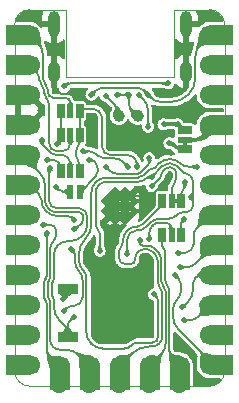
<source format=gbl>
G04 #@! TF.GenerationSoftware,KiCad,Pcbnew,8.0.0*
G04 #@! TF.CreationDate,2024-04-25T20:32:51+07:00*
G04 #@! TF.ProjectId,artemisia,61727465-6d69-4736-9961-2e6b69636164,2*
G04 #@! TF.SameCoordinates,Original*
G04 #@! TF.FileFunction,Copper,L2,Bot*
G04 #@! TF.FilePolarity,Positive*
%FSLAX46Y46*%
G04 Gerber Fmt 4.6, Leading zero omitted, Abs format (unit mm)*
G04 Created by KiCad (PCBNEW 8.0.0) date 2024-04-25 20:32:51*
%MOMM*%
%LPD*%
G01*
G04 APERTURE LIST*
G04 Aperture macros list*
%AMFreePoly0*
4,1,5,0.300000,-0.600000,-0.300000,-0.600000,-0.300000,0.600000,0.300000,0.600000,0.300000,-0.600000,0.300000,-0.600000,$1*%
G04 Aperture macros list end*
G04 #@! TA.AperFunction,ComponentPad*
%ADD10C,0.500000*%
G04 #@! TD*
G04 #@! TA.AperFunction,ComponentPad*
%ADD11C,1.260000*%
G04 #@! TD*
G04 #@! TA.AperFunction,ComponentPad*
%ADD12C,1.700000*%
G04 #@! TD*
G04 #@! TA.AperFunction,SMDPad,CuDef*
%ADD13R,1.700000X2.000000*%
G04 #@! TD*
G04 #@! TA.AperFunction,SMDPad,CuDef*
%ADD14R,2.000000X1.700000*%
G04 #@! TD*
G04 #@! TA.AperFunction,ComponentPad*
%ADD15O,1.000000X2.200000*%
G04 #@! TD*
G04 #@! TA.AperFunction,ComponentPad*
%ADD16O,1.000000X1.800000*%
G04 #@! TD*
G04 #@! TA.AperFunction,SMDPad,CuDef*
%ADD17R,1.700000X0.900000*%
G04 #@! TD*
G04 #@! TA.AperFunction,SMDPad,CuDef*
%ADD18C,1.000000*%
G04 #@! TD*
G04 #@! TA.AperFunction,SMDPad,CuDef*
%ADD19FreePoly0,0.000000*%
G04 #@! TD*
G04 #@! TA.AperFunction,SMDPad,CuDef*
%ADD20R,0.600000X1.200000*%
G04 #@! TD*
G04 #@! TA.AperFunction,SMDPad,CuDef*
%ADD21FreePoly0,90.000000*%
G04 #@! TD*
G04 #@! TA.AperFunction,SMDPad,CuDef*
%ADD22R,1.200000X0.600000*%
G04 #@! TD*
G04 #@! TA.AperFunction,SMDPad,CuDef*
%ADD23FreePoly0,180.000000*%
G04 #@! TD*
G04 #@! TA.AperFunction,ViaPad*
%ADD24C,0.500000*%
G04 #@! TD*
G04 #@! TA.AperFunction,Conductor*
%ADD25C,0.200000*%
G04 #@! TD*
G04 #@! TA.AperFunction,Conductor*
%ADD26C,0.150000*%
G04 #@! TD*
G04 #@! TA.AperFunction,Conductor*
%ADD27C,0.300000*%
G04 #@! TD*
G04 #@! TA.AperFunction,Profile*
%ADD28C,0.100000*%
G04 #@! TD*
G04 APERTURE END LIST*
G04 #@! TA.AperFunction,EtchedComponent*
G36*
X14250000Y-11150000D02*
G01*
X14550000Y-11150000D01*
X14550000Y-11650000D01*
X14250000Y-11650000D01*
X14250000Y-11150000D01*
G37*
G04 #@! TD.AperFunction*
G04 #@! TA.AperFunction,EtchedComponent*
G36*
X13450000Y-16350000D02*
G01*
X13950000Y-16350000D01*
X13950000Y-16050000D01*
X13450000Y-16050000D01*
X13450000Y-16350000D01*
G37*
G04 #@! TD.AperFunction*
D10*
X8040000Y-17450000D03*
X8890000Y-17450000D03*
X9740000Y-17450000D03*
X8040000Y-16600000D03*
X8890000Y-16600000D03*
X9740000Y-16600000D03*
X8040000Y-15750000D03*
X8890000Y-15750000D03*
X9740000Y-15750000D03*
D11*
X3780000Y-31862500D03*
D12*
X3810000Y-30162500D03*
D13*
X3810000Y-31162500D03*
D11*
X6320000Y-31862500D03*
D12*
X6350000Y-30162500D03*
D13*
X6350000Y-31162500D03*
D11*
X8860000Y-31862500D03*
D12*
X8890000Y-30162500D03*
D13*
X8890000Y-31162500D03*
D11*
X11400000Y-31862500D03*
D12*
X11430000Y-30162500D03*
D13*
X11430000Y-31162500D03*
D11*
X13940000Y-31862500D03*
D12*
X13970000Y-30162500D03*
D13*
X13970000Y-31162500D03*
D11*
X17910000Y-2146300D03*
D12*
X16510000Y-2146300D03*
D14*
X17510000Y-2146300D03*
D11*
X17910000Y-4686300D03*
D12*
X16510000Y-4686300D03*
D14*
X17510000Y-4686300D03*
D11*
X17910000Y-7226300D03*
D12*
X16510000Y-7226300D03*
D14*
X17510000Y-7226300D03*
D11*
X17910000Y-9766300D03*
D12*
X16510000Y-9766300D03*
D14*
X17510000Y-9766300D03*
D11*
X17910000Y-12306300D03*
D12*
X16510000Y-12306300D03*
D14*
X17510000Y-12306300D03*
D11*
X17910000Y-14846300D03*
D12*
X16510000Y-14846300D03*
D14*
X17510000Y-14846300D03*
D11*
X17910000Y-17386300D03*
D12*
X16510000Y-17386300D03*
D14*
X17510000Y-17386300D03*
D11*
X17910000Y-19926300D03*
D12*
X16510000Y-19926300D03*
D14*
X17510000Y-19926300D03*
D11*
X17910000Y-22466300D03*
D12*
X16510000Y-22466300D03*
D14*
X17510000Y-22466300D03*
D11*
X17910000Y-25006300D03*
D12*
X16510000Y-25006300D03*
D14*
X17510000Y-25006300D03*
D11*
X17910000Y-27546300D03*
D12*
X16510000Y-27546300D03*
D14*
X17510000Y-27546300D03*
D11*
X17910000Y-30086300D03*
D12*
X16510000Y-30086300D03*
D14*
X17510000Y-30086300D03*
D11*
X-130000Y-2146300D03*
D12*
X1270000Y-2146300D03*
D14*
X270000Y-2146300D03*
D11*
X-130000Y-4686300D03*
D12*
X1270000Y-4686300D03*
D14*
X270000Y-4686300D03*
D11*
X-130000Y-7226300D03*
D12*
X1270000Y-7226300D03*
D14*
X270000Y-7226300D03*
D11*
X-130000Y-9766300D03*
D12*
X1270000Y-9766300D03*
D14*
X270000Y-9766300D03*
D11*
X-130000Y-12306300D03*
D12*
X1270000Y-12306300D03*
D14*
X270000Y-12306300D03*
D11*
X-130000Y-14846300D03*
D12*
X1270000Y-14846300D03*
D14*
X270000Y-14846300D03*
D11*
X-130000Y-17386300D03*
D12*
X1270000Y-17386300D03*
D14*
X270000Y-17386300D03*
D11*
X-130000Y-19926300D03*
D12*
X1270000Y-19926300D03*
D14*
X270000Y-19926300D03*
D11*
X-130000Y-22466300D03*
D12*
X1270000Y-22466300D03*
D14*
X270000Y-22466300D03*
D11*
X-130000Y-25006300D03*
D12*
X1270000Y-25006300D03*
D14*
X270000Y-25006300D03*
D11*
X-130000Y-27546300D03*
D12*
X1270000Y-27546300D03*
D14*
X270000Y-27546300D03*
D11*
X-130000Y-30086300D03*
D12*
X1270000Y-30086300D03*
D14*
X270000Y-30086300D03*
D15*
X3328000Y-1250474D03*
D16*
X3328000Y-5250474D03*
D15*
X14478000Y-1250474D03*
D16*
X14478000Y-5250474D03*
D17*
X4500000Y-23650000D03*
X4500000Y-27750000D03*
D18*
X8800000Y-9000000D03*
D19*
X12500000Y-19100000D03*
D20*
X13300000Y-19100000D03*
D19*
X14100000Y-19100000D03*
D21*
X14400000Y-11800000D03*
D22*
X14400000Y-11000000D03*
D21*
X14400000Y-10200000D03*
D23*
X14100000Y-16200000D03*
D20*
X13300000Y-16200000D03*
D23*
X12500000Y-16200000D03*
D18*
X10400000Y-9000000D03*
D23*
X5500000Y-13700000D03*
D20*
X4700000Y-13700000D03*
D23*
X3900000Y-13700000D03*
X5500000Y-10600000D03*
D20*
X4700000Y-10600000D03*
D23*
X3900000Y-10600000D03*
X5500000Y-8600000D03*
D20*
X4700000Y-8600000D03*
D23*
X3900000Y-8600000D03*
D20*
X5500000Y-15400000D03*
X4700000Y-15400000D03*
D24*
X8890000Y-25500000D03*
X6100000Y-20400000D03*
X12400000Y-7200000D03*
X5700000Y-7000000D03*
X13200000Y-10500000D03*
X14200000Y-28600000D03*
X6300000Y-11400000D03*
X7100000Y-22900000D03*
X10900000Y-21000000D03*
X13050000Y-14000000D03*
X11500000Y-11800000D03*
X10800000Y-23225000D03*
X6800000Y-9500000D03*
X13200000Y-12100000D03*
X13800000Y-9700000D03*
X4200000Y-6500000D03*
X13000000Y-6250481D03*
X12600000Y-9700000D03*
X9653000Y-7200000D03*
X8653000Y-7200000D03*
X7700000Y-7300000D03*
X5000000Y-26000000D03*
X14950000Y-15850000D03*
X13100000Y-11300000D03*
X3000000Y-13450000D03*
X7200000Y-20400000D03*
X9520000Y-20700000D03*
X11600000Y-14150000D03*
X4100000Y-24500000D03*
X10600000Y-19500000D03*
X5000000Y-18600000D03*
X2700000Y-12700000D03*
X5000000Y-17800000D03*
X11600000Y-14950000D03*
X3600000Y-11400000D03*
X9600000Y-13300000D03*
X5800000Y-12000000D03*
X2700000Y-18900000D03*
X2400000Y-18200000D03*
X4800000Y-20300000D03*
X4200000Y-25500000D03*
X11400000Y-12600000D03*
X7700000Y-13300000D03*
X14000000Y-21800000D03*
X13800000Y-20600000D03*
X13600000Y-22500000D03*
X14200000Y-25200000D03*
X14300000Y-26300000D03*
X11303000Y-7200000D03*
X6503000Y-7200000D03*
X15400000Y-13300000D03*
X11800000Y-24100000D03*
X11303000Y-9900000D03*
X10503000Y-7200000D03*
X3500000Y-15000000D03*
X14400000Y-14600000D03*
X6300000Y-12700000D03*
X11400000Y-19400000D03*
X10350000Y-13300000D03*
X2300000Y-11000000D03*
X14300000Y-17750000D03*
D25*
X3328000Y-6504952D02*
X3328000Y-5250474D01*
X5450256Y-7125480D02*
X3948528Y-7125480D01*
X3524264Y-6949744D02*
X3503736Y-6929216D01*
X5700000Y-7000000D02*
X5662388Y-7037612D01*
D26*
X9740000Y-15750000D02*
X11135786Y-15750000D01*
X11842893Y-15457107D02*
X12947488Y-14352512D01*
X13050000Y-14105025D02*
X13050000Y-14000000D01*
D25*
X5450256Y-7125480D02*
G75*
G03*
X5662406Y-7037630I44J299980D01*
G01*
D26*
X13050000Y-14105025D02*
G75*
G02*
X12947475Y-14352499I-350000J25D01*
G01*
D25*
X3503737Y-6929215D02*
G75*
G02*
X3328035Y-6504952I424263J424215D01*
G01*
X3948528Y-7125480D02*
G75*
G02*
X3524254Y-6949754I-28J599980D01*
G01*
D26*
X11135786Y-15750000D02*
G75*
G03*
X11842900Y-15457114I14J1000000D01*
G01*
D25*
X13000000Y-6250481D02*
X4656626Y-6250481D01*
D27*
X12600000Y-9700000D02*
X13800000Y-9700000D01*
D25*
X4303072Y-6396928D02*
X4200000Y-6500000D01*
D27*
X14400000Y-10200000D02*
X14300000Y-10200000D01*
X14300000Y-10200000D02*
X13800000Y-9700000D01*
D25*
X4303072Y-6396928D02*
G75*
G02*
X4656626Y-6250505I353528J-353572D01*
G01*
D26*
X9653000Y-7838786D02*
X9653000Y-7200000D01*
X10400000Y-9000000D02*
X9945893Y-8545893D01*
X9653000Y-7200000D02*
X8653000Y-7200000D01*
X9945893Y-8545893D02*
G75*
G02*
X9653010Y-7838786I707107J707093D01*
G01*
X8800000Y-8814214D02*
X8800000Y-9000000D01*
X7700000Y-7300000D02*
X8507107Y-8107107D01*
X8507107Y-8107107D02*
G75*
G02*
X8799990Y-8814214I-707107J-707093D01*
G01*
D25*
X15100000Y-14507107D02*
X15100000Y-15555025D01*
X9739670Y-18950330D02*
X9770330Y-18919670D01*
X3090380Y-16607854D02*
X3116665Y-16634139D01*
X2900000Y-13674264D02*
X2900000Y-16148235D01*
X6850960Y-15493900D02*
X6850960Y-18192382D01*
X4699390Y-19600000D02*
X4476346Y-19600000D01*
X11600000Y-14150000D02*
X12490686Y-13259314D01*
X3663173Y-19936827D02*
X3661347Y-19938653D01*
X14802513Y-14002513D02*
X14953554Y-14153554D01*
X5916820Y-17014900D02*
X5960579Y-17058659D01*
X14554594Y-13900000D02*
X14555025Y-13900000D01*
D27*
X13402513Y-11402513D02*
X13653554Y-11653554D01*
D25*
X4500000Y-26707107D02*
X4500000Y-27414214D01*
X3576285Y-16824520D02*
X5457201Y-16824520D01*
X10441794Y-14575000D02*
X7769860Y-14575000D01*
X11149206Y-14281802D02*
X11148901Y-14282107D01*
X3324520Y-20751826D02*
X3324520Y-22835100D01*
X10300660Y-18700000D02*
X10385786Y-18700000D01*
X7012052Y-18581291D02*
X7038909Y-18608148D01*
X12297056Y-17700000D02*
X13027208Y-17700000D01*
X13056371Y-13025000D02*
X13203248Y-13025000D01*
X3236652Y-23047232D02*
X3212868Y-23071016D01*
X14997487Y-15802513D02*
X14950000Y-15850000D01*
X13768934Y-13259315D02*
X14307107Y-13797488D01*
X2987868Y-13512132D02*
X3000000Y-13500000D01*
X15100000Y-16572183D02*
X15100000Y-16103553D01*
X5726264Y-19173736D02*
X5724695Y-19175305D01*
D27*
X13100000Y-11300000D02*
X13155025Y-11300000D01*
D25*
X4500000Y-27414214D02*
X4500000Y-27750000D01*
X6150960Y-17518279D02*
X6150960Y-18148431D01*
X15026776Y-15926776D02*
X14950000Y-15850000D01*
X9520000Y-20700000D02*
X9520000Y-19480660D01*
X11092893Y-18407107D02*
X11448528Y-18051472D01*
D27*
X14007107Y-11800000D02*
X14400000Y-11800000D01*
D25*
X4646447Y-26353553D02*
X5000000Y-26000000D01*
X14911092Y-16988908D02*
X14938909Y-16961091D01*
X7133464Y-14838604D02*
X7114564Y-14857504D01*
X3763860Y-26263860D02*
X4207107Y-26707107D01*
X3324520Y-24564901D02*
X3324520Y-25203200D01*
X3212868Y-24328985D02*
X3236652Y-24352769D01*
X13663604Y-17436396D02*
X13686396Y-17413604D01*
X11600000Y-14150000D02*
X11467404Y-14150000D01*
X14322792Y-17150000D02*
X14522183Y-17150000D01*
X7200000Y-18997056D02*
X7200000Y-20400000D01*
X3125000Y-23283148D02*
X3125000Y-24116853D01*
X11148901Y-14282107D02*
G75*
G02*
X10441794Y-14574996I-707101J707107D01*
G01*
X14307107Y-13797488D02*
G75*
G03*
X14554594Y-13900004I247493J247488D01*
G01*
X11149206Y-14281802D02*
G75*
G02*
X11467404Y-14150003I318194J-318198D01*
G01*
X5960579Y-17058659D02*
G75*
G02*
X6150986Y-17518279I-459579J-459641D01*
G01*
X4646447Y-26353553D02*
G75*
G03*
X4500005Y-26707107I353553J-353547D01*
G01*
X3324520Y-22835100D02*
G75*
G02*
X3236656Y-23047236I-300020J0D01*
G01*
X9520000Y-19480660D02*
G75*
G02*
X9739672Y-18950332I749990J0D01*
G01*
X15100000Y-15555025D02*
G75*
G02*
X14997474Y-15802500I-350000J25D01*
G01*
X2987868Y-13462132D02*
G75*
G03*
X2899975Y-13674264I212132J-212168D01*
G01*
X3116666Y-16634138D02*
G75*
G03*
X3576285Y-16824524I459634J459638D01*
G01*
X4476346Y-19600000D02*
G75*
G03*
X3663173Y-19936827I4J-1150010D01*
G01*
X14953554Y-14153554D02*
G75*
G02*
X15099995Y-14507107I-353554J-353546D01*
G01*
X10385786Y-18700000D02*
G75*
G03*
X11092900Y-18407114I14J1000000D01*
G01*
X2900000Y-16148235D02*
G75*
G03*
X3090378Y-16607856I650000J-5D01*
G01*
X14555025Y-13900000D02*
G75*
G02*
X14802500Y-14002526I-25J-350000D01*
G01*
X9770330Y-18919670D02*
G75*
G02*
X10300660Y-18699972I530370J-530330D01*
G01*
X3324520Y-24564901D02*
G75*
G03*
X3236657Y-24352764I-300020J1D01*
G01*
X6150960Y-18148431D02*
G75*
G02*
X5726264Y-19173736I-1450000J1D01*
G01*
X14522183Y-17150000D02*
G75*
G03*
X14911101Y-16988917I17J550000D01*
G01*
X13027208Y-17700000D02*
G75*
G03*
X13663600Y-17436392I-8J900000D01*
G01*
X6850960Y-15493900D02*
G75*
G02*
X7114556Y-14857496I900040J0D01*
G01*
D27*
X13155025Y-11300000D02*
G75*
G02*
X13402500Y-11402526I-25J-350000D01*
G01*
D25*
X12297056Y-17700000D02*
G75*
G03*
X11448550Y-18051494I44J-1200000D01*
G01*
D27*
X14007107Y-11800000D02*
G75*
G02*
X13653551Y-11653557I-7J500000D01*
G01*
D25*
X13203248Y-13025000D02*
G75*
G02*
X13768960Y-13259289I52J-800000D01*
G01*
X3661348Y-19938654D02*
G75*
G03*
X3324533Y-20751826I813152J-813146D01*
G01*
X3212869Y-24328984D02*
G75*
G02*
X3125034Y-24116853I212131J212084D01*
G01*
X13686396Y-17413604D02*
G75*
G02*
X14322792Y-17149995I636404J-636396D01*
G01*
X12490686Y-13259314D02*
G75*
G02*
X13056371Y-13024980I565714J-565686D01*
G01*
X15100000Y-16103553D02*
G75*
G03*
X15026753Y-15926799I-250000J-47D01*
G01*
X6850960Y-18192382D02*
G75*
G03*
X7012034Y-18581309I550040J-18D01*
G01*
X7038908Y-18608149D02*
G75*
G02*
X7200030Y-18997056I-388908J-388951D01*
G01*
X15100000Y-16572183D02*
G75*
G02*
X14938918Y-16961100I-550000J-17D01*
G01*
X5457201Y-16824520D02*
G75*
G02*
X5916815Y-17014905I-1J-649980D01*
G01*
X3324520Y-25203200D02*
G75*
G03*
X3763864Y-26263856I1499980J0D01*
G01*
X3212868Y-23071016D02*
G75*
G03*
X3125034Y-23283148I212132J-212084D01*
G01*
X5724695Y-19175305D02*
G75*
G02*
X4699390Y-19599993I-1025295J1025305D01*
G01*
X7769860Y-14575000D02*
G75*
G03*
X7133484Y-14838624I40J-900000D01*
G01*
X4500000Y-27414214D02*
G75*
G03*
X4207109Y-26707105I-1000000J4D01*
G01*
D27*
X4353553Y-24246447D02*
X4100000Y-24500000D01*
X4500000Y-23650000D02*
X4500000Y-23892893D01*
X4353553Y-24246447D02*
G75*
G03*
X4499995Y-23892893I-353553J353547D01*
G01*
D26*
X12800960Y-28170220D02*
X12800960Y-23893785D01*
X10600000Y-19696447D02*
X10600000Y-19500000D01*
X12610580Y-23434166D02*
X12590861Y-23414447D01*
X10701776Y-19901776D02*
X10673223Y-19873223D01*
X11430000Y-30162500D02*
X12361620Y-29230880D01*
X11186292Y-19975000D02*
X10878553Y-19975000D01*
X12400480Y-22954827D02*
X12400480Y-21189188D01*
X12107587Y-20482081D02*
X11893399Y-20267893D01*
X10878553Y-19975000D02*
G75*
G02*
X10701799Y-19901753I47J250000D01*
G01*
X12361620Y-29230880D02*
G75*
G03*
X12800985Y-28170220I-1060620J1060680D01*
G01*
X11893399Y-20267893D02*
G75*
G03*
X11186292Y-19975006I-707099J-707107D01*
G01*
X12590861Y-23414447D02*
G75*
G02*
X12400467Y-22954827I459639J459647D01*
G01*
X10673224Y-19873222D02*
G75*
G02*
X10599968Y-19696447I176776J176822D01*
G01*
X12800960Y-23893785D02*
G75*
G03*
X12610564Y-23434182I-649960J-15D01*
G01*
X12400480Y-21189188D02*
G75*
G03*
X12107577Y-20482091I-999980J-12D01*
G01*
X1270000Y-12970000D02*
X1270000Y-12306300D01*
X5228928Y-18512132D02*
X5679993Y-18061067D01*
X2575480Y-16179102D02*
X2575480Y-14896800D01*
X5426335Y-17149040D02*
X3545418Y-17149040D01*
X2909022Y-16885436D02*
X2839084Y-16815498D01*
X5709283Y-17266303D02*
X5709178Y-17266198D01*
X5826440Y-17707513D02*
X5826440Y-17549145D01*
X2136140Y-13836140D02*
X1270000Y-12970000D01*
X5000000Y-18600000D02*
X5016796Y-18600000D01*
X2575480Y-16179102D02*
G75*
G03*
X2839081Y-16815501I900020J2D01*
G01*
X5016796Y-18600000D02*
G75*
G03*
X5228930Y-18512134I4J300000D01*
G01*
X5826440Y-17549145D02*
G75*
G03*
X5709286Y-17266300I-400000J5D01*
G01*
X5679993Y-18061067D02*
G75*
G03*
X5826437Y-17707513I-353593J353567D01*
G01*
X5709178Y-17266198D02*
G75*
G03*
X5426335Y-17149004I-282878J-282802D01*
G01*
X2909022Y-16885436D02*
G75*
G03*
X3545418Y-17149015I636378J636436D01*
G01*
X2575480Y-14896800D02*
G75*
G03*
X2136140Y-13836140I-1500000J0D01*
G01*
X2056290Y-15632590D02*
X1270000Y-14846300D01*
X3900000Y-13700000D02*
X3900000Y-13369239D01*
X3230761Y-12700000D02*
X2700000Y-12700000D01*
X3709619Y-12909619D02*
X3690380Y-12890380D01*
X5000000Y-17800000D02*
X4795006Y-17595006D01*
X4441453Y-17448560D02*
X3524904Y-17448559D01*
X2275960Y-16199614D02*
X2275960Y-16162920D01*
X2711732Y-17111732D02*
X2612787Y-17012787D01*
X2612787Y-17012787D02*
G75*
G02*
X2275964Y-16199614I813173J813167D01*
G01*
X3709619Y-12909619D02*
G75*
G02*
X3899972Y-13369239I-459619J-459581D01*
G01*
X4795006Y-17595006D02*
G75*
G03*
X4441453Y-17448605I-353506J-353594D01*
G01*
X2275960Y-16162920D02*
G75*
G03*
X2056288Y-15632592I-749990J0D01*
G01*
X2711733Y-17111731D02*
G75*
G03*
X3524904Y-17448558I813167J813161D01*
G01*
X3690379Y-12890381D02*
G75*
G03*
X3230761Y-12700000I-459619J-459619D01*
G01*
X13490381Y-14709619D02*
X13509620Y-14690380D01*
X12425000Y-13950305D02*
X12425000Y-13959315D01*
X12307843Y-14242157D02*
X11600000Y-14950000D01*
X12713174Y-13496446D02*
X12542158Y-13667462D01*
X13300000Y-16200000D02*
X13300000Y-15169239D01*
X13700000Y-14230761D02*
X13700000Y-13857107D01*
X13553553Y-13503553D02*
X13546446Y-13496446D01*
X13192893Y-13350000D02*
X13066727Y-13350000D01*
X13700000Y-13857107D02*
G75*
G03*
X13553556Y-13503550I-500000J7D01*
G01*
X13546446Y-13496446D02*
G75*
G03*
X13192893Y-13350005I-353546J-353554D01*
G01*
X12425000Y-13959315D02*
G75*
G02*
X12307836Y-14242150I-400000J15D01*
G01*
X13300000Y-15169239D02*
G75*
G02*
X13490362Y-14709600I650000J39D01*
G01*
X13066727Y-13350000D02*
G75*
G03*
X12713161Y-13496433I-27J-500000D01*
G01*
X12542158Y-13667462D02*
G75*
G03*
X12425004Y-13950305I282842J-282838D01*
G01*
X13509620Y-14690380D02*
G75*
G03*
X13699972Y-14230761I-459620J459580D01*
G01*
X3900000Y-10600000D02*
X3900000Y-11100000D01*
X8485786Y-12600000D02*
X7587074Y-12600000D01*
X7056744Y-12380330D02*
X6896084Y-12219670D01*
X3900000Y-11100000D02*
X3600000Y-11400000D01*
X6365754Y-12000000D02*
X5800000Y-12000000D01*
X3900000Y-8600000D02*
X3900000Y-10600000D01*
X9600000Y-13300000D02*
X9192893Y-12892893D01*
X7587074Y-12600000D02*
G75*
G02*
X7056757Y-12380317I26J750000D01*
G01*
X9192893Y-12892893D02*
G75*
G03*
X8485786Y-12600010I-707093J-707107D01*
G01*
X6896084Y-12219670D02*
G75*
G03*
X6365754Y-12000033I-530284J-530330D01*
G01*
X2500000Y-24375736D02*
X2500000Y-23024264D01*
X2612132Y-24612132D02*
X2587868Y-24587868D01*
X3810000Y-30162500D02*
X2992893Y-29345393D01*
X2700000Y-28638286D02*
X2700000Y-24824264D01*
X2587868Y-22812132D02*
X2612132Y-22787868D01*
X2700000Y-22575736D02*
X2700000Y-18900000D01*
X2612132Y-24612132D02*
G75*
G02*
X2700025Y-24824264I-212132J-212168D01*
G01*
X2500000Y-23024264D02*
G75*
G02*
X2587866Y-22812130I300000J4D01*
G01*
X2700000Y-28638286D02*
G75*
G03*
X2992891Y-29345395I1000000J-4D01*
G01*
X2587868Y-24587868D02*
G75*
G02*
X2499975Y-24375736I212132J212168D01*
G01*
X2612132Y-22787868D02*
G75*
G03*
X2700025Y-22575736I-212132J212168D01*
G01*
X2999520Y-22700480D02*
X2999520Y-20252562D01*
X2999520Y-27947438D02*
X2999520Y-24699520D01*
X2992893Y-18200000D02*
X2400000Y-18200000D01*
X3353553Y-18353553D02*
X3346446Y-18346446D01*
X2800000Y-24251472D02*
X2800000Y-23148528D01*
X3248479Y-19651521D02*
X3251041Y-19648959D01*
X2911652Y-24487388D02*
X2887868Y-24463604D01*
X3251041Y-28551041D02*
X3248479Y-28548479D01*
X3500000Y-19047918D02*
X3500000Y-18707107D01*
X6350000Y-30162500D02*
X5426840Y-29239340D01*
X2887868Y-22936396D02*
X2911652Y-22912612D01*
X4366180Y-28800000D02*
X3852082Y-28800000D01*
X2911651Y-24487389D02*
G75*
G02*
X2999499Y-24699520I-212151J-212111D01*
G01*
X3248480Y-28548478D02*
G75*
G02*
X2999522Y-27947438I601040J601038D01*
G01*
X3852082Y-28800000D02*
G75*
G02*
X3251050Y-28551032I18J850000D01*
G01*
X3500000Y-18707107D02*
G75*
G03*
X3353556Y-18353550I-500000J7D01*
G01*
X2887868Y-24463604D02*
G75*
G02*
X2800020Y-24251472I212132J212104D01*
G01*
X2800000Y-23148528D02*
G75*
G02*
X2887869Y-22936397I300000J-2D01*
G01*
X3346446Y-18346446D02*
G75*
G03*
X2992893Y-18200005I-353546J-353554D01*
G01*
X3251041Y-19648959D02*
G75*
G03*
X3500013Y-19047918I-601041J601059D01*
G01*
X2911651Y-22912611D02*
G75*
G03*
X2999499Y-22700480I-212151J212111D01*
G01*
X5426839Y-29239341D02*
G75*
G03*
X4366180Y-28800001I-1060659J-1060659D01*
G01*
X2999520Y-20252562D02*
G75*
G02*
X3248478Y-19651520I850000J2D01*
G01*
X4800000Y-20300000D02*
X4978554Y-20478554D01*
X5745191Y-22889734D02*
X5745191Y-24344149D01*
X5432538Y-22142157D02*
X5437652Y-22147271D01*
X4453553Y-25246447D02*
X4200000Y-25500000D01*
X5125000Y-20832107D02*
X5125000Y-21399694D01*
X4989340Y-25100000D02*
X4807107Y-25100000D01*
X5525521Y-24874479D02*
X5519670Y-24880330D01*
X5437652Y-22147271D02*
G75*
G02*
X5745169Y-22889734I-742452J-742429D01*
G01*
X5519670Y-24880330D02*
G75*
G02*
X4989340Y-25100028I-530370J530330D01*
G01*
X5525521Y-24874479D02*
G75*
G03*
X5745157Y-24344149I-530321J530279D01*
G01*
X4453553Y-25246447D02*
G75*
G02*
X4807107Y-25100005I353547J-353553D01*
G01*
X5125000Y-21399694D02*
G75*
G03*
X5432535Y-22142160I1050000J-6D01*
G01*
X5125000Y-20832107D02*
G75*
G03*
X4978557Y-20478551I-500000J7D01*
G01*
X10410729Y-13900000D02*
X8714214Y-13900000D01*
X11297487Y-13178927D02*
X10693571Y-13782843D01*
X8007107Y-13607107D02*
X7700000Y-13300000D01*
X11400000Y-12931439D02*
X11400000Y-12600000D01*
X11400000Y-12931439D02*
G75*
G02*
X11297467Y-13178907I-350000J39D01*
G01*
X10693571Y-13782843D02*
G75*
G02*
X10410729Y-13900020I-282871J282843D01*
G01*
X8714214Y-13900000D02*
G75*
G02*
X8007100Y-13607114I-14J1000000D01*
G01*
X14000000Y-21800000D02*
X14585786Y-21800000D01*
X16397286Y-19926300D02*
X16510000Y-19926300D01*
X16510000Y-20290000D02*
X16510000Y-19926300D01*
X15292893Y-21507107D02*
X16510000Y-20290000D01*
X14585786Y-21800000D02*
G75*
G03*
X15292900Y-21507114I14J1000000D01*
G01*
X13800000Y-20600000D02*
X14389340Y-20600000D01*
X15150000Y-19839340D02*
X15150000Y-19160514D01*
X14919670Y-20380330D02*
X14930330Y-20369670D01*
X15442893Y-18453407D02*
X16510000Y-17386300D01*
X15150000Y-19160514D02*
G75*
G02*
X15442886Y-18453400I1000000J14D01*
G01*
X15150000Y-19839340D02*
G75*
G02*
X14930310Y-20369650I-750000J40D01*
G01*
X14919670Y-20380330D02*
G75*
G02*
X14389340Y-20600028I-530370J530330D01*
G01*
X13400000Y-25978680D02*
X13400000Y-25376346D01*
X16510000Y-30086300D02*
X16510000Y-29710000D01*
X13736827Y-24563173D02*
X13763173Y-24536827D01*
X14100000Y-23723654D02*
X14100000Y-23310660D01*
X13880330Y-22780330D02*
X13600000Y-22500000D01*
X16510000Y-29710000D02*
X13839340Y-27039340D01*
X14100000Y-23310660D02*
G75*
G03*
X13880310Y-22780350I-750000J-40D01*
G01*
X13400000Y-25978680D02*
G75*
G03*
X13839330Y-27039350I1500000J-20D01*
G01*
X13763172Y-24536826D02*
G75*
G03*
X14099967Y-23723654I-813172J813126D01*
G01*
X13400000Y-25376346D02*
G75*
G02*
X13736824Y-24563170I1150000J6D01*
G01*
X15305026Y-22694974D02*
X15328675Y-22671325D01*
X14200000Y-25200000D02*
X14660660Y-24739340D01*
X15823649Y-22466300D02*
X16510000Y-22466300D01*
X15100000Y-23678680D02*
X15100000Y-23189949D01*
X15100000Y-23678680D02*
G75*
G02*
X14660670Y-24739350I-1500000J-20D01*
G01*
X15328676Y-22671326D02*
G75*
G02*
X15823649Y-22466265I495024J-494974D01*
G01*
X15100000Y-23189949D02*
G75*
G02*
X15305001Y-22694949I700000J49D01*
G01*
X16510000Y-25006300D02*
X15509193Y-26007107D01*
X14802086Y-26300000D02*
X14300000Y-26300000D01*
X14802086Y-26300000D02*
G75*
G03*
X15509200Y-26007114I14J1000000D01*
G01*
D25*
X14685787Y-7214213D02*
X14714214Y-7185786D01*
X11303000Y-7200000D02*
X11610107Y-7507107D01*
X7413660Y-6600000D02*
X10392340Y-6600000D01*
X15300000Y-5771573D02*
X15300000Y-3977620D01*
X15739340Y-2916960D02*
X16510000Y-2146300D01*
X10922670Y-6819670D02*
X11303000Y-7200000D01*
X6503000Y-7200000D02*
X6883330Y-6819670D01*
X12317214Y-7800000D02*
X13271573Y-7800000D01*
X12317214Y-7800000D02*
G75*
G02*
X11610100Y-7507114I-14J1000000D01*
G01*
X15300000Y-5771573D02*
G75*
G02*
X14714213Y-7185785I-2000000J3D01*
G01*
X7413660Y-6600000D02*
G75*
G03*
X6883350Y-6819690I40J-750000D01*
G01*
X13271573Y-7800000D02*
G75*
G03*
X14685801Y-7214227I27J2000000D01*
G01*
X15300000Y-3977620D02*
G75*
G02*
X15739330Y-2916950I1500000J20D01*
G01*
X10392340Y-6600000D02*
G75*
G02*
X10922650Y-6819690I-40J-750000D01*
G01*
X6489950Y-28289950D02*
X6480242Y-28280242D01*
X5762652Y-22012652D02*
X5757538Y-22007538D01*
X12254251Y-13000775D02*
X12254251Y-12997183D01*
X13987132Y-12982538D02*
X13997056Y-12992462D01*
X12015349Y-28025008D02*
X12004712Y-28035645D01*
X6852432Y-14624662D02*
X6900622Y-14576472D01*
X13032069Y-12675000D02*
X13244670Y-12675000D01*
X6070191Y-27290292D02*
X6070191Y-22755115D01*
X11603496Y-13477513D02*
X11632538Y-13477513D01*
X9247918Y-28700000D02*
X7479899Y-28700000D01*
X11880025Y-13375001D02*
X12254251Y-13000775D01*
X12176440Y-24683547D02*
X12176440Y-27636100D01*
X14739518Y-13300000D02*
X15400000Y-13300000D01*
X11615803Y-28196737D02*
X10455345Y-28196737D01*
X5962563Y-19432412D02*
X5988397Y-19406578D01*
X10916059Y-14019975D02*
X11356008Y-13580026D01*
X11800000Y-24100000D02*
X12029993Y-24329993D01*
X9854304Y-28445696D02*
X9848959Y-28451041D01*
X6500960Y-18169141D02*
X6500960Y-15473190D01*
X7749150Y-14225000D02*
X10421085Y-14225000D01*
X5450000Y-21265075D02*
X5450000Y-20669849D01*
X11356009Y-13580027D02*
G75*
G02*
X11603496Y-13477507I247491J-247473D01*
G01*
X6900623Y-14576473D02*
G75*
G02*
X7749150Y-14225001I848527J-848527D01*
G01*
X12254252Y-12997184D02*
G75*
G02*
X13032069Y-12674979I777848J-777816D01*
G01*
X5757539Y-22007537D02*
G75*
G02*
X5450018Y-21265075I742461J742437D01*
G01*
X13244670Y-12675000D02*
G75*
G02*
X13987147Y-12982523I30J-1050000D01*
G01*
X12176440Y-27636100D02*
G75*
G02*
X12015358Y-28025017I-550040J0D01*
G01*
X11632538Y-13477513D02*
G75*
G03*
X11880009Y-13374985I-38J350013D01*
G01*
X5450000Y-20669849D02*
G75*
G02*
X5962564Y-19432413I1750000J-1D01*
G01*
X6500960Y-15473190D02*
G75*
G02*
X6852429Y-14624659I1200040J-10D01*
G01*
X6480243Y-28280241D02*
G75*
G02*
X6070200Y-27290292I989957J989941D01*
G01*
X12029993Y-24329993D02*
G75*
G02*
X12176395Y-24683547I-353593J-353507D01*
G01*
X6070191Y-22755115D02*
G75*
G03*
X5762650Y-22012654I-1050001J-5D01*
G01*
X10421085Y-14225000D02*
G75*
G03*
X10916067Y-14019983I15J700000D01*
G01*
X5988396Y-19406577D02*
G75*
G03*
X6500960Y-18169141I-1237436J1237437D01*
G01*
X7479899Y-28700000D02*
G75*
G02*
X6489951Y-28289949I1J1400000D01*
G01*
X12004711Y-28035644D02*
G75*
G02*
X11615803Y-28196727I-388911J388944D01*
G01*
X9848959Y-28451041D02*
G75*
G02*
X9247918Y-28700013I-601059J601041D01*
G01*
X13997056Y-12992462D02*
G75*
G03*
X14739518Y-13299987I742444J742462D01*
G01*
X10455345Y-28196737D02*
G75*
G03*
X9854289Y-28445681I-45J-849963D01*
G01*
D26*
X11303000Y-9900000D02*
X11303000Y-8621320D01*
X10863660Y-7560660D02*
X10503000Y-7200000D01*
X10863660Y-7560660D02*
G75*
G02*
X11302985Y-8621320I-1060660J-1060640D01*
G01*
X3500000Y-15000000D02*
X3753553Y-15253553D01*
X4107107Y-15400000D02*
X4700000Y-15400000D01*
X3753553Y-15253553D02*
G75*
G03*
X4107107Y-15399995I353547J353553D01*
G01*
X10885249Y-18155811D02*
X12500000Y-16541060D01*
X12227199Y-28272778D02*
X12252481Y-28247496D01*
X10200000Y-20989949D02*
X10200000Y-21113604D01*
X8800000Y-20951472D02*
X8800000Y-20560199D01*
X10068198Y-21431802D02*
X10056802Y-21443198D01*
X8990381Y-20100579D02*
X9005100Y-20085860D01*
X12501440Y-27646455D02*
X12501440Y-24017850D01*
X10269791Y-18375480D02*
X10354920Y-18375480D01*
X11359190Y-28521737D02*
X11626158Y-28521737D01*
X9488373Y-18742687D02*
X9562686Y-18668374D01*
X8890000Y-30162500D02*
X9944976Y-29107524D01*
X8999264Y-21399264D02*
X8975736Y-21375736D01*
X9195480Y-19626241D02*
X9195480Y-19449794D01*
X10420454Y-20479546D02*
X10405025Y-20494975D01*
X12311060Y-23558231D02*
X12291341Y-23538512D01*
X12100960Y-23078892D02*
X12100960Y-21209700D01*
X11881290Y-20679370D02*
X11696110Y-20494190D01*
X12500000Y-16541060D02*
X12500000Y-16200000D01*
X11165780Y-20274520D02*
X10915429Y-20274520D01*
X9738604Y-21575000D02*
X9423528Y-21575000D01*
X9005099Y-20085859D02*
G75*
G03*
X9195514Y-19626241I-459599J459659D01*
G01*
X12501440Y-24017850D02*
G75*
G03*
X12311093Y-23558198I-650040J50D01*
G01*
X10354920Y-18375480D02*
G75*
G03*
X10885235Y-18155797I-20J749980D01*
G01*
X11696110Y-20494190D02*
G75*
G03*
X11165780Y-20274529I-530310J-530310D01*
G01*
X10915429Y-20274520D02*
G75*
G03*
X10420443Y-20479535I-29J-699980D01*
G01*
X12252480Y-28247495D02*
G75*
G03*
X12501396Y-27646455I-601080J600995D01*
G01*
X9423528Y-21575000D02*
G75*
G02*
X8999250Y-21399278I-28J600000D01*
G01*
X9562686Y-18668374D02*
G75*
G02*
X10269791Y-18375482I707114J-707126D01*
G01*
X10200000Y-21113604D02*
G75*
G02*
X10068196Y-21431800I-450000J4D01*
G01*
X10405025Y-20494975D02*
G75*
G03*
X10200035Y-20989949I494975J-494925D01*
G01*
X12100960Y-21209700D02*
G75*
G03*
X11881282Y-20679378I-749960J0D01*
G01*
X8800000Y-20560199D02*
G75*
G02*
X8990382Y-20100580I650000J-1D01*
G01*
X12291342Y-23538511D02*
G75*
G02*
X12100978Y-23078892I459658J459611D01*
G01*
X10056801Y-21443197D02*
G75*
G02*
X9738604Y-21575002I-318201J318197D01*
G01*
X8975736Y-21375736D02*
G75*
G02*
X8800020Y-20951472I424264J424236D01*
G01*
X11626158Y-28521737D02*
G75*
G03*
X12227227Y-28272806I42J850037D01*
G01*
X9195480Y-19449794D02*
G75*
G02*
X9488372Y-18742686I1000020J-6D01*
G01*
X9944977Y-29107525D02*
G75*
G02*
X11359190Y-28521720I1414223J-1414175D01*
G01*
X14400000Y-14600000D02*
X14400000Y-14892893D01*
X14100000Y-15607107D02*
X14100000Y-16400000D01*
X14253553Y-15246447D02*
X14246446Y-15253554D01*
X14246446Y-15253554D02*
G75*
G03*
X14100005Y-15607107I353554J-353546D01*
G01*
X14400000Y-14892893D02*
G75*
G02*
X14253556Y-15246450I-500000J-7D01*
G01*
X2310099Y-6433685D02*
X2290860Y-6414446D01*
X3119238Y-11794974D02*
X3105025Y-11780761D01*
X2709620Y-7509620D02*
X2690861Y-7490861D01*
X4509619Y-11790381D02*
X4490380Y-11809620D01*
X1880810Y-5297110D02*
X1270000Y-4686300D01*
X2500480Y-7031241D02*
X2500480Y-6893305D01*
X2100480Y-5954827D02*
X2100480Y-5827440D01*
X4030761Y-12000000D02*
X3614213Y-12000000D01*
X4700000Y-10600000D02*
X4700000Y-11330761D01*
X2900000Y-11285787D02*
X2900000Y-7969239D01*
X4030761Y-12000000D02*
G75*
G03*
X4490399Y-11809639I39J650000D01*
G01*
X2290860Y-6414446D02*
G75*
G02*
X2100467Y-5954827I459640J459646D01*
G01*
X2900000Y-7969239D02*
G75*
G03*
X2709619Y-7509621I-650000J-1D01*
G01*
X3614213Y-12000000D02*
G75*
G02*
X3119231Y-11794981I-13J700000D01*
G01*
X2690862Y-7490860D02*
G75*
G02*
X2500477Y-7031241I459608J459620D01*
G01*
X2900000Y-11285787D02*
G75*
G03*
X3105018Y-11780768I700000J-13D01*
G01*
X2100480Y-5827440D02*
G75*
G03*
X1880808Y-5297112I-749990J0D01*
G01*
X4509619Y-11790381D02*
G75*
G03*
X4699972Y-11330761I-459619J459581D01*
G01*
X2500480Y-6893305D02*
G75*
G03*
X2310097Y-6433687I-649980J5D01*
G01*
X12890381Y-23290381D02*
X12910100Y-23310100D01*
X13393373Y-29585873D02*
X13970000Y-30162500D01*
X12612132Y-20212132D02*
X12587868Y-20187868D01*
X12500000Y-19975736D02*
X12500000Y-19100000D01*
X12700000Y-20424264D02*
X12700000Y-22830761D01*
X13100480Y-23769719D02*
X13100480Y-28878766D01*
X12700000Y-20424264D02*
G75*
G03*
X12612114Y-20212150I-300000J-36D01*
G01*
X12700000Y-22830761D02*
G75*
G03*
X12890362Y-23290400I650000J-39D01*
G01*
X13393373Y-29585873D02*
G75*
G02*
X13100510Y-28878766I707127J707073D01*
G01*
X12587868Y-20187868D02*
G75*
G02*
X12499975Y-19975736I212132J212168D01*
G01*
X12910100Y-23310100D02*
G75*
G02*
X13100472Y-23769719I-459600J-459600D01*
G01*
X6300000Y-12700000D02*
X6434315Y-12700000D01*
X6717158Y-12817158D02*
X6830330Y-12930330D01*
X7050000Y-13460660D02*
X7050000Y-13656814D01*
X5617474Y-15400000D02*
X5500000Y-15400000D01*
X6830330Y-14187144D02*
X5617474Y-15400000D01*
X7050000Y-13656814D02*
G75*
G02*
X6830323Y-14187137I-750000J14D01*
G01*
X6434315Y-12700000D02*
G75*
G02*
X6717151Y-12817165I-15J-400000D01*
G01*
X6830330Y-12930330D02*
G75*
G02*
X7050028Y-13460660I-530330J-530370D01*
G01*
X11663604Y-18296016D02*
X11671016Y-18288604D01*
X13300000Y-18577817D02*
X13300000Y-19100000D01*
X13136092Y-18186092D02*
X13138909Y-18188909D01*
X12307412Y-18025000D02*
X12747183Y-18025000D01*
X11400000Y-19400000D02*
X11400000Y-18932412D01*
X11663604Y-18296016D02*
G75*
G03*
X11400009Y-18932412I636396J-636384D01*
G01*
X13300000Y-18577817D02*
G75*
G03*
X13138918Y-18188900I-550000J17D01*
G01*
X11671016Y-18288604D02*
G75*
G02*
X12307412Y-18025009I636384J-636396D01*
G01*
X12747183Y-18025000D02*
G75*
G02*
X13136101Y-18186083I17J-550000D01*
G01*
X2941784Y-7318198D02*
X2931802Y-7308216D01*
X2400000Y-5830761D02*
X2400000Y-3897620D01*
X4700000Y-8600000D02*
X4700000Y-7865685D01*
X1960660Y-2836960D02*
X1270000Y-2146300D01*
X4582842Y-7582842D02*
X4567157Y-7567157D01*
X4284315Y-7450000D02*
X3259982Y-7450000D01*
X2800000Y-6990018D02*
X2800000Y-6769239D01*
X2609619Y-6309619D02*
X2590380Y-6290380D01*
X4700000Y-7865685D02*
G75*
G03*
X4582835Y-7582849I-400000J-15D01*
G01*
X2590380Y-6290380D02*
G75*
G02*
X2400028Y-5830761I459620J459580D01*
G01*
X2800000Y-6769239D02*
G75*
G03*
X2609616Y-6309622I-649990J-1D01*
G01*
X2931802Y-7308216D02*
G75*
G02*
X2799988Y-6990018I318198J318216D01*
G01*
X4284315Y-7450000D02*
G75*
G02*
X4567150Y-7567164I-15J-400000D01*
G01*
X2400000Y-3897620D02*
G75*
G03*
X1960660Y-2836960I-1500000J0D01*
G01*
X3259982Y-7450000D02*
G75*
G02*
X2941793Y-7318189I18J450000D01*
G01*
X7167588Y-8619670D02*
X7180330Y-8632412D01*
X7400000Y-9162742D02*
X7400000Y-11630761D01*
X10350000Y-13060660D02*
X10350000Y-13300000D01*
X5200000Y-12392893D02*
X5200000Y-11930685D01*
X5500000Y-13700000D02*
X5500000Y-13107107D01*
X8069719Y-12300480D02*
X9589820Y-12300480D01*
X5700000Y-8400000D02*
X6637258Y-8400000D01*
X7590381Y-12090381D02*
X7610100Y-12110100D01*
X5500000Y-8600000D02*
X5500000Y-10600000D01*
X10120150Y-12520150D02*
X10130330Y-12530330D01*
X5500000Y-11216471D02*
X5500000Y-10600000D01*
X5346447Y-11577131D02*
X5353554Y-11570024D01*
X5500000Y-8600000D02*
X5700000Y-8400000D01*
X5353553Y-12753553D02*
X5346446Y-12746446D01*
X8069719Y-12300480D02*
G75*
G02*
X7610095Y-12110105I-19J649980D01*
G01*
X7400000Y-9162742D02*
G75*
G03*
X7180329Y-8632413I-749990J2D01*
G01*
X5500000Y-11216471D02*
G75*
G02*
X5353553Y-11570023I-500000J1D01*
G01*
X5346448Y-11577132D02*
G75*
G03*
X5199990Y-11930685I353552J-353568D01*
G01*
X5500000Y-13107107D02*
G75*
G03*
X5353556Y-12753550I-500000J7D01*
G01*
X9589820Y-12300480D02*
G75*
G02*
X10120144Y-12520156I-20J-750020D01*
G01*
X5200000Y-12392893D02*
G75*
G03*
X5346443Y-12746449I500000J-7D01*
G01*
X7590381Y-12090381D02*
G75*
G02*
X7400028Y-11630761I459619J459581D01*
G01*
X10130330Y-12530330D02*
G75*
G02*
X10350028Y-13060660I-530330J-530370D01*
G01*
X6637258Y-8400000D02*
G75*
G02*
X7167609Y-8619649I42J-750000D01*
G01*
X2446447Y-11546447D02*
X2907107Y-12007107D01*
X3614214Y-12300000D02*
X4030761Y-12300000D01*
X4700000Y-12969239D02*
X4700000Y-13700000D01*
X4490381Y-12490381D02*
X4509620Y-12509620D01*
X2300000Y-11000000D02*
X2300000Y-11192893D01*
X4490381Y-12490381D02*
G75*
G03*
X4030761Y-12300028I-459581J-459619D01*
G01*
X4509620Y-12509620D02*
G75*
G02*
X4699972Y-12969239I-459620J-459580D01*
G01*
X3614214Y-12300000D02*
G75*
G02*
X2907100Y-12007114I-14J1000000D01*
G01*
X2300000Y-11192893D02*
G75*
G03*
X2446444Y-11546450I500000J-7D01*
G01*
D27*
X15389340Y-11000000D02*
X14400000Y-11000000D01*
X16510000Y-10190000D02*
X16510000Y-9766300D01*
X15919670Y-10780330D02*
X16510000Y-10190000D01*
X15389340Y-11000000D02*
G75*
G03*
X15919650Y-10780310I-40J750000D01*
G01*
D26*
X14173224Y-17876776D02*
X14300000Y-17750000D01*
X14100000Y-19100000D02*
X14100000Y-18053553D01*
X14100000Y-18053553D02*
G75*
G02*
X14173247Y-17876799I250000J-47D01*
G01*
G04 #@! TA.AperFunction,Conductor*
G36*
X13638492Y-27304929D02*
G01*
X13645060Y-27311044D01*
X14462006Y-28127989D01*
X15262287Y-28928270D01*
X15278462Y-28950543D01*
X15279543Y-28949854D01*
X15282869Y-28955066D01*
X15428706Y-29140564D01*
X15450156Y-29181627D01*
X15475535Y-29264704D01*
X15480797Y-29309203D01*
X15472632Y-29442785D01*
X15471121Y-29456002D01*
X15430042Y-29700175D01*
X15428347Y-29711871D01*
X15428222Y-29712906D01*
X15427057Y-29724717D01*
X15402186Y-30054175D01*
X15401633Y-30063923D01*
X15401601Y-30064782D01*
X15401384Y-30076004D01*
X15400872Y-30085174D01*
X15400768Y-30086298D01*
X15400768Y-30086307D01*
X15419654Y-30290119D01*
X15427793Y-30318723D01*
X15475672Y-30487001D01*
X15566912Y-30670235D01*
X15566913Y-30670236D01*
X15690266Y-30833584D01*
X15841536Y-30971485D01*
X16015566Y-31079240D01*
X16015568Y-31079240D01*
X16015573Y-31079244D01*
X16206444Y-31153188D01*
X16407653Y-31190800D01*
X16407655Y-31190800D01*
X16664530Y-31190800D01*
X16664539Y-31190799D01*
X17336879Y-31190799D01*
X17405000Y-31210801D01*
X17451493Y-31264457D01*
X17461597Y-31334731D01*
X17432691Y-31398627D01*
X17378757Y-31461777D01*
X17364778Y-31475755D01*
X17234348Y-31587153D01*
X17218352Y-31598774D01*
X17072093Y-31688401D01*
X17054477Y-31697377D01*
X16896008Y-31763017D01*
X16877204Y-31769127D01*
X16710414Y-31809170D01*
X16690887Y-31812263D01*
X16527812Y-31825098D01*
X16514929Y-31826112D01*
X16505044Y-31826500D01*
X15200500Y-31826500D01*
X15132379Y-31806498D01*
X15085886Y-31752842D01*
X15074500Y-31700500D01*
X15074499Y-30219396D01*
X15075037Y-30207769D01*
X15079232Y-30162504D01*
X15079232Y-30162495D01*
X15060345Y-29958680D01*
X15049645Y-29921073D01*
X15004328Y-29761799D01*
X14913088Y-29578565D01*
X14845279Y-29488771D01*
X14789733Y-29415215D01*
X14638463Y-29277314D01*
X14464430Y-29169558D01*
X14464427Y-29169556D01*
X14464425Y-29169555D01*
X14464421Y-29169553D01*
X14379794Y-29136768D01*
X14368115Y-29131547D01*
X14353048Y-29123871D01*
X14334726Y-29118704D01*
X14323410Y-29114925D01*
X14273560Y-29095613D01*
X14273554Y-29095611D01*
X14217669Y-29085164D01*
X14206626Y-29082581D01*
X14196129Y-29079621D01*
X14023188Y-29030853D01*
X14023185Y-29030852D01*
X14023170Y-29030848D01*
X14005843Y-29026600D01*
X14004287Y-29026275D01*
X14004276Y-29026273D01*
X14004266Y-29026271D01*
X13996186Y-29024872D01*
X13986555Y-29023204D01*
X13697490Y-28983404D01*
X13686993Y-28981502D01*
X13613523Y-28964954D01*
X13556102Y-28952020D01*
X13494042Y-28917538D01*
X13460476Y-28854977D01*
X13460448Y-28854842D01*
X13459687Y-28851198D01*
X13448915Y-28799584D01*
X13432638Y-28721591D01*
X13429980Y-28695849D01*
X13429980Y-27400153D01*
X13449982Y-27332032D01*
X13503638Y-27285539D01*
X13573912Y-27275435D01*
X13638492Y-27304929D01*
G37*
G04 #@! TD.AperFunction*
G04 #@! TA.AperFunction,Conductor*
G36*
X11050445Y-14868711D02*
G01*
X11086673Y-14929769D01*
X11089304Y-14942999D01*
X11110956Y-15093589D01*
X11110958Y-15093596D01*
X11171223Y-15225558D01*
X11266225Y-15335196D01*
X11388268Y-15413629D01*
X11527464Y-15454500D01*
X11672535Y-15454500D01*
X11672536Y-15454500D01*
X11788185Y-15420543D01*
X11859177Y-15420543D01*
X11918903Y-15458926D01*
X11948396Y-15523507D01*
X11947258Y-15566018D01*
X11940501Y-15599990D01*
X11940500Y-15600001D01*
X11940500Y-16582386D01*
X11920498Y-16650507D01*
X11903595Y-16671481D01*
X10693563Y-17881512D01*
X10693550Y-17881524D01*
X10689150Y-17885923D01*
X10689150Y-17885924D01*
X10681479Y-17893596D01*
X10656635Y-17918441D01*
X10647473Y-17926746D01*
X10602305Y-17963816D01*
X10536958Y-17991571D01*
X10466979Y-17979590D01*
X10414587Y-17931679D01*
X10396414Y-17863047D01*
X10415683Y-17799379D01*
X10427256Y-17780960D01*
X10483669Y-17619740D01*
X10502795Y-17450000D01*
X10483669Y-17280259D01*
X10427256Y-17119036D01*
X10426197Y-17117353D01*
X9740001Y-17803552D01*
X9740000Y-17803553D01*
X9407353Y-18136197D01*
X9415035Y-18141028D01*
X9413366Y-18143682D01*
X9455756Y-18181971D01*
X9474349Y-18250489D01*
X9452947Y-18318183D01*
X9425080Y-18347854D01*
X9391314Y-18373764D01*
X9360370Y-18404707D01*
X9360368Y-18404709D01*
X9329696Y-18435380D01*
X9292794Y-18472282D01*
X9292284Y-18472792D01*
X9292279Y-18472794D01*
X9193770Y-18571303D01*
X9193755Y-18571320D01*
X9087667Y-18709579D01*
X9000531Y-18860505D01*
X9000524Y-18860519D01*
X8935367Y-19017828D01*
X8933836Y-19021524D01*
X8911602Y-19104500D01*
X8888727Y-19189871D01*
X8865980Y-19362650D01*
X8865980Y-19617997D01*
X8864901Y-19634452D01*
X8857220Y-19692765D01*
X8848705Y-19724535D01*
X8829380Y-19771182D01*
X8812931Y-19799668D01*
X8777117Y-19846335D01*
X8766251Y-19858724D01*
X8729783Y-19895187D01*
X8729743Y-19895232D01*
X8702881Y-19922095D01*
X8612259Y-20046824D01*
X8542263Y-20184199D01*
X8542260Y-20184205D01*
X8494620Y-20330827D01*
X8494619Y-20330830D01*
X8494619Y-20330832D01*
X8471555Y-20476455D01*
X8470500Y-20483113D01*
X8470500Y-21002994D01*
X8470517Y-21003264D01*
X8470517Y-21010039D01*
X8470517Y-21024610D01*
X8493398Y-21169115D01*
X8532067Y-21288142D01*
X8538605Y-21308268D01*
X8605014Y-21438617D01*
X8605018Y-21438623D01*
X8605019Y-21438624D01*
X8613466Y-21450251D01*
X8680252Y-21542181D01*
X8691012Y-21556991D01*
X8707666Y-21573647D01*
X8707685Y-21573668D01*
X8712070Y-21578053D01*
X8712071Y-21578054D01*
X8722191Y-21588174D01*
X8722206Y-21588192D01*
X8730323Y-21596309D01*
X8730355Y-21596368D01*
X8817993Y-21684002D01*
X8860493Y-21714878D01*
X8936365Y-21769998D01*
X8936371Y-21770001D01*
X9066723Y-21836412D01*
X9066726Y-21836412D01*
X9066730Y-21836415D01*
X9205880Y-21881622D01*
X9350389Y-21904503D01*
X9423543Y-21904500D01*
X9686414Y-21904500D01*
X9686421Y-21904502D01*
X9738607Y-21904502D01*
X9815376Y-21904502D01*
X9815381Y-21904502D01*
X9965978Y-21874545D01*
X10107838Y-21815783D01*
X10235508Y-21730476D01*
X10289795Y-21676188D01*
X10326697Y-21639286D01*
X10331863Y-21634120D01*
X10331863Y-21634118D01*
X10340059Y-21625923D01*
X10340076Y-21625902D01*
X10355474Y-21610506D01*
X10440782Y-21482837D01*
X10499543Y-21340978D01*
X10529500Y-21190381D01*
X10529500Y-21113607D01*
X10529500Y-21061419D01*
X10529500Y-21052290D01*
X10529503Y-21052241D01*
X10529502Y-21042115D01*
X10529503Y-21042114D01*
X10529500Y-20998224D01*
X10530576Y-20981795D01*
X10539954Y-20910524D01*
X10548463Y-20878757D01*
X10572781Y-20820040D01*
X10589223Y-20791558D01*
X10632984Y-20734521D01*
X10643847Y-20722136D01*
X10647603Y-20718380D01*
X10659982Y-20707522D01*
X10717017Y-20663759D01*
X10745500Y-20647316D01*
X10804202Y-20623003D01*
X10835971Y-20614490D01*
X10907352Y-20605096D01*
X10923781Y-20604020D01*
X10967603Y-20604022D01*
X10967606Y-20604020D01*
X10977743Y-20604021D01*
X10977768Y-20604020D01*
X11113598Y-20604020D01*
X11113601Y-20604021D01*
X11159596Y-20604020D01*
X11171943Y-20604626D01*
X11235477Y-20610882D01*
X11259692Y-20615698D01*
X11314836Y-20632424D01*
X11337649Y-20641874D01*
X11388460Y-20669033D01*
X11408997Y-20682756D01*
X11458271Y-20723194D01*
X11467430Y-20731494D01*
X11481683Y-20745746D01*
X11605931Y-20869994D01*
X11605946Y-20870011D01*
X11611403Y-20875468D01*
X11611404Y-20875469D01*
X11640437Y-20904500D01*
X11643924Y-20907987D01*
X11652223Y-20917143D01*
X11692731Y-20966499D01*
X11706451Y-20987031D01*
X11729847Y-21030799D01*
X11733611Y-21037839D01*
X11743065Y-21060663D01*
X11759788Y-21115791D01*
X11764607Y-21140015D01*
X11770853Y-21203424D01*
X11771460Y-21215776D01*
X11771460Y-23130206D01*
X11771477Y-23130472D01*
X11771477Y-23155974D01*
X11774664Y-23176102D01*
X11795590Y-23308247D01*
X11795591Y-23308251D01*
X11835462Y-23430973D01*
X11837488Y-23501941D01*
X11800823Y-23562738D01*
X11737110Y-23594061D01*
X11733561Y-23594623D01*
X11727465Y-23595499D01*
X11588269Y-23636370D01*
X11588266Y-23636372D01*
X11466225Y-23714803D01*
X11371223Y-23824441D01*
X11310958Y-23956403D01*
X11302769Y-24013359D01*
X11290312Y-24100000D01*
X11310958Y-24243596D01*
X11371223Y-24375558D01*
X11466225Y-24485196D01*
X11588268Y-24563629D01*
X11599085Y-24566805D01*
X11616866Y-24572026D01*
X11639278Y-24581019D01*
X11644831Y-24583893D01*
X11644835Y-24583894D01*
X11644837Y-24583895D01*
X11712712Y-24603503D01*
X11725612Y-24606629D01*
X11787104Y-24642112D01*
X11819652Y-24705208D01*
X11821935Y-24729090D01*
X11821934Y-24749773D01*
X11821940Y-24749846D01*
X11821940Y-27627843D01*
X11820862Y-27644288D01*
X11817443Y-27670260D01*
X11808928Y-27702037D01*
X11802090Y-27718544D01*
X11785650Y-27747021D01*
X11770197Y-27767162D01*
X11746928Y-27790430D01*
X11726715Y-27805938D01*
X11698238Y-27822379D01*
X11681733Y-27829216D01*
X11649958Y-27837730D01*
X11623912Y-27841159D01*
X11607467Y-27842237D01*
X10400678Y-27842237D01*
X10400387Y-27842255D01*
X10360568Y-27842254D01*
X10360567Y-27842254D01*
X10173305Y-27871905D01*
X10173302Y-27871906D01*
X9992986Y-27930486D01*
X9992981Y-27930488D01*
X9824061Y-28016552D01*
X9824052Y-28016558D01*
X9670675Y-28127989D01*
X9670672Y-28127991D01*
X9642395Y-28156267D01*
X9642357Y-28156301D01*
X9602660Y-28195999D01*
X9593500Y-28204302D01*
X9532793Y-28254124D01*
X9512257Y-28267846D01*
X9448476Y-28301940D01*
X9425654Y-28311394D01*
X9356452Y-28332387D01*
X9332229Y-28337206D01*
X9267453Y-28343587D01*
X9254202Y-28344893D01*
X9241851Y-28345500D01*
X7484855Y-28345500D01*
X7474969Y-28345112D01*
X7374515Y-28337206D01*
X7326231Y-28333405D01*
X7306703Y-28330312D01*
X7166462Y-28296642D01*
X7147659Y-28290533D01*
X7014416Y-28235342D01*
X6996799Y-28226366D01*
X6873824Y-28151007D01*
X6857829Y-28139385D01*
X6744371Y-28042483D01*
X6737106Y-28035767D01*
X6734426Y-28033087D01*
X6727715Y-28025829D01*
X6630806Y-27912361D01*
X6619185Y-27896365D01*
X6594122Y-27855465D01*
X6543826Y-27773388D01*
X6534856Y-27755783D01*
X6479661Y-27622529D01*
X6473553Y-27603730D01*
X6439886Y-27463489D01*
X6436793Y-27443961D01*
X6425079Y-27295109D01*
X6424691Y-27285224D01*
X6424691Y-22700351D01*
X6424682Y-22700211D01*
X6424682Y-22663046D01*
X6424682Y-22663039D01*
X6402827Y-22497037D01*
X6400651Y-22480511D01*
X6400648Y-22480498D01*
X6399613Y-22476637D01*
X6355288Y-22311215D01*
X6353000Y-22302676D01*
X6352999Y-22302675D01*
X6352998Y-22302669D01*
X6282542Y-22132575D01*
X6234971Y-22050180D01*
X6190489Y-21973134D01*
X6078415Y-21827077D01*
X6078404Y-21827065D01*
X6067120Y-21815781D01*
X6046323Y-21794984D01*
X6012600Y-21761261D01*
X6004294Y-21752098D01*
X5977144Y-21719015D01*
X5942000Y-21676190D01*
X5929592Y-21661070D01*
X5915870Y-21640532D01*
X5887882Y-21588168D01*
X5863300Y-21542177D01*
X5853853Y-21519369D01*
X5821479Y-21412637D01*
X5816664Y-21388421D01*
X5805107Y-21271061D01*
X5804500Y-21258711D01*
X5804500Y-21237211D01*
X5804501Y-21208936D01*
X5804500Y-21208932D01*
X5804500Y-20673970D01*
X5804770Y-20665730D01*
X5807283Y-20627391D01*
X5815899Y-20495932D01*
X5818047Y-20479615D01*
X5850442Y-20316754D01*
X5854703Y-20300851D01*
X5908076Y-20143620D01*
X5914370Y-20128424D01*
X5987816Y-19979491D01*
X5996040Y-19965247D01*
X6088294Y-19827179D01*
X6098308Y-19814128D01*
X6210548Y-19686143D01*
X6216150Y-19680162D01*
X6272068Y-19624246D01*
X6272068Y-19624244D01*
X6282440Y-19613873D01*
X6282442Y-19613869D01*
X6322636Y-19573677D01*
X6470012Y-19388873D01*
X6573402Y-19224327D01*
X6595766Y-19188736D01*
X6595771Y-19188727D01*
X6605978Y-19167532D01*
X6653555Y-19114836D01*
X6722069Y-19096227D01*
X6789768Y-19117614D01*
X6835157Y-19172207D01*
X6845500Y-19222201D01*
X6845500Y-19860456D01*
X6841528Y-19891842D01*
X6840285Y-19896673D01*
X6840285Y-19896677D01*
X6840285Y-19896678D01*
X6836927Y-19957184D01*
X6833866Y-19978656D01*
X6832847Y-19983051D01*
X6825222Y-20005813D01*
X6818442Y-20021051D01*
X6814741Y-20028668D01*
X6784579Y-20085782D01*
X6781250Y-20092304D01*
X6781008Y-20092793D01*
X6778225Y-20098622D01*
X6738519Y-20184537D01*
X6736474Y-20189077D01*
X6736285Y-20189509D01*
X6734569Y-20193514D01*
X6734567Y-20193517D01*
X6733357Y-20199487D01*
X6724488Y-20226773D01*
X6710959Y-20256400D01*
X6710957Y-20256407D01*
X6690312Y-20399996D01*
X6690312Y-20399998D01*
X6690312Y-20400000D01*
X6710958Y-20543596D01*
X6771223Y-20675558D01*
X6866225Y-20785196D01*
X6988268Y-20863629D01*
X7127464Y-20904500D01*
X7272536Y-20904500D01*
X7411732Y-20863629D01*
X7533775Y-20785196D01*
X7628777Y-20675558D01*
X7689042Y-20543596D01*
X7709688Y-20400000D01*
X7689042Y-20256404D01*
X7689040Y-20256400D01*
X7675510Y-20226773D01*
X7672353Y-20219863D01*
X7664478Y-20197056D01*
X7661438Y-20184445D01*
X7644912Y-20148688D01*
X7621813Y-20098706D01*
X7618967Y-20092764D01*
X7618773Y-20092358D01*
X7618500Y-20091807D01*
X7617184Y-20089234D01*
X7615442Y-20085828D01*
X7593223Y-20043757D01*
X7585254Y-20028667D01*
X7581563Y-20021072D01*
X7574768Y-20005800D01*
X7567145Y-19983037D01*
X7566679Y-19981029D01*
X7566130Y-19978656D01*
X7563070Y-19957190D01*
X7559715Y-19896681D01*
X7558049Y-19889810D01*
X7554500Y-19860116D01*
X7554500Y-19063360D01*
X7554505Y-19063287D01*
X7554504Y-19053177D01*
X7554505Y-19053175D01*
X7554504Y-19049255D01*
X7554533Y-19049155D01*
X7554529Y-18997028D01*
X7554530Y-18997028D01*
X7554524Y-18925842D01*
X7554524Y-18925841D01*
X7532245Y-18785241D01*
X7532243Y-18785235D01*
X7532242Y-18785225D01*
X7488237Y-18649824D01*
X7478878Y-18631458D01*
X7423597Y-18522978D01*
X7339904Y-18407799D01*
X7294112Y-18362012D01*
X7294112Y-18362011D01*
X7294107Y-18362007D01*
X7268586Y-18336486D01*
X7257712Y-18324086D01*
X7241769Y-18303305D01*
X7225327Y-18274823D01*
X7218492Y-18258320D01*
X7209980Y-18226548D01*
X7208434Y-18214804D01*
X7206536Y-18200385D01*
X7205460Y-18183943D01*
X7205460Y-18180532D01*
X7205462Y-18136246D01*
X7205460Y-18136241D01*
X7205460Y-18136198D01*
X7707354Y-18136198D01*
X7709032Y-18137254D01*
X7709035Y-18137255D01*
X7870259Y-18193669D01*
X8040000Y-18212795D01*
X8209740Y-18193669D01*
X8370962Y-18137256D01*
X8372645Y-18136197D01*
X8557353Y-18136197D01*
X8559036Y-18137256D01*
X8720259Y-18193669D01*
X8890000Y-18212795D01*
X9059740Y-18193669D01*
X9220962Y-18137256D01*
X9222645Y-18136197D01*
X8890001Y-17803553D01*
X8890000Y-17803553D01*
X8557353Y-18136197D01*
X8372645Y-18136197D01*
X8040001Y-17803553D01*
X8040000Y-17803553D01*
X7707354Y-18136198D01*
X7205460Y-18136198D01*
X7205461Y-18127484D01*
X7205460Y-18127454D01*
X7205460Y-17906925D01*
X7225462Y-17838804D01*
X7279118Y-17792311D01*
X7345558Y-17781716D01*
X7353801Y-17782644D01*
X7666555Y-17469891D01*
X7940000Y-17469891D01*
X7955224Y-17506645D01*
X7983355Y-17534776D01*
X8020109Y-17550000D01*
X8059891Y-17550000D01*
X8096645Y-17534776D01*
X8124776Y-17506645D01*
X8140000Y-17469891D01*
X8140000Y-17450001D01*
X8393553Y-17450001D01*
X8464999Y-17521447D01*
X8465001Y-17521447D01*
X8516557Y-17469891D01*
X8790000Y-17469891D01*
X8805224Y-17506645D01*
X8833355Y-17534776D01*
X8870109Y-17550000D01*
X8909891Y-17550000D01*
X8946645Y-17534776D01*
X8974776Y-17506645D01*
X8990000Y-17469891D01*
X8990000Y-17450001D01*
X9243553Y-17450001D01*
X9314999Y-17521447D01*
X9315001Y-17521447D01*
X9366557Y-17469891D01*
X9640000Y-17469891D01*
X9655224Y-17506645D01*
X9683355Y-17534776D01*
X9720109Y-17550000D01*
X9759891Y-17550000D01*
X9796645Y-17534776D01*
X9824776Y-17506645D01*
X9840000Y-17469891D01*
X9840000Y-17430109D01*
X9824776Y-17393355D01*
X9796645Y-17365224D01*
X9759891Y-17350000D01*
X9720109Y-17350000D01*
X9683355Y-17365224D01*
X9655224Y-17393355D01*
X9640000Y-17430109D01*
X9640000Y-17469891D01*
X9366557Y-17469891D01*
X9386447Y-17450001D01*
X9386447Y-17449999D01*
X9315001Y-17378553D01*
X9314999Y-17378553D01*
X9243553Y-17449999D01*
X9243553Y-17450001D01*
X8990000Y-17450001D01*
X8990000Y-17430109D01*
X8974776Y-17393355D01*
X8946645Y-17365224D01*
X8909891Y-17350000D01*
X8870109Y-17350000D01*
X8833355Y-17365224D01*
X8805224Y-17393355D01*
X8790000Y-17430109D01*
X8790000Y-17469891D01*
X8516557Y-17469891D01*
X8536447Y-17450001D01*
X8536447Y-17449999D01*
X8465001Y-17378553D01*
X8464999Y-17378553D01*
X8393553Y-17449999D01*
X8393553Y-17450001D01*
X8140000Y-17450001D01*
X8140000Y-17430109D01*
X8124776Y-17393355D01*
X8096645Y-17365224D01*
X8059891Y-17350000D01*
X8020109Y-17350000D01*
X7983355Y-17365224D01*
X7955224Y-17393355D01*
X7940000Y-17430109D01*
X7940000Y-17469891D01*
X7666555Y-17469891D01*
X7686447Y-17449999D01*
X7350542Y-17114094D01*
X7316516Y-17051782D01*
X7318431Y-17025001D01*
X7968553Y-17025001D01*
X8039999Y-17096447D01*
X8040001Y-17096447D01*
X8111447Y-17025001D01*
X8818553Y-17025001D01*
X8889999Y-17096447D01*
X8890001Y-17096447D01*
X8961447Y-17025001D01*
X9668553Y-17025001D01*
X9739999Y-17096447D01*
X9740001Y-17096447D01*
X9811447Y-17025001D01*
X9811447Y-17024999D01*
X9740001Y-16953553D01*
X9739999Y-16953553D01*
X9668553Y-17024999D01*
X9668553Y-17025001D01*
X8961447Y-17025001D01*
X8961447Y-17024999D01*
X8890001Y-16953553D01*
X8889999Y-16953553D01*
X8818553Y-17024999D01*
X8818553Y-17025001D01*
X8111447Y-17025001D01*
X8111447Y-17024999D01*
X8040001Y-16953553D01*
X8039999Y-16953553D01*
X7968553Y-17024999D01*
X7968553Y-17025001D01*
X7318431Y-17025001D01*
X7321581Y-16980967D01*
X7350542Y-16935903D01*
X7666555Y-16619891D01*
X7940000Y-16619891D01*
X7955224Y-16656645D01*
X7983355Y-16684776D01*
X8020109Y-16700000D01*
X8059891Y-16700000D01*
X8096645Y-16684776D01*
X8124776Y-16656645D01*
X8140000Y-16619891D01*
X8140000Y-16600001D01*
X8393553Y-16600001D01*
X8464999Y-16671447D01*
X8465001Y-16671447D01*
X8516557Y-16619891D01*
X8790000Y-16619891D01*
X8805224Y-16656645D01*
X8833355Y-16684776D01*
X8870109Y-16700000D01*
X8909891Y-16700000D01*
X8946645Y-16684776D01*
X8974776Y-16656645D01*
X8990000Y-16619891D01*
X8990000Y-16600001D01*
X9243553Y-16600001D01*
X9314999Y-16671447D01*
X9315001Y-16671447D01*
X9366557Y-16619891D01*
X9640000Y-16619891D01*
X9655224Y-16656645D01*
X9683355Y-16684776D01*
X9720109Y-16700000D01*
X9759891Y-16700000D01*
X9796645Y-16684776D01*
X9824776Y-16656645D01*
X9840000Y-16619891D01*
X9840000Y-16600001D01*
X10093553Y-16600001D01*
X10426197Y-16932645D01*
X10427256Y-16930962D01*
X10483669Y-16769740D01*
X10502795Y-16600000D01*
X10483669Y-16430259D01*
X10427256Y-16269036D01*
X10426197Y-16267353D01*
X10093553Y-16599999D01*
X10093553Y-16600001D01*
X9840000Y-16600001D01*
X9840000Y-16580109D01*
X9824776Y-16543355D01*
X9796645Y-16515224D01*
X9759891Y-16500000D01*
X9720109Y-16500000D01*
X9683355Y-16515224D01*
X9655224Y-16543355D01*
X9640000Y-16580109D01*
X9640000Y-16619891D01*
X9366557Y-16619891D01*
X9386447Y-16600001D01*
X9386447Y-16599999D01*
X9315001Y-16528553D01*
X9314999Y-16528553D01*
X9243553Y-16599999D01*
X9243553Y-16600001D01*
X8990000Y-16600001D01*
X8990000Y-16580109D01*
X8974776Y-16543355D01*
X8946645Y-16515224D01*
X8909891Y-16500000D01*
X8870109Y-16500000D01*
X8833355Y-16515224D01*
X8805224Y-16543355D01*
X8790000Y-16580109D01*
X8790000Y-16619891D01*
X8516557Y-16619891D01*
X8536447Y-16600001D01*
X8536447Y-16599999D01*
X8465001Y-16528553D01*
X8464999Y-16528553D01*
X8393553Y-16599999D01*
X8393553Y-16600001D01*
X8140000Y-16600001D01*
X8140000Y-16580109D01*
X8124776Y-16543355D01*
X8096645Y-16515224D01*
X8059891Y-16500000D01*
X8020109Y-16500000D01*
X7983355Y-16515224D01*
X7955224Y-16543355D01*
X7940000Y-16580109D01*
X7940000Y-16619891D01*
X7666555Y-16619891D01*
X7686447Y-16599999D01*
X7350542Y-16264094D01*
X7316516Y-16201782D01*
X7318431Y-16175001D01*
X7968553Y-16175001D01*
X8039999Y-16246447D01*
X8040001Y-16246447D01*
X8111447Y-16175001D01*
X8818553Y-16175001D01*
X8889999Y-16246447D01*
X8890001Y-16246447D01*
X8961447Y-16175001D01*
X9668553Y-16175001D01*
X9739999Y-16246447D01*
X9740001Y-16246447D01*
X9811447Y-16175001D01*
X9811447Y-16174999D01*
X9740001Y-16103553D01*
X9739999Y-16103553D01*
X9668553Y-16174999D01*
X9668553Y-16175001D01*
X8961447Y-16175001D01*
X8961447Y-16174999D01*
X8890001Y-16103553D01*
X8889999Y-16103553D01*
X8818553Y-16174999D01*
X8818553Y-16175001D01*
X8111447Y-16175001D01*
X8111447Y-16174999D01*
X8040001Y-16103553D01*
X8039999Y-16103553D01*
X7968553Y-16174999D01*
X7968553Y-16175001D01*
X7318431Y-16175001D01*
X7321581Y-16130967D01*
X7350542Y-16085903D01*
X7666554Y-15769891D01*
X7940000Y-15769891D01*
X7955224Y-15806645D01*
X7983355Y-15834776D01*
X8020109Y-15850000D01*
X8059891Y-15850000D01*
X8096645Y-15834776D01*
X8124776Y-15806645D01*
X8140000Y-15769891D01*
X8140000Y-15750001D01*
X8393553Y-15750001D01*
X8464999Y-15821447D01*
X8465001Y-15821447D01*
X8516557Y-15769891D01*
X8790000Y-15769891D01*
X8805224Y-15806645D01*
X8833355Y-15834776D01*
X8870109Y-15850000D01*
X8909891Y-15850000D01*
X8946645Y-15834776D01*
X8974776Y-15806645D01*
X8990000Y-15769891D01*
X8990000Y-15750001D01*
X9243553Y-15750001D01*
X9314999Y-15821447D01*
X9315001Y-15821447D01*
X9366557Y-15769891D01*
X9640000Y-15769891D01*
X9655224Y-15806645D01*
X9683355Y-15834776D01*
X9720109Y-15850000D01*
X9759891Y-15850000D01*
X9796645Y-15834776D01*
X9824776Y-15806645D01*
X9840000Y-15769891D01*
X9840000Y-15750001D01*
X10093553Y-15750001D01*
X10426197Y-16082645D01*
X10427256Y-16080962D01*
X10483669Y-15919740D01*
X10502795Y-15750000D01*
X10483669Y-15580259D01*
X10427255Y-15419035D01*
X10427254Y-15419032D01*
X10426198Y-15417354D01*
X10093553Y-15749999D01*
X10093553Y-15750001D01*
X9840000Y-15750001D01*
X9840000Y-15730109D01*
X9824776Y-15693355D01*
X9796645Y-15665224D01*
X9759891Y-15650000D01*
X9720109Y-15650000D01*
X9683355Y-15665224D01*
X9655224Y-15693355D01*
X9640000Y-15730109D01*
X9640000Y-15769891D01*
X9366557Y-15769891D01*
X9386447Y-15750001D01*
X9386447Y-15749999D01*
X9315001Y-15678553D01*
X9314999Y-15678553D01*
X9243553Y-15749999D01*
X9243553Y-15750001D01*
X8990000Y-15750001D01*
X8990000Y-15730109D01*
X8974776Y-15693355D01*
X8946645Y-15665224D01*
X8909891Y-15650000D01*
X8870109Y-15650000D01*
X8833355Y-15665224D01*
X8805224Y-15693355D01*
X8790000Y-15730109D01*
X8790000Y-15769891D01*
X8516557Y-15769891D01*
X8536447Y-15750001D01*
X8536447Y-15749999D01*
X8465001Y-15678553D01*
X8464999Y-15678553D01*
X8393553Y-15749999D01*
X8393553Y-15750001D01*
X8140000Y-15750001D01*
X8140000Y-15730109D01*
X8124776Y-15693355D01*
X8096645Y-15665224D01*
X8059891Y-15650000D01*
X8020109Y-15650000D01*
X7983355Y-15665224D01*
X7955224Y-15693355D01*
X7940000Y-15730109D01*
X7940000Y-15769891D01*
X7666554Y-15769891D01*
X8040000Y-15396446D01*
X8375903Y-15060542D01*
X8438216Y-15026517D01*
X8509031Y-15031581D01*
X8554094Y-15060542D01*
X8889999Y-15396447D01*
X8890000Y-15396447D01*
X9225903Y-15060542D01*
X9288215Y-15026517D01*
X9359031Y-15031581D01*
X9404094Y-15060542D01*
X9739999Y-15396447D01*
X9740000Y-15396447D01*
X10074668Y-15061777D01*
X10085554Y-14999665D01*
X10133671Y-14947462D01*
X10198507Y-14929500D01*
X10496655Y-14929500D01*
X10496717Y-14929496D01*
X10530562Y-14929496D01*
X10530570Y-14929496D01*
X10681572Y-14909616D01*
X10706602Y-14906322D01*
X10706602Y-14906321D01*
X10706609Y-14906321D01*
X10878116Y-14860367D01*
X10897595Y-14852298D01*
X10916368Y-14844523D01*
X10986957Y-14836933D01*
X11050445Y-14868711D01*
G37*
G04 #@! TD.AperFunction*
G04 #@! TA.AperFunction,Conductor*
G36*
X13201087Y-13680578D02*
G01*
X13220579Y-13683144D01*
X13252338Y-13691651D01*
X13262819Y-13695992D01*
X13291302Y-13712435D01*
X13304307Y-13722414D01*
X13327562Y-13745670D01*
X13337556Y-13758695D01*
X13354000Y-13787177D01*
X13358337Y-13797647D01*
X13366851Y-13829422D01*
X13369422Y-13848952D01*
X13370500Y-13865397D01*
X13370500Y-14169373D01*
X13370496Y-14169429D01*
X13370499Y-14222523D01*
X13369422Y-14238968D01*
X13361748Y-14297286D01*
X13353236Y-14329061D01*
X13333916Y-14375709D01*
X13317471Y-14404196D01*
X13281923Y-14450527D01*
X13271057Y-14462917D01*
X13202859Y-14531121D01*
X13202855Y-14531127D01*
X13112236Y-14655863D01*
X13112231Y-14655871D01*
X13042242Y-14793248D01*
X13042240Y-14793254D01*
X12994606Y-14939883D01*
X12970496Y-15092163D01*
X12970495Y-15092173D01*
X12970500Y-15163560D01*
X12970500Y-15220882D01*
X12950498Y-15289003D01*
X12896842Y-15335496D01*
X12826568Y-15345600D01*
X12819922Y-15344462D01*
X12800002Y-15340500D01*
X12800000Y-15340500D01*
X12200000Y-15340500D01*
X12199994Y-15340500D01*
X12195397Y-15341415D01*
X12124683Y-15335084D01*
X12068617Y-15291528D01*
X12045000Y-15224575D01*
X12056204Y-15165498D01*
X12065798Y-15144489D01*
X12071452Y-15133560D01*
X12080497Y-15117992D01*
X12086256Y-15101170D01*
X12088385Y-15095832D01*
X12089040Y-15093599D01*
X12089042Y-15093596D01*
X12089043Y-15093589D01*
X12089406Y-15092354D01*
X12091091Y-15087050D01*
X12111675Y-15026939D01*
X12115660Y-15014250D01*
X12115991Y-15013093D01*
X12119346Y-15000105D01*
X12135708Y-14929246D01*
X12136832Y-14924761D01*
X12140644Y-14910688D01*
X12166516Y-14861722D01*
X12196740Y-14826393D01*
X12198731Y-14822999D01*
X12218301Y-14797680D01*
X12571508Y-14444475D01*
X12571509Y-14444472D01*
X12577745Y-14438237D01*
X12577822Y-14438147D01*
X12591628Y-14424344D01*
X12671465Y-14304867D01*
X12726459Y-14172110D01*
X12754498Y-14031176D01*
X12754498Y-14017373D01*
X12754500Y-14017356D01*
X12754500Y-13973293D01*
X12774502Y-13905172D01*
X12791405Y-13884198D01*
X12940310Y-13735293D01*
X12952698Y-13724427D01*
X12968308Y-13712450D01*
X12996786Y-13696010D01*
X13007258Y-13691672D01*
X13039025Y-13683162D01*
X13058672Y-13680576D01*
X13075106Y-13679500D01*
X13118897Y-13679503D01*
X13118898Y-13679502D01*
X13129023Y-13679503D01*
X13129074Y-13679500D01*
X13140710Y-13679500D01*
X13184642Y-13679500D01*
X13201087Y-13680578D01*
G37*
G04 #@! TD.AperFunction*
G04 #@! TA.AperFunction,Conductor*
G36*
X6143257Y-6624983D02*
G01*
X6189750Y-6678639D01*
X6199854Y-6748913D01*
X6170360Y-6813493D01*
X6170360Y-6813494D01*
X6074223Y-6924441D01*
X6013958Y-7056403D01*
X6007064Y-7104354D01*
X5993312Y-7200000D01*
X6013958Y-7343596D01*
X6074223Y-7475558D01*
X6169225Y-7585196D01*
X6291268Y-7663629D01*
X6430464Y-7704500D01*
X6575536Y-7704500D01*
X6714732Y-7663629D01*
X6836775Y-7585196D01*
X6931777Y-7475558D01*
X6964781Y-7403287D01*
X6971892Y-7389911D01*
X6976759Y-7381952D01*
X7029363Y-7334274D01*
X7099394Y-7322603D01*
X7164617Y-7350647D01*
X7204324Y-7409501D01*
X7208967Y-7429753D01*
X7210958Y-7443596D01*
X7271223Y-7575558D01*
X7366225Y-7685196D01*
X7488268Y-7763629D01*
X7502503Y-7767808D01*
X7503370Y-7768063D01*
X7526359Y-7777943D01*
X7526368Y-7777925D01*
X7527200Y-7778304D01*
X7531165Y-7780009D01*
X7532004Y-7780496D01*
X7623057Y-7811675D01*
X7635806Y-7815677D01*
X7636964Y-7816008D01*
X7649899Y-7819348D01*
X7720723Y-7835701D01*
X7725266Y-7836840D01*
X7739311Y-7840644D01*
X7788272Y-7866514D01*
X7816309Y-7890498D01*
X7823608Y-7896742D01*
X7823609Y-7896743D01*
X7826996Y-7898730D01*
X7852324Y-7918307D01*
X8193807Y-8259791D01*
X8210950Y-8281142D01*
X8221692Y-8297988D01*
X8241452Y-8366179D01*
X8226592Y-8425096D01*
X8203066Y-8469139D01*
X8200127Y-8474808D01*
X8111287Y-8651511D01*
X8097125Y-8685491D01*
X8096072Y-8688629D01*
X8096068Y-8688642D01*
X8086871Y-8724230D01*
X8086862Y-8724275D01*
X8077255Y-8776497D01*
X8072266Y-8795310D01*
X8059764Y-8831040D01*
X8059762Y-8831050D01*
X8048456Y-8931381D01*
X8047499Y-8937861D01*
X8047510Y-8937863D01*
X8047508Y-8937875D01*
X8047540Y-8937881D01*
X8047314Y-8939285D01*
X8044123Y-8962476D01*
X8043934Y-8964530D01*
X8043931Y-8964583D01*
X8043569Y-8972342D01*
X8042914Y-8980568D01*
X8040726Y-8999996D01*
X8040726Y-9000000D01*
X8059763Y-9168954D01*
X8097890Y-9277916D01*
X8115918Y-9329437D01*
X8115919Y-9329439D01*
X8206375Y-9473399D01*
X8206377Y-9473402D01*
X8326597Y-9593622D01*
X8326600Y-9593624D01*
X8470563Y-9684082D01*
X8631046Y-9740237D01*
X8800000Y-9759274D01*
X8968954Y-9740237D01*
X9129437Y-9684082D01*
X9273400Y-9593624D01*
X9393624Y-9473400D01*
X9484082Y-9329437D01*
X9484083Y-9329432D01*
X9486472Y-9324473D01*
X9534044Y-9271772D01*
X9602557Y-9253157D01*
X9670258Y-9274538D01*
X9713519Y-9324456D01*
X9715919Y-9329441D01*
X9806375Y-9473399D01*
X9806377Y-9473402D01*
X9926597Y-9593622D01*
X9926600Y-9593624D01*
X10070563Y-9684082D01*
X10231046Y-9740237D01*
X10400000Y-9759274D01*
X10568954Y-9740237D01*
X10633522Y-9717643D01*
X10704424Y-9714024D01*
X10766029Y-9749313D01*
X10798776Y-9812306D01*
X10799853Y-9854503D01*
X10793312Y-9899998D01*
X10793312Y-9900000D01*
X10813958Y-10043596D01*
X10874223Y-10175558D01*
X10969225Y-10285196D01*
X11091268Y-10363629D01*
X11230464Y-10404500D01*
X11375536Y-10404500D01*
X11514732Y-10363629D01*
X11636775Y-10285196D01*
X11731777Y-10175558D01*
X11792042Y-10043596D01*
X11812688Y-9900000D01*
X11792042Y-9756404D01*
X11772698Y-9714048D01*
X11765521Y-9693998D01*
X11765421Y-9693622D01*
X11761553Y-9679029D01*
X11719215Y-9592595D01*
X11713055Y-9580796D01*
X11712471Y-9579744D01*
X11705663Y-9568193D01*
X11667133Y-9506525D01*
X11664733Y-9502518D01*
X11657495Y-9489903D01*
X11641167Y-9436987D01*
X11637556Y-9390639D01*
X11637556Y-9390635D01*
X11637554Y-9390630D01*
X11637554Y-9390625D01*
X11636564Y-9386822D01*
X11632500Y-9355080D01*
X11632500Y-8569653D01*
X11632485Y-8569428D01*
X11632485Y-8557101D01*
X11632486Y-8501413D01*
X11628237Y-8469139D01*
X11607224Y-8309513D01*
X11601186Y-8263642D01*
X11600152Y-8259784D01*
X11578666Y-8179593D01*
X11580356Y-8108617D01*
X11620151Y-8049821D01*
X11685415Y-8021874D01*
X11748589Y-8030573D01*
X11781954Y-8044393D01*
X11880893Y-8085375D01*
X12052395Y-8131326D01*
X12052399Y-8131326D01*
X12052401Y-8131327D01*
X12228440Y-8154501D01*
X12317219Y-8154500D01*
X13271568Y-8154500D01*
X13318244Y-8154500D01*
X13326649Y-8154500D01*
X13326937Y-8154480D01*
X13403794Y-8154482D01*
X13666582Y-8124876D01*
X13666589Y-8124874D01*
X13666592Y-8124874D01*
X13924393Y-8066036D01*
X13924397Y-8066034D01*
X13924404Y-8066033D01*
X14174016Y-7978694D01*
X14412279Y-7863955D01*
X14636197Y-7723261D01*
X14842955Y-7558381D01*
X14896270Y-7505065D01*
X14896284Y-7505054D01*
X14903452Y-7497885D01*
X14903455Y-7497884D01*
X14936454Y-7464885D01*
X14976157Y-7425183D01*
X14976157Y-7425182D01*
X14986530Y-7414810D01*
X14986533Y-7414805D01*
X14997885Y-7403454D01*
X14997886Y-7403451D01*
X15006377Y-7394961D01*
X15006388Y-7394946D01*
X15058380Y-7342957D01*
X15179710Y-7190813D01*
X15237818Y-7150027D01*
X15308756Y-7147130D01*
X15369998Y-7183046D01*
X15402101Y-7246370D01*
X15403681Y-7257748D01*
X15419654Y-7430119D01*
X15468747Y-7602662D01*
X15475672Y-7627001D01*
X15566912Y-7810235D01*
X15571648Y-7816506D01*
X15690266Y-7973584D01*
X15841536Y-8111485D01*
X16015566Y-8219240D01*
X16015568Y-8219240D01*
X16015573Y-8219244D01*
X16206444Y-8293188D01*
X16407653Y-8330800D01*
X16407655Y-8330800D01*
X16664530Y-8330800D01*
X16664539Y-8330799D01*
X17603500Y-8330799D01*
X17671621Y-8350801D01*
X17718114Y-8404457D01*
X17729500Y-8456799D01*
X17729500Y-8535800D01*
X17709498Y-8603921D01*
X17655842Y-8650414D01*
X17603500Y-8661800D01*
X16612352Y-8661800D01*
X16612347Y-8661800D01*
X16407653Y-8661800D01*
X16206444Y-8699412D01*
X16206439Y-8699413D01*
X16015577Y-8773354D01*
X16015566Y-8773359D01*
X15841536Y-8881114D01*
X15690266Y-9019015D01*
X15566913Y-9182363D01*
X15475671Y-9365601D01*
X15419654Y-9562480D01*
X15411147Y-9654280D01*
X15384945Y-9720264D01*
X15327228Y-9761608D01*
X15256321Y-9765184D01*
X15194737Y-9729857D01*
X15186131Y-9719143D01*
X15183494Y-9716506D01*
X15099307Y-9660253D01*
X15000005Y-9640500D01*
X15000000Y-9640500D01*
X14411519Y-9640500D01*
X14343398Y-9620498D01*
X14296905Y-9566842D01*
X14295458Y-9563549D01*
X14295006Y-9562480D01*
X14274505Y-9513969D01*
X14265344Y-9500390D01*
X14255185Y-9482269D01*
X14251135Y-9473400D01*
X14228777Y-9424442D01*
X14133775Y-9314804D01*
X14133774Y-9314803D01*
X14068916Y-9273121D01*
X14011732Y-9236371D01*
X14011731Y-9236370D01*
X14011730Y-9236370D01*
X13872536Y-9195500D01*
X13727464Y-9195500D01*
X13727463Y-9195500D01*
X13658551Y-9215733D01*
X13613257Y-9229032D01*
X13601474Y-9231884D01*
X13596024Y-9232928D01*
X13596012Y-9232931D01*
X13521353Y-9263230D01*
X13514725Y-9265705D01*
X13479015Y-9277911D01*
X13463149Y-9282202D01*
X13450240Y-9284803D01*
X13433777Y-9287003D01*
X13396870Y-9289476D01*
X13389484Y-9289754D01*
X13309464Y-9290413D01*
X13297248Y-9292923D01*
X13271896Y-9295500D01*
X13127983Y-9295500D01*
X13102389Y-9292873D01*
X13090531Y-9290413D01*
X13086994Y-9290383D01*
X13010512Y-9289754D01*
X13003126Y-9289476D01*
X12966220Y-9287003D01*
X12949757Y-9284803D01*
X12936863Y-9282205D01*
X12921002Y-9277916D01*
X12885264Y-9265702D01*
X12878631Y-9263225D01*
X12803978Y-9232928D01*
X12798023Y-9231771D01*
X12786573Y-9228983D01*
X12672542Y-9195501D01*
X12672538Y-9195500D01*
X12672536Y-9195500D01*
X12527464Y-9195500D01*
X12388269Y-9236370D01*
X12388266Y-9236372D01*
X12266225Y-9314803D01*
X12171223Y-9424441D01*
X12110958Y-9556403D01*
X12101743Y-9620498D01*
X12090312Y-9700000D01*
X12110958Y-9843596D01*
X12171223Y-9975558D01*
X12266225Y-10085196D01*
X12388268Y-10163629D01*
X12527464Y-10204500D01*
X12672536Y-10204500D01*
X12786764Y-10170959D01*
X12798559Y-10168105D01*
X12803985Y-10167067D01*
X12878609Y-10136778D01*
X12885226Y-10134307D01*
X12920979Y-10122086D01*
X12936840Y-10117797D01*
X12949762Y-10115193D01*
X12966223Y-10112992D01*
X13003130Y-10110520D01*
X13010470Y-10110243D01*
X13090530Y-10109586D01*
X13090535Y-10109585D01*
X13102753Y-10107076D01*
X13128101Y-10104500D01*
X13272022Y-10104500D01*
X13297615Y-10107127D01*
X13304869Y-10108631D01*
X13309470Y-10109586D01*
X13389526Y-10110243D01*
X13396867Y-10110520D01*
X13422924Y-10112265D01*
X13489554Y-10136776D01*
X13532356Y-10193419D01*
X13540500Y-10237983D01*
X13540500Y-10500005D01*
X13555508Y-10575453D01*
X13555508Y-10624614D01*
X13545500Y-10674925D01*
X13545500Y-10755852D01*
X13525498Y-10823973D01*
X13471842Y-10870466D01*
X13401568Y-10880570D01*
X13351380Y-10861851D01*
X13311732Y-10836371D01*
X13311730Y-10836370D01*
X13172536Y-10795500D01*
X13027464Y-10795500D01*
X12888269Y-10836370D01*
X12888266Y-10836372D01*
X12766225Y-10914803D01*
X12671223Y-11024441D01*
X12610958Y-11156403D01*
X12590312Y-11300000D01*
X12610958Y-11443596D01*
X12671223Y-11575558D01*
X12766225Y-11685196D01*
X12888268Y-11763629D01*
X12924313Y-11774212D01*
X12944084Y-11781877D01*
X12951105Y-11785304D01*
X12951109Y-11785304D01*
X13041812Y-11809208D01*
X13074206Y-11815573D01*
X13077150Y-11815959D01*
X13110038Y-11818160D01*
X13144921Y-11818273D01*
X13192094Y-11818428D01*
X13192100Y-11818427D01*
X13192117Y-11818428D01*
X13192980Y-11818420D01*
X13261288Y-11837776D01*
X13283269Y-11855319D01*
X13321995Y-11894045D01*
X13322014Y-11894066D01*
X13330619Y-11902670D01*
X13330627Y-11902685D01*
X13417860Y-11989916D01*
X13417867Y-11989922D01*
X13439604Y-12005714D01*
X13495723Y-12046486D01*
X13539077Y-12102706D01*
X13545242Y-12123841D01*
X13556715Y-12181520D01*
X13550387Y-12252234D01*
X13506832Y-12308301D01*
X13439880Y-12331920D01*
X13416693Y-12331024D01*
X13336717Y-12320497D01*
X13336715Y-12320497D01*
X13244660Y-12320500D01*
X13098372Y-12320500D01*
X13098348Y-12320498D01*
X13084268Y-12320498D01*
X13084196Y-12320477D01*
X12936732Y-12320481D01*
X12936730Y-12320481D01*
X12936726Y-12320482D01*
X12754146Y-12344524D01*
X12747691Y-12345374D01*
X12563523Y-12394726D01*
X12387369Y-12467696D01*
X12387365Y-12467698D01*
X12222248Y-12563033D01*
X12106746Y-12651666D01*
X12040526Y-12677268D01*
X11970977Y-12663005D01*
X11920180Y-12613404D01*
X11905323Y-12569637D01*
X11889043Y-12456410D01*
X11889042Y-12456409D01*
X11889042Y-12456404D01*
X11828777Y-12324442D01*
X11733775Y-12214804D01*
X11733774Y-12214803D01*
X11632911Y-12149982D01*
X11611732Y-12136371D01*
X11611731Y-12136370D01*
X11611730Y-12136370D01*
X11472536Y-12095500D01*
X11327464Y-12095500D01*
X11188269Y-12136370D01*
X11188266Y-12136372D01*
X11066225Y-12214803D01*
X10971223Y-12324441D01*
X10910958Y-12456403D01*
X10905428Y-12494865D01*
X10890312Y-12600000D01*
X10906632Y-12713511D01*
X10908808Y-12728639D01*
X10898704Y-12798913D01*
X10852211Y-12852569D01*
X10784090Y-12872571D01*
X10715969Y-12852569D01*
X10672050Y-12804217D01*
X10661792Y-12784279D01*
X10657353Y-12775653D01*
X10654206Y-12769073D01*
X10615632Y-12682058D01*
X10615629Y-12682054D01*
X10615628Y-12682050D01*
X10615625Y-12682046D01*
X10613300Y-12677913D01*
X10603284Y-12655076D01*
X10600419Y-12646260D01*
X10523271Y-12494865D01*
X10423390Y-12357402D01*
X10369878Y-12303895D01*
X10353142Y-12287158D01*
X10335423Y-12269438D01*
X10335417Y-12269434D01*
X10322468Y-12256485D01*
X10322467Y-12256484D01*
X10316921Y-12250938D01*
X10316830Y-12250857D01*
X10293067Y-12227094D01*
X10293061Y-12227089D01*
X10155601Y-12127216D01*
X10004208Y-12050076D01*
X10004205Y-12050075D01*
X9842608Y-11997566D01*
X9842602Y-11997565D01*
X9842599Y-11997564D01*
X9674786Y-11970981D01*
X9643360Y-11970981D01*
X9643346Y-11970980D01*
X9633199Y-11970980D01*
X9589829Y-11970980D01*
X9537641Y-11970979D01*
X9537640Y-11970979D01*
X9527492Y-11970979D01*
X9527480Y-11970980D01*
X8132058Y-11970980D01*
X8132046Y-11970979D01*
X8077968Y-11970979D01*
X8061526Y-11969902D01*
X8003207Y-11962226D01*
X7971433Y-11953713D01*
X7937316Y-11939582D01*
X7924786Y-11934392D01*
X7896301Y-11917946D01*
X7889366Y-11912625D01*
X7876412Y-11902685D01*
X7849688Y-11882179D01*
X7837301Y-11871317D01*
X7829233Y-11863250D01*
X7818357Y-11850848D01*
X7782551Y-11804180D01*
X7766108Y-11775699D01*
X7746788Y-11729049D01*
X7738279Y-11697283D01*
X7735246Y-11674233D01*
X7730576Y-11638749D01*
X7729500Y-11622306D01*
X7729501Y-11612932D01*
X7729503Y-11578593D01*
X7729502Y-11578591D01*
X7729503Y-11569429D01*
X7729500Y-11569373D01*
X7729500Y-9111336D01*
X7729470Y-9110879D01*
X7729470Y-9077748D01*
X7726409Y-9058419D01*
X7702890Y-8909923D01*
X7650383Y-8748325D01*
X7573243Y-8596930D01*
X7553425Y-8569653D01*
X7473371Y-8459469D01*
X7446530Y-8432629D01*
X7446513Y-8432608D01*
X7438108Y-8424204D01*
X7438055Y-8424107D01*
X7381011Y-8367069D01*
X7340513Y-8326575D01*
X7276747Y-8280250D01*
X7203036Y-8226701D01*
X7051642Y-8149570D01*
X6890029Y-8097067D01*
X6731617Y-8071986D01*
X6722200Y-8070495D01*
X6722195Y-8070495D01*
X6637240Y-8070500D01*
X6176929Y-8070500D01*
X6108808Y-8050498D01*
X6062315Y-7996842D01*
X6053350Y-7969081D01*
X6046236Y-7933316D01*
X6039747Y-7900694D01*
X6037106Y-7896742D01*
X6016910Y-7866516D01*
X5983494Y-7816506D01*
X5929600Y-7780495D01*
X5899307Y-7760253D01*
X5800005Y-7740500D01*
X5800000Y-7740500D01*
X5200000Y-7740500D01*
X5199994Y-7740500D01*
X5176077Y-7745258D01*
X5105363Y-7738930D01*
X5049296Y-7695375D01*
X5045029Y-7689064D01*
X5011225Y-7635618D01*
X5007149Y-7628692D01*
X4969872Y-7560445D01*
X4968726Y-7558381D01*
X4968133Y-7557312D01*
X4968063Y-7557189D01*
X4967994Y-7557067D01*
X4966729Y-7554849D01*
X4966725Y-7554845D01*
X4963042Y-7549676D01*
X4963889Y-7549071D01*
X4947637Y-7522937D01*
X4947633Y-7522929D01*
X4946473Y-7520127D01*
X4888319Y-7433099D01*
X4866636Y-7400650D01*
X4866635Y-7400649D01*
X4866634Y-7400648D01*
X4815827Y-7349844D01*
X4815827Y-7349843D01*
X4815824Y-7349841D01*
X4808878Y-7342895D01*
X4763835Y-7297851D01*
X4763729Y-7297758D01*
X4758097Y-7292126D01*
X4749344Y-7283372D01*
X4725048Y-7267137D01*
X4629866Y-7203534D01*
X4629864Y-7203533D01*
X4500697Y-7150027D01*
X4497110Y-7148541D01*
X4497109Y-7148540D01*
X4492769Y-7146743D01*
X4437489Y-7102193D01*
X4415070Y-7034829D01*
X4432630Y-6966038D01*
X4472865Y-6924340D01*
X4533775Y-6885196D01*
X4582908Y-6828492D01*
X4590666Y-6820310D01*
X4596376Y-6814804D01*
X4597849Y-6813384D01*
X4601487Y-6808147D01*
X4609740Y-6797527D01*
X4628777Y-6775558D01*
X4632997Y-6766316D01*
X4644136Y-6746763D01*
X4650717Y-6737292D01*
X4669377Y-6705941D01*
X4670853Y-6703010D01*
X4679491Y-6682358D01*
X4724231Y-6627233D01*
X4791672Y-6605046D01*
X4795732Y-6604981D01*
X6075136Y-6604981D01*
X6143257Y-6624983D01*
G37*
G04 #@! TD.AperFunction*
G04 #@! TA.AperFunction,Conductor*
G36*
X6574962Y-8729503D02*
G01*
X6585087Y-8729502D01*
X6585089Y-8729503D01*
X6631089Y-8729500D01*
X6643427Y-8730105D01*
X6706964Y-8736360D01*
X6731187Y-8741177D01*
X6786325Y-8757899D01*
X6809147Y-8767352D01*
X6859959Y-8794509D01*
X6880496Y-8808230D01*
X6929609Y-8848532D01*
X6938775Y-8856840D01*
X6942930Y-8860995D01*
X6951231Y-8870153D01*
X6961710Y-8882921D01*
X6991734Y-8919505D01*
X7005457Y-8940043D01*
X7032613Y-8990848D01*
X7042065Y-9013667D01*
X7058788Y-9068794D01*
X7063607Y-9093021D01*
X7069893Y-9156843D01*
X7070500Y-9169193D01*
X7070500Y-11682236D01*
X7070524Y-11682610D01*
X7070524Y-11691908D01*
X7050522Y-11760029D01*
X6996866Y-11806522D01*
X6926592Y-11816626D01*
X6887327Y-11804178D01*
X6780131Y-11749565D01*
X6780121Y-11749561D01*
X6618528Y-11697067D01*
X6618525Y-11697066D01*
X6450695Y-11670495D01*
X6450694Y-11670495D01*
X6365734Y-11670500D01*
X6344726Y-11670500D01*
X6315462Y-11666464D01*
X6315452Y-11666525D01*
X6313893Y-11666247D01*
X6310624Y-11665797D01*
X6309361Y-11665442D01*
X6263012Y-11661831D01*
X6210092Y-11645500D01*
X6197474Y-11638260D01*
X6193417Y-11635830D01*
X6131808Y-11597337D01*
X6120244Y-11590520D01*
X6119162Y-11589920D01*
X6107410Y-11583785D01*
X6042595Y-11552037D01*
X5990218Y-11504108D01*
X5972068Y-11435471D01*
X5993256Y-11368883D01*
X6039747Y-11299306D01*
X6059500Y-11200000D01*
X6059500Y-10000000D01*
X6039747Y-9900694D01*
X6039283Y-9900000D01*
X5983494Y-9816506D01*
X5908356Y-9766300D01*
X5899306Y-9760253D01*
X5899305Y-9760252D01*
X5888988Y-9753359D01*
X5890960Y-9750406D01*
X5851994Y-9718999D01*
X5829580Y-9651633D01*
X5829500Y-9647148D01*
X5829500Y-9552852D01*
X5849502Y-9484731D01*
X5890626Y-9449096D01*
X5888987Y-9446643D01*
X5924812Y-9422704D01*
X5983494Y-9383494D01*
X6039747Y-9299306D01*
X6059500Y-9200000D01*
X6059500Y-8855500D01*
X6079502Y-8787379D01*
X6133158Y-8740886D01*
X6185500Y-8729500D01*
X6574912Y-8729500D01*
X6574962Y-8729503D01*
G37*
G04 #@! TD.AperFunction*
G04 #@! TA.AperFunction,Conductor*
G36*
X466121Y-6992302D02*
G01*
X512614Y-7045958D01*
X524000Y-7098300D01*
X524000Y-9894300D01*
X503998Y-9962421D01*
X450342Y-10008914D01*
X398000Y-10020300D01*
X300703Y-10020300D01*
X335925Y-9959293D01*
X370000Y-9832126D01*
X370000Y-9700474D01*
X335925Y-9573307D01*
X270099Y-9459293D01*
X177007Y-9366201D01*
X62993Y-9300375D01*
X50500Y-9297027D01*
X50500Y-7695572D01*
X62993Y-7692225D01*
X177007Y-7626399D01*
X270099Y-7533307D01*
X335925Y-7419293D01*
X370000Y-7292126D01*
X370000Y-7160474D01*
X335925Y-7033307D01*
X300703Y-6972300D01*
X398000Y-6972300D01*
X466121Y-6992302D01*
G37*
G04 #@! TD.AperFunction*
G04 #@! TA.AperFunction,Conductor*
G36*
X2393076Y-7990166D02*
G01*
X2431502Y-7986181D01*
X2501323Y-7999049D01*
X2553102Y-8047622D01*
X2570500Y-8111509D01*
X2570500Y-8881089D01*
X2550498Y-8949210D01*
X2496842Y-8995703D01*
X2431503Y-9006417D01*
X2393077Y-9002432D01*
X1754157Y-9641351D01*
X1735925Y-9573307D01*
X1670099Y-9459293D01*
X1577007Y-9366201D01*
X1462993Y-9300375D01*
X1394947Y-9282141D01*
X2035688Y-8641400D01*
X2035687Y-8641399D01*
X2015308Y-8625537D01*
X2015298Y-8625531D01*
X1981267Y-8607114D01*
X1930876Y-8557101D01*
X1915524Y-8487784D01*
X1940085Y-8421171D01*
X1981268Y-8385486D01*
X2015294Y-8367072D01*
X2015298Y-8367069D01*
X2035688Y-8351198D01*
X1394947Y-7710457D01*
X1462993Y-7692225D01*
X1577007Y-7626399D01*
X1670099Y-7533307D01*
X1735925Y-7419293D01*
X1754157Y-7351247D01*
X2393076Y-7990166D01*
G37*
G04 #@! TD.AperFunction*
G04 #@! TA.AperFunction,Conductor*
G36*
X14732000Y-6545689D02*
G01*
X14711998Y-6613810D01*
X14710765Y-6615691D01*
X14610052Y-6766418D01*
X14600019Y-6779494D01*
X14466235Y-6932045D01*
X14460598Y-6938062D01*
X14438055Y-6960605D01*
X14432037Y-6966243D01*
X14279499Y-7100013D01*
X14266423Y-7110046D01*
X14101192Y-7220447D01*
X14086918Y-7228688D01*
X13908687Y-7316579D01*
X13893460Y-7322886D01*
X13705276Y-7386764D01*
X13689356Y-7391029D01*
X13494457Y-7429794D01*
X13478116Y-7431945D01*
X13275393Y-7445229D01*
X13267154Y-7445499D01*
X13205281Y-7445499D01*
X13205269Y-7445500D01*
X12383517Y-7445500D01*
X12383505Y-7445499D01*
X12323391Y-7445499D01*
X12311046Y-7444893D01*
X12203626Y-7434315D01*
X12179404Y-7429497D01*
X12082058Y-7399968D01*
X12059239Y-7390516D01*
X11969528Y-7342567D01*
X11948994Y-7328847D01*
X11890529Y-7280866D01*
X11868224Y-7257108D01*
X11866955Y-7255347D01*
X11866954Y-7255345D01*
X11856437Y-7243409D01*
X11827858Y-7186910D01*
X11816825Y-7136223D01*
X11813414Y-7122392D01*
X11813066Y-7121130D01*
X11811943Y-7117468D01*
X11808813Y-7107248D01*
X11795365Y-7067372D01*
X11793855Y-7062582D01*
X11791557Y-7054751D01*
X11788527Y-7047095D01*
X11786603Y-7041389D01*
X11783849Y-7033222D01*
X11781061Y-7025373D01*
X11780800Y-7024674D01*
X11780799Y-7024670D01*
X11777803Y-7017018D01*
X11777802Y-7017017D01*
X11777801Y-7017016D01*
X11777800Y-7017012D01*
X11771226Y-7007096D01*
X11761637Y-6989827D01*
X11731777Y-6924442D01*
X11636775Y-6814804D01*
X11635640Y-6813494D01*
X11606147Y-6748913D01*
X11616250Y-6678639D01*
X11662743Y-6624983D01*
X11730864Y-6604981D01*
X12460460Y-6604981D01*
X12491846Y-6608953D01*
X12496677Y-6610195D01*
X12496681Y-6610196D01*
X12557196Y-6613551D01*
X12578649Y-6616609D01*
X12583036Y-6617625D01*
X12605804Y-6625251D01*
X12619363Y-6631284D01*
X12621051Y-6632035D01*
X12628666Y-6635734D01*
X12685832Y-6665924D01*
X12691807Y-6668981D01*
X12692358Y-6669254D01*
X12698698Y-6672289D01*
X12698740Y-6672309D01*
X12777995Y-6708937D01*
X12783212Y-6711801D01*
X12789396Y-6714625D01*
X12795210Y-6716440D01*
X12801560Y-6718012D01*
X12867242Y-6737298D01*
X12927460Y-6754980D01*
X12927461Y-6754980D01*
X12927464Y-6754981D01*
X12927467Y-6754981D01*
X13072536Y-6754981D01*
X13211732Y-6714110D01*
X13333775Y-6635677D01*
X13428777Y-6526039D01*
X13489042Y-6394077D01*
X13491814Y-6374791D01*
X13521306Y-6310212D01*
X13581032Y-6271827D01*
X13652029Y-6271826D01*
X13705627Y-6303628D01*
X13835435Y-6433436D01*
X13835442Y-6433441D01*
X14000533Y-6543751D01*
X14183971Y-6619734D01*
X14183976Y-6619736D01*
X14223999Y-6627697D01*
X14224000Y-6627697D01*
X14224000Y-5810534D01*
X14237940Y-5834679D01*
X14293795Y-5890534D01*
X14362204Y-5930030D01*
X14438504Y-5950474D01*
X14517496Y-5950474D01*
X14593796Y-5930030D01*
X14662205Y-5890534D01*
X14718060Y-5834679D01*
X14732000Y-5810534D01*
X14732000Y-6545689D01*
G37*
G04 #@! TD.AperFunction*
G04 #@! TA.AperFunction,Conductor*
G36*
X3582000Y-6627696D02*
G01*
X3595782Y-6624956D01*
X3666496Y-6631284D01*
X3722564Y-6674838D01*
X3734977Y-6696192D01*
X3771221Y-6775555D01*
X3771223Y-6775558D01*
X3866222Y-6885193D01*
X3866226Y-6885197D01*
X3871370Y-6888503D01*
X3917862Y-6942159D01*
X3927965Y-7012433D01*
X3898472Y-7077013D01*
X3838745Y-7115396D01*
X3803248Y-7120500D01*
X3268252Y-7120500D01*
X3251792Y-7119419D01*
X3246982Y-7118786D01*
X3246115Y-7118672D01*
X3185892Y-7093722D01*
X3182271Y-7090944D01*
X3159005Y-7067680D01*
X3156274Y-7064121D01*
X3131313Y-7003862D01*
X3130578Y-6998279D01*
X3129500Y-6981833D01*
X3129500Y-6821432D01*
X3129503Y-6821421D01*
X3129503Y-6692153D01*
X3128953Y-6688680D01*
X3105384Y-6539870D01*
X3092429Y-6500000D01*
X3080167Y-6462260D01*
X3074000Y-6423324D01*
X3074000Y-5810534D01*
X3087940Y-5834679D01*
X3143795Y-5890534D01*
X3212204Y-5930030D01*
X3288504Y-5950474D01*
X3367496Y-5950474D01*
X3443796Y-5930030D01*
X3512205Y-5890534D01*
X3568060Y-5834679D01*
X3582000Y-5810534D01*
X3582000Y-6627696D01*
G37*
G04 #@! TD.AperFunction*
G04 #@! TA.AperFunction,Conductor*
G36*
X3582000Y-2827697D02*
G01*
X3622023Y-2819736D01*
X3622028Y-2819734D01*
X3805466Y-2743751D01*
X3970557Y-2633441D01*
X3970564Y-2633436D01*
X4052405Y-2551596D01*
X4114717Y-2517570D01*
X4185532Y-2522635D01*
X4242368Y-2565182D01*
X4267179Y-2631702D01*
X4267500Y-2640691D01*
X4267500Y-4060257D01*
X4247498Y-4128378D01*
X4193842Y-4174871D01*
X4123568Y-4184975D01*
X4058988Y-4155481D01*
X4052405Y-4149352D01*
X3970564Y-4067511D01*
X3970557Y-4067506D01*
X3805467Y-3957196D01*
X3622020Y-3881210D01*
X3622015Y-3881209D01*
X3582000Y-3873248D01*
X3582000Y-4690413D01*
X3568060Y-4666269D01*
X3512205Y-4610414D01*
X3443796Y-4570918D01*
X3367496Y-4550474D01*
X3288504Y-4550474D01*
X3212204Y-4570918D01*
X3143795Y-4610414D01*
X3087940Y-4666269D01*
X3074000Y-4690413D01*
X3074000Y-3873249D01*
X3073999Y-3873248D01*
X3033984Y-3881209D01*
X3033975Y-3881211D01*
X2903716Y-3935166D01*
X2833127Y-3942755D01*
X2769640Y-3910975D01*
X2733413Y-3849917D01*
X2729499Y-3818757D01*
X2729499Y-3777715D01*
X2729499Y-3777708D01*
X2705651Y-3596566D01*
X2698197Y-3539943D01*
X2698196Y-3539941D01*
X2698196Y-3539937D01*
X2636125Y-3308285D01*
X2620898Y-3271523D01*
X2614145Y-3241918D01*
X2612777Y-3242132D01*
X2611823Y-3236011D01*
X2575561Y-3095601D01*
X2526728Y-2906517D01*
X2523596Y-2889785D01*
X2508932Y-2765403D01*
X2520820Y-2695410D01*
X2568663Y-2642954D01*
X2637271Y-2624692D01*
X2704067Y-2645886D01*
X2850533Y-2743751D01*
X3033971Y-2819734D01*
X3033976Y-2819736D01*
X3073999Y-2827697D01*
X3074000Y-2827697D01*
X3074000Y-2010534D01*
X3087940Y-2034679D01*
X3143795Y-2090534D01*
X3212204Y-2130030D01*
X3288504Y-2150474D01*
X3367496Y-2150474D01*
X3443796Y-2130030D01*
X3512205Y-2090534D01*
X3568060Y-2034679D01*
X3582000Y-2010534D01*
X3582000Y-2827697D01*
G37*
G04 #@! TD.AperFunction*
G04 #@! TA.AperFunction,Conductor*
G36*
X14732000Y-2827697D02*
G01*
X14772023Y-2819736D01*
X14772028Y-2819734D01*
X14955465Y-2743752D01*
X14994360Y-2717763D01*
X15062113Y-2696547D01*
X15130580Y-2715329D01*
X15178024Y-2768145D01*
X15189382Y-2838228D01*
X15188053Y-2846547D01*
X15173111Y-2923489D01*
X15170683Y-2933701D01*
X15069994Y-3290367D01*
X15069993Y-3290374D01*
X15069690Y-3293791D01*
X15060595Y-3330850D01*
X15040143Y-3380229D01*
X15040142Y-3380233D01*
X14977227Y-3615045D01*
X14977226Y-3615052D01*
X14954821Y-3785248D01*
X14926099Y-3850176D01*
X14866834Y-3889268D01*
X14795843Y-3890113D01*
X14781681Y-3885212D01*
X14772020Y-3881210D01*
X14772015Y-3881209D01*
X14732000Y-3873248D01*
X14732000Y-4690413D01*
X14718060Y-4666269D01*
X14662205Y-4610414D01*
X14593796Y-4570918D01*
X14517496Y-4550474D01*
X14438504Y-4550474D01*
X14362204Y-4570918D01*
X14293795Y-4610414D01*
X14237940Y-4666269D01*
X14224000Y-4690413D01*
X14224000Y-3873249D01*
X14223999Y-3873248D01*
X14183984Y-3881209D01*
X14183979Y-3881210D01*
X14000532Y-3957196D01*
X13835442Y-4067506D01*
X13835435Y-4067511D01*
X13727595Y-4175352D01*
X13665283Y-4209378D01*
X13594468Y-4204313D01*
X13537632Y-4161766D01*
X13512821Y-4095246D01*
X13512500Y-4086257D01*
X13512500Y-2614691D01*
X13532502Y-2546570D01*
X13586158Y-2500077D01*
X13656432Y-2489973D01*
X13721012Y-2519467D01*
X13727595Y-2525596D01*
X13835435Y-2633436D01*
X13835442Y-2633441D01*
X14000533Y-2743751D01*
X14183971Y-2819734D01*
X14183976Y-2819736D01*
X14223999Y-2827697D01*
X14224000Y-2827697D01*
X14224000Y-2010534D01*
X14237940Y-2034679D01*
X14293795Y-2090534D01*
X14362204Y-2130030D01*
X14438504Y-2150474D01*
X14517496Y-2150474D01*
X14593796Y-2130030D01*
X14662205Y-2090534D01*
X14718060Y-2034679D01*
X14732000Y-2010534D01*
X14732000Y-2827697D01*
G37*
G04 #@! TD.AperFunction*
G04 #@! TA.AperFunction,Conductor*
G36*
X2365015Y-70502D02*
G01*
X2411508Y-124158D01*
X2421612Y-194432D01*
X2413303Y-224718D01*
X2358739Y-356445D01*
X2358737Y-356450D01*
X2320000Y-551192D01*
X2320000Y-996474D01*
X3028000Y-996474D01*
X3028000Y-1504474D01*
X2306226Y-1504474D01*
X2274250Y-1521933D01*
X2203435Y-1516867D01*
X2146919Y-1474743D01*
X2089732Y-1399014D01*
X1938463Y-1261114D01*
X1764433Y-1153359D01*
X1764428Y-1153357D01*
X1764427Y-1153356D01*
X1684712Y-1122474D01*
X1573559Y-1079413D01*
X1573560Y-1079413D01*
X1573557Y-1079412D01*
X1573556Y-1079412D01*
X1372347Y-1041800D01*
X1372345Y-1041800D01*
X237188Y-1041800D01*
X169067Y-1021798D01*
X122574Y-968142D01*
X112470Y-897868D01*
X120779Y-867582D01*
X179624Y-725516D01*
X188598Y-707906D01*
X278225Y-561647D01*
X289834Y-545666D01*
X401256Y-415207D01*
X415207Y-401256D01*
X545666Y-289834D01*
X561647Y-278225D01*
X707906Y-188598D01*
X725516Y-179624D01*
X883995Y-113980D01*
X902790Y-107873D01*
X1069586Y-67828D01*
X1089113Y-64736D01*
X1265070Y-50888D01*
X1274956Y-50500D01*
X1286408Y-50500D01*
X2296894Y-50500D01*
X2365015Y-70502D01*
G37*
G04 #@! TD.AperFunction*
G04 #@! TA.AperFunction,Conductor*
G36*
X16514930Y-50888D02*
G01*
X16690886Y-64736D01*
X16710414Y-67829D01*
X16721548Y-70502D01*
X16877205Y-107872D01*
X16896008Y-113982D01*
X17054477Y-179622D01*
X17072093Y-188598D01*
X17218352Y-278225D01*
X17234339Y-289839D01*
X17364785Y-401250D01*
X17378749Y-415214D01*
X17490158Y-545658D01*
X17501774Y-561647D01*
X17591401Y-707906D01*
X17600377Y-725521D01*
X17659221Y-867582D01*
X17666810Y-938171D01*
X17635031Y-1001658D01*
X17573973Y-1037886D01*
X17542812Y-1041800D01*
X16612352Y-1041800D01*
X16612347Y-1041800D01*
X16407653Y-1041800D01*
X16206444Y-1079412D01*
X16206439Y-1079413D01*
X16015577Y-1153354D01*
X16015566Y-1153359D01*
X15841536Y-1261114D01*
X15690265Y-1399016D01*
X15644264Y-1459931D01*
X15587250Y-1502238D01*
X15516413Y-1507005D01*
X15511801Y-1504474D01*
X14778000Y-1504474D01*
X14778000Y-996474D01*
X15486000Y-996474D01*
X15486000Y-551196D01*
X15485999Y-551192D01*
X15447262Y-356450D01*
X15447260Y-356445D01*
X15392697Y-224718D01*
X15385108Y-154129D01*
X15416887Y-90642D01*
X15477945Y-54414D01*
X15509106Y-50500D01*
X16493592Y-50500D01*
X16505044Y-50500D01*
X16514930Y-50888D01*
G37*
G04 #@! TD.AperFunction*
G04 #@! TA.AperFunction,Conductor*
G36*
X5701000Y-7000000D02*
G01*
X5700000Y-7250000D01*
X5584105Y-7247449D01*
X5501969Y-7241368D01*
X5431086Y-7234111D01*
X5348950Y-7228030D01*
X5233056Y-7225480D01*
X5233056Y-7025480D01*
X5319138Y-7016450D01*
X5375578Y-6990300D01*
X5417994Y-6948439D01*
X5462002Y-6892277D01*
X5523223Y-6823223D01*
X5701000Y-7000000D01*
G37*
G04 #@! TD.AperFunction*
G04 #@! TA.AperFunction,Conductor*
G36*
X13226777Y-14176777D02*
G01*
X13148196Y-14255618D01*
X13092648Y-14311789D01*
X13044778Y-14360402D01*
X12989230Y-14416573D01*
X12910650Y-14495416D01*
X12804584Y-14389350D01*
X12856970Y-14314683D01*
X12862441Y-14248897D01*
X12841261Y-14181508D01*
X12813692Y-14102036D01*
X12800000Y-14000000D01*
X13050707Y-13999293D01*
X13226777Y-14176777D01*
G37*
G04 #@! TD.AperFunction*
G04 #@! TA.AperFunction,Conductor*
G36*
X12908842Y-6030314D02*
G01*
X12909014Y-6030705D01*
X12999109Y-6245964D01*
X12999142Y-6254918D01*
X12999109Y-6254998D01*
X12909014Y-6470256D01*
X12902658Y-6476565D01*
X12893704Y-6476532D01*
X12893340Y-6476372D01*
X12807565Y-6436730D01*
X12807014Y-6436457D01*
X12738394Y-6400219D01*
X12738389Y-6400216D01*
X12677582Y-6373160D01*
X12604804Y-6356294D01*
X12511052Y-6351094D01*
X12502981Y-6347214D01*
X12500000Y-6339412D01*
X12500000Y-6161549D01*
X12503427Y-6153276D01*
X12511049Y-6149868D01*
X12604804Y-6144667D01*
X12677582Y-6127800D01*
X12738392Y-6100743D01*
X12807034Y-6064492D01*
X12807549Y-6064238D01*
X12893315Y-6024600D01*
X12902260Y-6024241D01*
X12908842Y-6030314D01*
G37*
G04 #@! TD.AperFunction*
G04 #@! TA.AperFunction,Conductor*
G36*
X13702559Y-9473446D02*
G01*
X13708797Y-9479706D01*
X13799109Y-9695483D01*
X13799142Y-9704437D01*
X13799109Y-9704517D01*
X13708797Y-9920293D01*
X13702441Y-9926602D01*
X13693604Y-9926617D01*
X13608939Y-9892255D01*
X13608911Y-9892244D01*
X13539108Y-9868385D01*
X13539099Y-9868383D01*
X13539096Y-9868382D01*
X13539095Y-9868382D01*
X13476533Y-9855777D01*
X13439734Y-9853311D01*
X13402938Y-9850846D01*
X13311604Y-9850095D01*
X13303359Y-9846600D01*
X13300000Y-9838395D01*
X13300000Y-9561604D01*
X13303427Y-9553331D01*
X13311602Y-9549904D01*
X13402936Y-9549153D01*
X13476533Y-9544222D01*
X13539095Y-9531616D01*
X13539103Y-9531613D01*
X13539108Y-9531612D01*
X13608903Y-9507756D01*
X13608905Y-9507754D01*
X13608926Y-9507748D01*
X13693605Y-9473382D01*
X13702559Y-9473446D01*
G37*
G04 #@! TD.AperFunction*
G04 #@! TA.AperFunction,Conductor*
G36*
X12791073Y-9507748D02*
G01*
X12791082Y-9507751D01*
X12791087Y-9507753D01*
X12860890Y-9531612D01*
X12860898Y-9531614D01*
X12860904Y-9531616D01*
X12860914Y-9531618D01*
X12923450Y-9544219D01*
X12923453Y-9544219D01*
X12923466Y-9544222D01*
X12997063Y-9549153D01*
X13088397Y-9549904D01*
X13096641Y-9553399D01*
X13100000Y-9561604D01*
X13100000Y-9838395D01*
X13096573Y-9846668D01*
X13088396Y-9850095D01*
X12999054Y-9850829D01*
X12997063Y-9850846D01*
X12997056Y-9850846D01*
X12932665Y-9855160D01*
X12923466Y-9855777D01*
X12863115Y-9867936D01*
X12860899Y-9868383D01*
X12860890Y-9868385D01*
X12791087Y-9892244D01*
X12791059Y-9892255D01*
X12706395Y-9926617D01*
X12697440Y-9926553D01*
X12691202Y-9920293D01*
X12669476Y-9868385D01*
X12600889Y-9704515D01*
X12600857Y-9695563D01*
X12691203Y-9479704D01*
X12697558Y-9473397D01*
X12706394Y-9473382D01*
X12791073Y-9507748D01*
G37*
G04 #@! TD.AperFunction*
G04 #@! TA.AperFunction,Conductor*
G36*
X14029215Y-9608751D02*
G01*
X14035475Y-9614989D01*
X14071054Y-9699175D01*
X14073335Y-9703824D01*
X14103552Y-9765421D01*
X14138876Y-9818573D01*
X14187430Y-9874101D01*
X14247803Y-9935475D01*
X14251481Y-9939214D01*
X14254840Y-9947515D01*
X14251413Y-9955692D01*
X14055692Y-10151413D01*
X14047419Y-10154840D01*
X14039214Y-10151481D01*
X14039145Y-10151413D01*
X13974101Y-10087430D01*
X13918573Y-10038876D01*
X13918570Y-10038874D01*
X13918569Y-10038873D01*
X13865426Y-10003555D01*
X13865419Y-10003551D01*
X13799175Y-9971054D01*
X13714989Y-9935475D01*
X13708703Y-9929098D01*
X13708717Y-9920262D01*
X13797436Y-9703822D01*
X13803743Y-9697468D01*
X14020262Y-9608718D01*
X14029215Y-9608751D01*
G37*
G04 #@! TD.AperFunction*
G04 #@! TA.AperFunction,Conductor*
G36*
X4616486Y-6154980D02*
G01*
X4620236Y-6163112D01*
X4620241Y-6163264D01*
X4624954Y-6341900D01*
X4621746Y-6350261D01*
X4616024Y-6353577D01*
X4534684Y-6373364D01*
X4534681Y-6373366D01*
X4491042Y-6426539D01*
X4491041Y-6426541D01*
X4467852Y-6501138D01*
X4467763Y-6501410D01*
X4439082Y-6586294D01*
X4437606Y-6589225D01*
X4384738Y-6665317D01*
X4377204Y-6670156D01*
X4368454Y-6668249D01*
X4366881Y-6666938D01*
X4200680Y-6501695D01*
X4198103Y-6497835D01*
X4108753Y-6279824D01*
X4108786Y-6270871D01*
X4115110Y-6264576D01*
X4226218Y-6218678D01*
X4226577Y-6218538D01*
X4314607Y-6186151D01*
X4315860Y-6185769D01*
X4393875Y-6166861D01*
X4395349Y-6166604D01*
X4487873Y-6156651D01*
X4488640Y-6156594D01*
X4608084Y-6151882D01*
X4616486Y-6154980D01*
G37*
G04 #@! TD.AperFunction*
G04 #@! TA.AperFunction,Conductor*
G36*
X9872519Y-7290878D02*
G01*
X9878828Y-7297234D01*
X9878795Y-7306188D01*
X9878509Y-7306818D01*
X9836171Y-7393251D01*
X9835587Y-7394303D01*
X9793243Y-7462075D01*
X9759019Y-7521723D01*
X9736260Y-7593961D01*
X9728841Y-7689209D01*
X9724782Y-7697191D01*
X9717176Y-7700000D01*
X9588824Y-7700000D01*
X9580551Y-7696573D01*
X9577159Y-7689209D01*
X9569739Y-7593961D01*
X9546979Y-7521723D01*
X9512753Y-7462071D01*
X9470411Y-7394303D01*
X9469827Y-7393251D01*
X9427490Y-7306818D01*
X9426928Y-7297881D01*
X9432850Y-7291164D01*
X9433460Y-7290886D01*
X9648484Y-7200889D01*
X9657437Y-7200857D01*
X9872519Y-7290878D01*
G37*
G04 #@! TD.AperFunction*
G04 #@! TA.AperFunction,Conductor*
G36*
X9843252Y-8290815D02*
G01*
X9939452Y-8435832D01*
X10063051Y-8487553D01*
X10211229Y-8488280D01*
X10385096Y-8488339D01*
X10387845Y-8488668D01*
X10578083Y-8534841D01*
X10585313Y-8540123D01*
X10586692Y-8548971D01*
X10586138Y-8550673D01*
X10402239Y-8996421D01*
X10395916Y-9002762D01*
X10395879Y-9002777D01*
X9949411Y-9186666D01*
X9940456Y-9186648D01*
X9934137Y-9180304D01*
X9933935Y-9179780D01*
X9864749Y-8985860D01*
X9864364Y-8984538D01*
X9859310Y-8962453D01*
X9829749Y-8833269D01*
X9829618Y-8832597D01*
X9807727Y-8698598D01*
X9772883Y-8546314D01*
X9703085Y-8350669D01*
X9703533Y-8341727D01*
X9709627Y-8335930D01*
X9829029Y-8286475D01*
X9837980Y-8286475D01*
X9843252Y-8290815D01*
G37*
G04 #@! TD.AperFunction*
G04 #@! TA.AperFunction,Conductor*
G36*
X8759188Y-6974204D02*
G01*
X8759818Y-6974490D01*
X8846251Y-7016827D01*
X8847305Y-7017412D01*
X8915071Y-7059753D01*
X8974723Y-7093979D01*
X9046961Y-7116739D01*
X9142209Y-7124159D01*
X9150191Y-7128218D01*
X9153000Y-7135824D01*
X9153000Y-7264175D01*
X9149573Y-7272448D01*
X9142209Y-7275840D01*
X9046961Y-7283260D01*
X8974723Y-7306019D01*
X8915075Y-7340243D01*
X8847303Y-7382587D01*
X8846251Y-7383171D01*
X8759818Y-7425509D01*
X8750881Y-7426071D01*
X8744164Y-7420149D01*
X8743878Y-7419519D01*
X8728665Y-7383171D01*
X8653889Y-7204515D01*
X8653857Y-7195563D01*
X8743879Y-6980478D01*
X8750234Y-6974171D01*
X8759188Y-6974204D01*
G37*
G04 #@! TD.AperFunction*
G04 #@! TA.AperFunction,Conductor*
G36*
X9561835Y-6979850D02*
G01*
X9562121Y-6980480D01*
X9652109Y-7195483D01*
X9652142Y-7204437D01*
X9652109Y-7204517D01*
X9562121Y-7419519D01*
X9555765Y-7425828D01*
X9546811Y-7425795D01*
X9546181Y-7425509D01*
X9459747Y-7383171D01*
X9458695Y-7382587D01*
X9390922Y-7340243D01*
X9379831Y-7333879D01*
X9331276Y-7306019D01*
X9259038Y-7283260D01*
X9163791Y-7275840D01*
X9155809Y-7271781D01*
X9153000Y-7264175D01*
X9153000Y-7135824D01*
X9156427Y-7127551D01*
X9163790Y-7124159D01*
X9259038Y-7116739D01*
X9331276Y-7093979D01*
X9390927Y-7059753D01*
X9458701Y-7017407D01*
X9459739Y-7016831D01*
X9546182Y-6974489D01*
X9555119Y-6973928D01*
X9561835Y-6979850D01*
G37*
G04 #@! TD.AperFunction*
G04 #@! TA.AperFunction,Conductor*
G36*
X7928439Y-7209069D02*
G01*
X7934748Y-7215425D01*
X7934991Y-7216072D01*
X7966170Y-7307125D01*
X7966501Y-7308283D01*
X7984479Y-7386141D01*
X8002459Y-7452525D01*
X8019952Y-7486111D01*
X8037446Y-7519698D01*
X8045463Y-7529069D01*
X8099549Y-7592295D01*
X8102323Y-7600810D01*
X8098931Y-7608174D01*
X8008174Y-7698931D01*
X7999901Y-7702358D01*
X7992295Y-7699549D01*
X7956320Y-7668775D01*
X7919698Y-7637446D01*
X7863497Y-7608174D01*
X7852525Y-7602459D01*
X7786141Y-7584479D01*
X7708283Y-7566501D01*
X7707125Y-7566170D01*
X7616072Y-7534991D01*
X7609355Y-7529069D01*
X7608793Y-7520132D01*
X7609028Y-7519504D01*
X7697436Y-7303822D01*
X7703743Y-7297468D01*
X7919486Y-7209036D01*
X7928439Y-7209069D01*
G37*
G04 #@! TD.AperFunction*
G04 #@! TA.AperFunction,Conductor*
G36*
X8533871Y-8027801D02*
G01*
X8681252Y-8175079D01*
X8681256Y-8175083D01*
X8791813Y-8285382D01*
X8887337Y-8380598D01*
X8997895Y-8490897D01*
X9145290Y-8638190D01*
X9148720Y-8646461D01*
X9145310Y-8654722D01*
X8804143Y-8997257D01*
X8795876Y-9000700D01*
X8795836Y-9000700D01*
X8314027Y-9000019D01*
X8305759Y-8996580D01*
X8302344Y-8988302D01*
X8302536Y-8986212D01*
X8342084Y-8771204D01*
X8343133Y-8768079D01*
X8431903Y-8591513D01*
X8431962Y-8591398D01*
X8512251Y-8441096D01*
X8526918Y-8293991D01*
X8424585Y-8133519D01*
X8423026Y-8124701D01*
X8426175Y-8118957D01*
X8517329Y-8027803D01*
X8525601Y-8024377D01*
X8533871Y-8027801D01*
G37*
G04 #@! TD.AperFunction*
G04 #@! TA.AperFunction,Conductor*
G36*
X3002188Y-13449915D02*
G01*
X3218661Y-13540519D01*
X3224969Y-13546874D01*
X3224936Y-13555828D01*
X3224252Y-13557201D01*
X3174877Y-13641949D01*
X3173073Y-13644300D01*
X3112938Y-13704896D01*
X3112533Y-13705285D01*
X3056681Y-13756407D01*
X3015814Y-13822342D01*
X3015813Y-13822345D01*
X3001491Y-13918108D01*
X2996878Y-13925783D01*
X2989920Y-13928077D01*
X2811200Y-13928077D01*
X2802927Y-13924650D01*
X2799511Y-13916888D01*
X2794800Y-13809147D01*
X2794800Y-13809138D01*
X2782400Y-13725184D01*
X2767662Y-13653196D01*
X2767552Y-13652569D01*
X2766331Y-13644300D01*
X2755286Y-13569524D01*
X2755174Y-13568356D01*
X2750531Y-13462160D01*
X2753593Y-13453747D01*
X2761709Y-13449962D01*
X2762157Y-13449951D01*
X2997627Y-13449009D01*
X3002188Y-13449915D01*
G37*
G04 #@! TD.AperFunction*
G04 #@! TA.AperFunction,Conductor*
G36*
X11890669Y-13733562D02*
G01*
X12016436Y-13859329D01*
X12019863Y-13867602D01*
X12016882Y-13875404D01*
X11954265Y-13945377D01*
X11914730Y-14008763D01*
X11914728Y-14008766D01*
X11890862Y-14070899D01*
X11867967Y-14145035D01*
X11867769Y-14145622D01*
X11835159Y-14234281D01*
X11829087Y-14240863D01*
X11820139Y-14241223D01*
X11819741Y-14241068D01*
X11603824Y-14152564D01*
X11597468Y-14146255D01*
X11597435Y-14146175D01*
X11597208Y-14145622D01*
X11508931Y-13930257D01*
X11508964Y-13921304D01*
X11515320Y-13914995D01*
X11515690Y-13914850D01*
X11604390Y-13882222D01*
X11604946Y-13882035D01*
X11679104Y-13859135D01*
X11741234Y-13835268D01*
X11804623Y-13795732D01*
X11874597Y-13733114D01*
X11883044Y-13730153D01*
X11890669Y-13733562D01*
G37*
G04 #@! TD.AperFunction*
G04 #@! TA.AperFunction,Conductor*
G36*
X4601437Y-26853427D02*
G01*
X4603357Y-26855956D01*
X4670000Y-26974205D01*
X4740002Y-27081310D01*
X4740007Y-27081317D01*
X4809987Y-27171293D01*
X4809993Y-27171299D01*
X4809999Y-27171307D01*
X4879999Y-27244204D01*
X4915717Y-27272674D01*
X4939771Y-27291847D01*
X4944104Y-27299683D01*
X4941627Y-27308289D01*
X4940760Y-27309260D01*
X4508282Y-27742699D01*
X4500013Y-27746135D01*
X4491736Y-27742717D01*
X4491718Y-27742699D01*
X4059239Y-27309259D01*
X4055821Y-27300982D01*
X4059257Y-27292713D01*
X4060213Y-27291859D01*
X4120000Y-27244204D01*
X4190000Y-27171307D01*
X4259999Y-27081307D01*
X4329999Y-26974204D01*
X4396644Y-26855955D01*
X4403692Y-26850431D01*
X4406837Y-26850000D01*
X4593164Y-26850000D01*
X4601437Y-26853427D01*
G37*
G04 #@! TD.AperFunction*
G04 #@! TA.AperFunction,Conductor*
G36*
X9617204Y-20203427D02*
G01*
X9620613Y-20211052D01*
X9625813Y-20304804D01*
X9642679Y-20377582D01*
X9669735Y-20438389D01*
X9669738Y-20438394D01*
X9705976Y-20507014D01*
X9706249Y-20507565D01*
X9745879Y-20593313D01*
X9746239Y-20602260D01*
X9740167Y-20608842D01*
X9739775Y-20609014D01*
X9524517Y-20699109D01*
X9515563Y-20699142D01*
X9515483Y-20699109D01*
X9300224Y-20609014D01*
X9293915Y-20602658D01*
X9293948Y-20593704D01*
X9294098Y-20593362D01*
X9333757Y-20507549D01*
X9334011Y-20507034D01*
X9370262Y-20438392D01*
X9397319Y-20377582D01*
X9414186Y-20304804D01*
X9419387Y-20211052D01*
X9423267Y-20202981D01*
X9431069Y-20200000D01*
X9608931Y-20200000D01*
X9617204Y-20203427D01*
G37*
G04 #@! TD.AperFunction*
G04 #@! TA.AperFunction,Conductor*
G36*
X4780172Y-25908895D02*
G01*
X4996158Y-25997420D01*
X5002514Y-26003728D01*
X5002547Y-26003808D01*
X5091046Y-26219689D01*
X5091013Y-26228644D01*
X5084658Y-26234953D01*
X5084209Y-26235126D01*
X4995822Y-26267177D01*
X4995144Y-26267400D01*
X4920684Y-26289373D01*
X4920674Y-26289376D01*
X4858273Y-26312449D01*
X4795281Y-26351791D01*
X4726812Y-26415172D01*
X4718413Y-26418277D01*
X4710780Y-26415044D01*
X4644601Y-26351789D01*
X4582204Y-26292148D01*
X4578592Y-26283955D01*
X4581439Y-26276038D01*
X4643248Y-26204578D01*
X4682966Y-26140781D01*
X4707628Y-26078911D01*
X4731475Y-26005023D01*
X4731620Y-26004608D01*
X4764808Y-25915644D01*
X4770909Y-25909092D01*
X4779858Y-25908773D01*
X4780172Y-25908895D01*
G37*
G04 #@! TD.AperFunction*
G04 #@! TA.AperFunction,Conductor*
G36*
X7297204Y-19903427D02*
G01*
X7300613Y-19911052D01*
X7305813Y-20004804D01*
X7322679Y-20077582D01*
X7349735Y-20138389D01*
X7349738Y-20138394D01*
X7385976Y-20207014D01*
X7386249Y-20207565D01*
X7425879Y-20293313D01*
X7426239Y-20302260D01*
X7420167Y-20308842D01*
X7419775Y-20309014D01*
X7204517Y-20399109D01*
X7195563Y-20399142D01*
X7195483Y-20399109D01*
X6980224Y-20309014D01*
X6973915Y-20302658D01*
X6973948Y-20293704D01*
X6974098Y-20293362D01*
X7013757Y-20207549D01*
X7014011Y-20207034D01*
X7050262Y-20138392D01*
X7077319Y-20077582D01*
X7094186Y-20004804D01*
X7099387Y-19911052D01*
X7103267Y-19902981D01*
X7111069Y-19900000D01*
X7288931Y-19900000D01*
X7297204Y-19903427D01*
G37*
G04 #@! TD.AperFunction*
G04 #@! TA.AperFunction,Conductor*
G36*
X11430917Y-13980856D02*
G01*
X11597246Y-14145861D01*
X11600706Y-14154120D01*
X11600706Y-14154201D01*
X11600039Y-14386114D01*
X11596588Y-14394377D01*
X11588305Y-14397780D01*
X11586322Y-14397605D01*
X11501343Y-14382731D01*
X11498317Y-14381763D01*
X11422584Y-14345588D01*
X11422389Y-14345493D01*
X11357108Y-14312810D01*
X11324890Y-14310331D01*
X11292673Y-14307853D01*
X11292672Y-14307853D01*
X11226216Y-14349223D01*
X11217382Y-14350686D01*
X11211594Y-14347394D01*
X11088344Y-14219044D01*
X11085085Y-14210703D01*
X11088679Y-14202501D01*
X11089272Y-14201970D01*
X11158250Y-14144644D01*
X11159825Y-14143543D01*
X11222707Y-14106930D01*
X11223515Y-14106503D01*
X11281889Y-14078673D01*
X11345287Y-14040621D01*
X11415026Y-13980311D01*
X11423523Y-13977493D01*
X11430917Y-13980856D01*
G37*
G04 #@! TD.AperFunction*
G04 #@! TA.AperFunction,Conductor*
G36*
X15196573Y-15393488D02*
G01*
X15200000Y-15401761D01*
X15200000Y-15838346D01*
X15196573Y-15846619D01*
X15188347Y-15850046D01*
X14954892Y-15850980D01*
X14946605Y-15847586D01*
X14782187Y-15682238D01*
X14778784Y-15673956D01*
X14782234Y-15665693D01*
X14782951Y-15665037D01*
X14845558Y-15612356D01*
X14846601Y-15611573D01*
X14908457Y-15570380D01*
X14957113Y-15531154D01*
X14988728Y-15476850D01*
X14998676Y-15400253D01*
X15003140Y-15392491D01*
X15010279Y-15390061D01*
X15188300Y-15390061D01*
X15196573Y-15393488D01*
G37*
G04 #@! TD.AperFunction*
G04 #@! TA.AperFunction,Conductor*
G36*
X13285005Y-11130858D02*
G01*
X13361278Y-11201634D01*
X13361285Y-11201639D01*
X13361290Y-11201644D01*
X13426141Y-11251968D01*
X13484246Y-11292791D01*
X13484645Y-11293086D01*
X13490487Y-11297620D01*
X13548886Y-11342937D01*
X13549663Y-11343596D01*
X13624903Y-11413413D01*
X13628636Y-11421550D01*
X13625521Y-11429945D01*
X13625217Y-11430260D01*
X13428799Y-11626678D01*
X13420526Y-11630105D01*
X13413570Y-11627812D01*
X13338975Y-11572650D01*
X13338972Y-11572649D01*
X13266303Y-11555643D01*
X13266301Y-11555643D01*
X13236877Y-11556966D01*
X13193528Y-11558917D01*
X13192964Y-11558929D01*
X13110885Y-11558661D01*
X13107941Y-11558275D01*
X13017235Y-11534371D01*
X13010109Y-11528949D01*
X13008903Y-11520075D01*
X13009391Y-11518620D01*
X13098394Y-11301485D01*
X13100975Y-11297624D01*
X13268809Y-11131126D01*
X13277094Y-11127734D01*
X13285005Y-11130858D01*
G37*
G04 #@! TD.AperFunction*
G04 #@! TA.AperFunction,Conductor*
G36*
X15188347Y-15849953D02*
G01*
X15196606Y-15853413D01*
X15200000Y-15861653D01*
X15200000Y-16291933D01*
X15196573Y-16300206D01*
X15188300Y-16303633D01*
X15010236Y-16303633D01*
X15001963Y-16300206D01*
X14998640Y-16293487D01*
X14988562Y-16218277D01*
X14988561Y-16218275D01*
X14988561Y-16218274D01*
X14972186Y-16191131D01*
X14956614Y-16165317D01*
X14956612Y-16165315D01*
X14907715Y-16127360D01*
X14907697Y-16127347D01*
X14845990Y-16087365D01*
X14844857Y-16086531D01*
X14783028Y-16034956D01*
X14778871Y-16027025D01*
X14781538Y-16018476D01*
X14782215Y-16017733D01*
X14946551Y-15852467D01*
X14954811Y-15849019D01*
X15188347Y-15849953D01*
G37*
G04 #@! TD.AperFunction*
G04 #@! TA.AperFunction,Conductor*
G36*
X4426797Y-26824963D02*
G01*
X4426816Y-26824991D01*
X4511172Y-26952036D01*
X4571479Y-27029630D01*
X4602015Y-27068919D01*
X4692861Y-27165875D01*
X4783706Y-27242902D01*
X4783708Y-27242903D01*
X4783709Y-27242904D01*
X4863249Y-27292897D01*
X4868430Y-27300201D01*
X4866929Y-27309029D01*
X4866028Y-27310273D01*
X4508039Y-27741808D01*
X4500119Y-27745988D01*
X4491564Y-27743343D01*
X4491547Y-27743329D01*
X3970307Y-27309271D01*
X3966142Y-27301343D01*
X3968803Y-27292793D01*
X3970581Y-27291068D01*
X4018145Y-27253825D01*
X4077117Y-27193371D01*
X4136089Y-27118637D01*
X4195061Y-27029623D01*
X4252666Y-26928723D01*
X4256327Y-26924797D01*
X4410569Y-26821734D01*
X4419352Y-26819988D01*
X4426797Y-26824963D01*
G37*
G04 #@! TD.AperFunction*
G04 #@! TA.AperFunction,Conductor*
G36*
X4278342Y-24129416D02*
G01*
X4518489Y-24268061D01*
X4523939Y-24275165D01*
X4522771Y-24284043D01*
X4522546Y-24284415D01*
X4479324Y-24353247D01*
X4478843Y-24353955D01*
X4439322Y-24407714D01*
X4439280Y-24407770D01*
X4404706Y-24454217D01*
X4370251Y-24510936D01*
X4370244Y-24510949D01*
X4335672Y-24585526D01*
X4329083Y-24591590D01*
X4320622Y-24591432D01*
X4104029Y-24502720D01*
X4097673Y-24496414D01*
X4009079Y-24280600D01*
X4009107Y-24271646D01*
X4015459Y-24265335D01*
X4016177Y-24265066D01*
X4077681Y-24244495D01*
X4078692Y-24244208D01*
X4136073Y-24230722D01*
X4183522Y-24214977D01*
X4226055Y-24183859D01*
X4263010Y-24132698D01*
X4270632Y-24127999D01*
X4278342Y-24129416D01*
G37*
G04 #@! TD.AperFunction*
G04 #@! TA.AperFunction,Conductor*
G36*
X4507088Y-23659097D02*
G01*
X4752131Y-24035545D01*
X4787023Y-24089148D01*
X4788664Y-24097951D01*
X4783600Y-24105337D01*
X4782577Y-24105931D01*
X4685969Y-24155724D01*
X4577857Y-24229447D01*
X4577847Y-24229454D01*
X4469740Y-24321172D01*
X4469730Y-24321182D01*
X4361623Y-24430899D01*
X4361611Y-24430911D01*
X4261719Y-24548922D01*
X4253758Y-24553023D01*
X4245230Y-24550293D01*
X4244516Y-24549636D01*
X4042204Y-24347324D01*
X4040725Y-24345515D01*
X4024590Y-24321172D01*
X3995278Y-24276947D01*
X3949182Y-24217525D01*
X3903087Y-24168226D01*
X3856991Y-24129051D01*
X3856992Y-24129051D01*
X3856989Y-24129049D01*
X3826320Y-24109720D01*
X3821148Y-24102410D01*
X3822660Y-24093584D01*
X3826154Y-24090030D01*
X4490897Y-23655702D01*
X4499696Y-23654047D01*
X4507088Y-23659097D01*
G37*
G04 #@! TD.AperFunction*
G04 #@! TA.AperFunction,Conductor*
G36*
X12523958Y-28925676D02*
G01*
X12639161Y-28984377D01*
X12644976Y-28991187D01*
X12644593Y-28999434D01*
X12496515Y-29342872D01*
X12429282Y-29609488D01*
X12429281Y-29609492D01*
X12394941Y-29848876D01*
X12394838Y-29849482D01*
X12341170Y-30121170D01*
X12340757Y-30122705D01*
X12219338Y-30476024D01*
X12213408Y-30482735D01*
X12204471Y-30483287D01*
X12203808Y-30483037D01*
X11434037Y-30165244D01*
X11427699Y-30158920D01*
X11109914Y-29389775D01*
X11109922Y-29380822D01*
X11116259Y-29374496D01*
X11117923Y-29373949D01*
X11480698Y-29284600D01*
X11483490Y-29284262D01*
X11800115Y-29284372D01*
X11800151Y-29284388D01*
X11800152Y-29284373D01*
X12070612Y-29285360D01*
X12070612Y-29285359D01*
X12070613Y-29285360D01*
X12070613Y-29285359D01*
X12305107Y-29195047D01*
X12509366Y-28928975D01*
X12517121Y-28924501D01*
X12523958Y-28925676D01*
G37*
G04 #@! TD.AperFunction*
G04 #@! TA.AperFunction,Conductor*
G36*
X11986347Y-29517250D02*
G01*
X11988574Y-29518994D01*
X12081869Y-29612289D01*
X12084888Y-29617500D01*
X12123258Y-29759016D01*
X12162440Y-29886064D01*
X12201628Y-29995673D01*
X12240817Y-30087824D01*
X12240820Y-30087831D01*
X12271017Y-30145380D01*
X12271827Y-30154298D01*
X12266093Y-30161176D01*
X12260667Y-30162516D01*
X11463769Y-30163178D01*
X11455493Y-30159758D01*
X11452059Y-30151488D01*
X11455479Y-30143212D01*
X11456891Y-30142005D01*
X11538471Y-30082937D01*
X11648355Y-29977749D01*
X11758239Y-29846934D01*
X11868123Y-29690493D01*
X11970286Y-29521219D01*
X11977493Y-29515909D01*
X11986347Y-29517250D01*
G37*
G04 #@! TD.AperFunction*
G04 #@! TA.AperFunction,Conductor*
G36*
X10606553Y-19502313D02*
G01*
X10818782Y-19590601D01*
X10825104Y-19596943D01*
X10825091Y-19605898D01*
X10824473Y-19607162D01*
X10795078Y-19659160D01*
X10794143Y-19660567D01*
X10755400Y-19710585D01*
X10755393Y-19710595D01*
X10726688Y-19754452D01*
X10726686Y-19754456D01*
X10722573Y-19792845D01*
X10721993Y-19798262D01*
X10749642Y-19840796D01*
X10751277Y-19849599D01*
X10748105Y-19855445D01*
X10657384Y-19946166D01*
X10649111Y-19949593D01*
X10640838Y-19946166D01*
X10640501Y-19945814D01*
X10589231Y-19889871D01*
X10588477Y-19888957D01*
X10551323Y-19838969D01*
X10550960Y-19838453D01*
X10524395Y-19798262D01*
X10520831Y-19792869D01*
X10483129Y-19742144D01*
X10483127Y-19742142D01*
X10483126Y-19742140D01*
X10430760Y-19685001D01*
X10427697Y-19676586D01*
X10431079Y-19668857D01*
X10593755Y-19504874D01*
X10602012Y-19501416D01*
X10606553Y-19502313D01*
G37*
G04 #@! TD.AperFunction*
G04 #@! TA.AperFunction,Conductor*
G36*
X5363174Y-18286830D02*
G01*
X5453986Y-18377642D01*
X5457413Y-18385915D01*
X5454509Y-18393630D01*
X5382804Y-18475389D01*
X5336776Y-18547813D01*
X5301951Y-18613937D01*
X5301474Y-18614760D01*
X5256189Y-18686018D01*
X5255110Y-18687458D01*
X5184980Y-18767423D01*
X5176949Y-18771383D01*
X5168469Y-18768504D01*
X5167944Y-18768014D01*
X5085289Y-18686018D01*
X5002765Y-18604151D01*
X4999306Y-18595895D01*
X4999965Y-18362295D01*
X5003415Y-18354033D01*
X5011698Y-18350629D01*
X5012261Y-18350644D01*
X5094062Y-18354944D01*
X5094557Y-18354981D01*
X5166598Y-18362045D01*
X5166598Y-18362044D01*
X5166599Y-18362045D01*
X5176715Y-18361635D01*
X5227305Y-18359587D01*
X5286853Y-18335906D01*
X5347470Y-18286065D01*
X5356037Y-18283458D01*
X5363174Y-18286830D01*
G37*
G04 #@! TD.AperFunction*
G04 #@! TA.AperFunction,Conductor*
G36*
X2106542Y-12306288D02*
G01*
X2114811Y-12309722D01*
X2118231Y-12317998D01*
X2118116Y-12319625D01*
X2069536Y-12663418D01*
X2068928Y-12665829D01*
X1966475Y-12943653D01*
X1884836Y-13180229D01*
X1884836Y-13180232D01*
X1897994Y-13411184D01*
X2056583Y-13640336D01*
X2073908Y-13665370D01*
X2075798Y-13674123D01*
X2072560Y-13680301D01*
X1981017Y-13771844D01*
X1972744Y-13775271D01*
X1965178Y-13772495D01*
X1677966Y-13528992D01*
X1677963Y-13528990D01*
X1677962Y-13528989D01*
X1434348Y-13392589D01*
X1372487Y-13365702D01*
X1208550Y-13294449D01*
X1207498Y-13293928D01*
X965378Y-13158366D01*
X963528Y-13157081D01*
X711817Y-12943677D01*
X678635Y-12915544D01*
X674541Y-12907582D01*
X677278Y-12899056D01*
X677908Y-12898370D01*
X1265860Y-12309033D01*
X1274128Y-12305597D01*
X2106542Y-12306288D01*
G37*
G04 #@! TD.AperFunction*
G04 #@! TA.AperFunction,Conductor*
G36*
X1273735Y-12320480D02*
G01*
X1278347Y-12326009D01*
X1400814Y-12630479D01*
X1531629Y-12914366D01*
X1531630Y-12914367D01*
X1662448Y-13156926D01*
X1662449Y-13156927D01*
X1775356Y-13330593D01*
X1793258Y-13358129D01*
X1793263Y-13358135D01*
X1793270Y-13358145D01*
X1917367Y-13509812D01*
X1919954Y-13518385D01*
X1916585Y-13525494D01*
X1825218Y-13616861D01*
X1816945Y-13620288D01*
X1809879Y-13617914D01*
X1667196Y-13509812D01*
X1600928Y-13459604D01*
X1383850Y-13330593D01*
X1166771Y-13237038D01*
X949693Y-13178940D01*
X886644Y-13172364D01*
X751343Y-13158253D01*
X743470Y-13153986D01*
X740920Y-13145402D01*
X742661Y-13140375D01*
X1257597Y-12324131D01*
X1264909Y-12318964D01*
X1273735Y-12320480D01*
G37*
G04 #@! TD.AperFunction*
G04 #@! TA.AperFunction,Conductor*
G36*
X1289285Y-14868743D02*
G01*
X1290096Y-14869642D01*
X1400814Y-15006023D01*
X1505357Y-15114318D01*
X1531622Y-15141526D01*
X1531627Y-15141531D01*
X1662444Y-15251418D01*
X1662449Y-15251421D01*
X1793258Y-15335675D01*
X1908579Y-15387362D01*
X1914727Y-15393873D01*
X1914471Y-15402824D01*
X1912067Y-15406312D01*
X1821246Y-15497133D01*
X1813428Y-15500551D01*
X1708405Y-15504639D01*
X1598801Y-15526365D01*
X1489204Y-15565550D01*
X1379595Y-15622199D01*
X1379589Y-15622202D01*
X1288234Y-15683970D01*
X1279461Y-15685766D01*
X1271989Y-15680831D01*
X1269981Y-15674290D01*
X1269319Y-14877032D01*
X1272739Y-14868757D01*
X1281009Y-14865323D01*
X1289285Y-14868743D01*
G37*
G04 #@! TD.AperFunction*
G04 #@! TA.AperFunction,Conductor*
G36*
X2806188Y-12474204D02*
G01*
X2806818Y-12474490D01*
X2893251Y-12516827D01*
X2894305Y-12517412D01*
X2962071Y-12559753D01*
X3021723Y-12593979D01*
X3093961Y-12616739D01*
X3189209Y-12624159D01*
X3197191Y-12628218D01*
X3200000Y-12635824D01*
X3200000Y-12764175D01*
X3196573Y-12772448D01*
X3189209Y-12775840D01*
X3093961Y-12783260D01*
X3021723Y-12806019D01*
X2962075Y-12840243D01*
X2894303Y-12882587D01*
X2893251Y-12883171D01*
X2806818Y-12925509D01*
X2797881Y-12926071D01*
X2791164Y-12920149D01*
X2790878Y-12919519D01*
X2775665Y-12883171D01*
X2700889Y-12704515D01*
X2700857Y-12695563D01*
X2790879Y-12480478D01*
X2797234Y-12474171D01*
X2806188Y-12474204D01*
G37*
G04 #@! TD.AperFunction*
G04 #@! TA.AperFunction,Conductor*
G36*
X4736349Y-17434907D02*
G01*
X4765259Y-17442899D01*
X4765625Y-17443007D01*
X4844115Y-17467484D01*
X4844692Y-17467680D01*
X4911313Y-17492328D01*
X4911716Y-17492486D01*
X4988068Y-17523994D01*
X4988111Y-17524037D01*
X4988121Y-17524016D01*
X5076437Y-17560980D01*
X5084960Y-17564547D01*
X5091269Y-17570902D01*
X5091270Y-17579775D01*
X5002818Y-17795733D01*
X4996511Y-17802090D01*
X4996442Y-17802118D01*
X4781304Y-17890621D01*
X4772349Y-17890600D01*
X4766033Y-17884252D01*
X4765560Y-17882860D01*
X4743693Y-17802118D01*
X4743113Y-17799976D01*
X4742752Y-17797944D01*
X4735600Y-17715927D01*
X4725982Y-17647339D01*
X4692667Y-17594025D01*
X4692666Y-17594024D01*
X4692665Y-17594023D01*
X4623135Y-17560980D01*
X4617134Y-17554334D01*
X4616855Y-17547388D01*
X4650092Y-17423296D01*
X4655542Y-17416193D01*
X4664419Y-17415023D01*
X4736349Y-17434907D01*
G37*
G04 #@! TD.AperFunction*
G04 #@! TA.AperFunction,Conductor*
G36*
X11908173Y-14551067D02*
G01*
X11998931Y-14641825D01*
X12002358Y-14650098D01*
X11999549Y-14657704D01*
X11937446Y-14730300D01*
X11902459Y-14797472D01*
X11884481Y-14863851D01*
X11866500Y-14941717D01*
X11866169Y-14942874D01*
X11834991Y-15033927D01*
X11829069Y-15040644D01*
X11820132Y-15041206D01*
X11819485Y-15040963D01*
X11603824Y-14952564D01*
X11597468Y-14946255D01*
X11597435Y-14946175D01*
X11595847Y-14942302D01*
X11509036Y-14730513D01*
X11509069Y-14721560D01*
X11515425Y-14715251D01*
X11516042Y-14715018D01*
X11607142Y-14683821D01*
X11608272Y-14683498D01*
X11653792Y-14672987D01*
X11686141Y-14665518D01*
X11714991Y-14657704D01*
X11752524Y-14647539D01*
X11819698Y-14612553D01*
X11892297Y-14550447D01*
X11900809Y-14547675D01*
X11908173Y-14551067D01*
G37*
G04 #@! TD.AperFunction*
G04 #@! TA.AperFunction,Conductor*
G36*
X3970990Y-11027690D02*
G01*
X3974417Y-11035963D01*
X3974403Y-11036531D01*
X3969119Y-11145155D01*
X3968890Y-11146960D01*
X3951681Y-11230042D01*
X3951058Y-11232086D01*
X3922580Y-11301938D01*
X3922211Y-11302752D01*
X3882168Y-11382861D01*
X3835629Y-11485404D01*
X3829089Y-11491522D01*
X3820538Y-11491395D01*
X3604517Y-11402851D01*
X3598161Y-11396542D01*
X3598138Y-11396486D01*
X3592519Y-11382861D01*
X3509490Y-11181543D01*
X3509503Y-11172590D01*
X3515845Y-11166268D01*
X3517450Y-11165738D01*
X3599045Y-11145272D01*
X3601158Y-11144945D01*
X3687416Y-11139653D01*
X3758931Y-11131828D01*
X3807252Y-11100408D01*
X3822892Y-11033306D01*
X3828108Y-11026028D01*
X3834287Y-11024263D01*
X3962717Y-11024263D01*
X3970990Y-11027690D01*
G37*
G04 #@! TD.AperFunction*
G04 #@! TA.AperFunction,Conductor*
G36*
X5906188Y-11774204D02*
G01*
X5906818Y-11774490D01*
X5993251Y-11816827D01*
X5994305Y-11817412D01*
X6062071Y-11859753D01*
X6121723Y-11893979D01*
X6193961Y-11916739D01*
X6289209Y-11924159D01*
X6297191Y-11928218D01*
X6300000Y-11935824D01*
X6300000Y-12064175D01*
X6296573Y-12072448D01*
X6289209Y-12075840D01*
X6193961Y-12083260D01*
X6121723Y-12106019D01*
X6062075Y-12140243D01*
X5994303Y-12182587D01*
X5993251Y-12183171D01*
X5906818Y-12225509D01*
X5897881Y-12226071D01*
X5891164Y-12220149D01*
X5890878Y-12219519D01*
X5875665Y-12183171D01*
X5800889Y-12004515D01*
X5800857Y-11995563D01*
X5890879Y-11780478D01*
X5897234Y-11774171D01*
X5906188Y-11774204D01*
G37*
G04 #@! TD.AperFunction*
G04 #@! TA.AperFunction,Conductor*
G36*
X9307704Y-12900450D02*
G01*
X9337858Y-12926244D01*
X9380301Y-12962553D01*
X9447474Y-12997539D01*
X9473094Y-13004477D01*
X9513857Y-13015518D01*
X9555207Y-13025066D01*
X9591728Y-13033499D01*
X9592853Y-13033820D01*
X9683929Y-13065009D01*
X9690644Y-13070930D01*
X9691206Y-13079868D01*
X9690963Y-13080514D01*
X9602564Y-13296175D01*
X9596255Y-13302531D01*
X9596175Y-13302564D01*
X9380514Y-13390963D01*
X9371560Y-13390930D01*
X9365251Y-13384574D01*
X9365015Y-13383948D01*
X9333820Y-13292853D01*
X9333499Y-13291728D01*
X9325066Y-13255207D01*
X9315518Y-13213857D01*
X9297538Y-13147472D01*
X9296138Y-13144785D01*
X9262553Y-13080301D01*
X9226244Y-13037858D01*
X9200450Y-13007704D01*
X9197676Y-12999189D01*
X9201067Y-12991826D01*
X9291826Y-12901067D01*
X9300098Y-12897641D01*
X9307704Y-12900450D01*
G37*
G04 #@! TD.AperFunction*
G04 #@! TA.AperFunction,Conductor*
G36*
X3267971Y-29518994D02*
G01*
X3269715Y-29521221D01*
X3371883Y-29690503D01*
X3481757Y-29846930D01*
X3591641Y-29977745D01*
X3701529Y-30082937D01*
X3783102Y-30142001D01*
X3787793Y-30149629D01*
X3785717Y-30158340D01*
X3778089Y-30163031D01*
X3776230Y-30163178D01*
X2979333Y-30162516D01*
X2971063Y-30159082D01*
X2967643Y-30150806D01*
X2968983Y-30145380D01*
X2999178Y-30087831D01*
X2999181Y-30087824D01*
X2999185Y-30087817D01*
X3038370Y-29995675D01*
X3077556Y-29886073D01*
X3116741Y-29759012D01*
X3155112Y-29617497D01*
X3158128Y-29612291D01*
X3251426Y-29518993D01*
X3259698Y-29515567D01*
X3267971Y-29518994D01*
G37*
G04 #@! TD.AperFunction*
G04 #@! TA.AperFunction,Conductor*
G36*
X2813598Y-28918313D02*
G01*
X2817780Y-28923269D01*
X2941738Y-29200740D01*
X2941740Y-29200742D01*
X3151818Y-29296955D01*
X3427479Y-29296419D01*
X3430148Y-29296414D01*
X3452306Y-29296129D01*
X3761262Y-29292169D01*
X3764002Y-29292460D01*
X4121782Y-29374121D01*
X4129085Y-29379302D01*
X4130585Y-29388130D01*
X4129990Y-29389997D01*
X3812051Y-30158988D01*
X3805723Y-30165324D01*
X3805704Y-30165333D01*
X3035846Y-30483179D01*
X3026891Y-30483168D01*
X3020566Y-30476829D01*
X3020437Y-30476503D01*
X2886079Y-30121236D01*
X2885739Y-30120188D01*
X2812421Y-29852518D01*
X2812167Y-29851362D01*
X2772288Y-29612461D01*
X2772245Y-29612180D01*
X2734315Y-29332700D01*
X2668806Y-28955252D01*
X2670768Y-28946515D01*
X2678050Y-28941778D01*
X2804816Y-28916566D01*
X2813598Y-28918313D01*
G37*
G04 #@! TD.AperFunction*
G04 #@! TA.AperFunction,Conductor*
G36*
X2919519Y-18990878D02*
G01*
X2925828Y-18997234D01*
X2925795Y-19006188D01*
X2925509Y-19006818D01*
X2883171Y-19093251D01*
X2882587Y-19094303D01*
X2840243Y-19162075D01*
X2806019Y-19221723D01*
X2783260Y-19293961D01*
X2775841Y-19389209D01*
X2771782Y-19397191D01*
X2764176Y-19400000D01*
X2635824Y-19400000D01*
X2627551Y-19396573D01*
X2624159Y-19389209D01*
X2616739Y-19293961D01*
X2593979Y-19221723D01*
X2559753Y-19162071D01*
X2517411Y-19094303D01*
X2516827Y-19093251D01*
X2474490Y-19006818D01*
X2473928Y-18997881D01*
X2479850Y-18991164D01*
X2480460Y-18990886D01*
X2695484Y-18900889D01*
X2704437Y-18900857D01*
X2919519Y-18990878D01*
G37*
G04 #@! TD.AperFunction*
G04 #@! TA.AperFunction,Conductor*
G36*
X2506188Y-17974204D02*
G01*
X2506818Y-17974490D01*
X2593251Y-18016827D01*
X2594305Y-18017412D01*
X2662071Y-18059753D01*
X2721723Y-18093979D01*
X2793961Y-18116739D01*
X2889209Y-18124159D01*
X2897191Y-18128218D01*
X2900000Y-18135824D01*
X2900000Y-18264175D01*
X2896573Y-18272448D01*
X2889209Y-18275840D01*
X2793961Y-18283260D01*
X2721723Y-18306019D01*
X2662075Y-18340243D01*
X2594303Y-18382587D01*
X2593251Y-18383171D01*
X2506818Y-18425509D01*
X2497881Y-18426071D01*
X2491164Y-18420149D01*
X2490878Y-18419519D01*
X2475665Y-18383171D01*
X2400889Y-18204515D01*
X2400857Y-18195563D01*
X2490879Y-17980478D01*
X2497234Y-17974171D01*
X2506188Y-17974204D01*
G37*
G04 #@! TD.AperFunction*
G04 #@! TA.AperFunction,Conductor*
G36*
X5807971Y-29518994D02*
G01*
X5809715Y-29521221D01*
X5911883Y-29690503D01*
X6021757Y-29846930D01*
X6131641Y-29977745D01*
X6241529Y-30082937D01*
X6323102Y-30142001D01*
X6327793Y-30149629D01*
X6325717Y-30158340D01*
X6318089Y-30163031D01*
X6316230Y-30163178D01*
X5519333Y-30162516D01*
X5511063Y-30159082D01*
X5507643Y-30150806D01*
X5508983Y-30145380D01*
X5539178Y-30087831D01*
X5539181Y-30087824D01*
X5539185Y-30087817D01*
X5578370Y-29995675D01*
X5617556Y-29886073D01*
X5656741Y-29759012D01*
X5695112Y-29617497D01*
X5698128Y-29612291D01*
X5791426Y-29518993D01*
X5799698Y-29515567D01*
X5807971Y-29518994D01*
G37*
G04 #@! TD.AperFunction*
G04 #@! TA.AperFunction,Conductor*
G36*
X5195315Y-28956460D02*
G01*
X5536572Y-29102945D01*
X5801807Y-29168319D01*
X6040085Y-29200755D01*
X6040674Y-29200851D01*
X6310932Y-29252758D01*
X6312501Y-29253175D01*
X6633104Y-29362782D01*
X6663499Y-29373174D01*
X6670219Y-29379093D01*
X6670785Y-29388030D01*
X6670529Y-29388710D01*
X6352745Y-30158461D01*
X6346420Y-30164800D01*
X6346398Y-30164809D01*
X5577295Y-30482577D01*
X5568340Y-30482569D01*
X5562014Y-30476232D01*
X5561464Y-30474552D01*
X5473305Y-30114379D01*
X5472971Y-30111548D01*
X5474339Y-29796802D01*
X5476826Y-29527815D01*
X5388429Y-29294614D01*
X5124848Y-29091714D01*
X5120384Y-29083953D01*
X5121560Y-29077134D01*
X5180276Y-28961897D01*
X5187084Y-28956084D01*
X5195315Y-28956460D01*
G37*
G04 #@! TD.AperFunction*
G04 #@! TA.AperFunction,Conductor*
G36*
X5028995Y-20208840D02*
G01*
X5035302Y-20215197D01*
X5035343Y-20215299D01*
X5075450Y-20315906D01*
X5075635Y-20316402D01*
X5103468Y-20396567D01*
X5103675Y-20397224D01*
X5123649Y-20467947D01*
X5123739Y-20468287D01*
X5144499Y-20551251D01*
X5171759Y-20656793D01*
X5170510Y-20665660D01*
X5163459Y-20671020D01*
X5039407Y-20704258D01*
X5030529Y-20703089D01*
X5025698Y-20697734D01*
X5012409Y-20668020D01*
X4993947Y-20626739D01*
X4943749Y-20588137D01*
X4878918Y-20571999D01*
X4878909Y-20571997D01*
X4878903Y-20571996D01*
X4799960Y-20559410D01*
X4798455Y-20559067D01*
X4716723Y-20534669D01*
X4709776Y-20529019D01*
X4708859Y-20520111D01*
X4709250Y-20519007D01*
X4759349Y-20397224D01*
X4797882Y-20303555D01*
X4804194Y-20297211D01*
X5020041Y-20208805D01*
X5028995Y-20208840D01*
G37*
G04 #@! TD.AperFunction*
G04 #@! TA.AperFunction,Conductor*
G36*
X4469169Y-25145908D02*
G01*
X4533659Y-25257610D01*
X4534827Y-25266488D01*
X4531027Y-25272440D01*
X4476111Y-25318310D01*
X4454955Y-25373450D01*
X4454271Y-25435412D01*
X4454271Y-25435452D01*
X4453240Y-25506845D01*
X4452880Y-25509561D01*
X4434291Y-25582617D01*
X4428930Y-25589790D01*
X4420067Y-25591071D01*
X4418509Y-25590555D01*
X4203663Y-25502358D01*
X4197311Y-25496047D01*
X4197279Y-25495970D01*
X4172492Y-25435452D01*
X4108932Y-25280268D01*
X4108967Y-25271315D01*
X4115324Y-25265008D01*
X4115719Y-25264854D01*
X4193269Y-25236429D01*
X4194154Y-25236145D01*
X4259453Y-25218200D01*
X4316432Y-25203232D01*
X4379517Y-25179772D01*
X4453656Y-25141368D01*
X4462577Y-25140607D01*
X4469169Y-25145908D01*
G37*
G04 #@! TD.AperFunction*
G04 #@! TA.AperFunction,Conductor*
G36*
X7928084Y-13209215D02*
G01*
X7934393Y-13215570D01*
X7934746Y-13216555D01*
X7958422Y-13293206D01*
X7958838Y-13295097D01*
X7968137Y-13364125D01*
X7976508Y-13424136D01*
X8001052Y-13483827D01*
X8001055Y-13483831D01*
X8052277Y-13544935D01*
X8054966Y-13553476D01*
X8051755Y-13560549D01*
X7962535Y-13653584D01*
X7954336Y-13657183D01*
X7946860Y-13654684D01*
X7883436Y-13604824D01*
X7823137Y-13580053D01*
X7823128Y-13580050D01*
X7763648Y-13570461D01*
X7763641Y-13570459D01*
X7763623Y-13570457D01*
X7746685Y-13567802D01*
X7695124Y-13559720D01*
X7693388Y-13559310D01*
X7616418Y-13534817D01*
X7609574Y-13529043D01*
X7608817Y-13520120D01*
X7609140Y-13519231D01*
X7697422Y-13303837D01*
X7703727Y-13297484D01*
X7919131Y-13209182D01*
X7928084Y-13209215D01*
G37*
G04 #@! TD.AperFunction*
G04 #@! TA.AperFunction,Conductor*
G36*
X11405010Y-12601024D02*
G01*
X11620288Y-12691197D01*
X11626595Y-12697555D01*
X11626605Y-12706397D01*
X11588825Y-12799265D01*
X11572350Y-12839907D01*
X11559019Y-12872790D01*
X11558865Y-12873151D01*
X11531178Y-12935361D01*
X11530898Y-12935947D01*
X11494920Y-13006044D01*
X11494705Y-13006443D01*
X11445791Y-13093273D01*
X11438745Y-13098800D01*
X11429855Y-13097725D01*
X11429746Y-13097663D01*
X11382824Y-13070567D01*
X11318400Y-13033365D01*
X11312950Y-13026261D01*
X11313171Y-13019480D01*
X11336775Y-12949864D01*
X11319414Y-12891858D01*
X11319412Y-12891856D01*
X11319412Y-12891855D01*
X11274599Y-12839907D01*
X11219764Y-12780289D01*
X11218325Y-12778360D01*
X11175940Y-12707263D01*
X11174648Y-12698404D01*
X11180000Y-12691224D01*
X11181478Y-12690479D01*
X11395987Y-12601016D01*
X11404941Y-12600996D01*
X11405010Y-12601024D01*
G37*
G04 #@! TD.AperFunction*
G04 #@! TA.AperFunction,Conductor*
G36*
X14106188Y-21574204D02*
G01*
X14106818Y-21574490D01*
X14193251Y-21616827D01*
X14194305Y-21617412D01*
X14262071Y-21659753D01*
X14321723Y-21693979D01*
X14393961Y-21716739D01*
X14489209Y-21724159D01*
X14497191Y-21728218D01*
X14500000Y-21735824D01*
X14500000Y-21864175D01*
X14496573Y-21872448D01*
X14489209Y-21875840D01*
X14393961Y-21883260D01*
X14321723Y-21906019D01*
X14262075Y-21940243D01*
X14194303Y-21982587D01*
X14193251Y-21983171D01*
X14106818Y-22025509D01*
X14097881Y-22026071D01*
X14091164Y-22020149D01*
X14090878Y-22019519D01*
X14075665Y-21983171D01*
X14000889Y-21804515D01*
X14000857Y-21795563D01*
X14090879Y-21580478D01*
X14097234Y-21574171D01*
X14106188Y-21574204D01*
G37*
G04 #@! TD.AperFunction*
G04 #@! TA.AperFunction,Conductor*
G36*
X16507788Y-19276705D02*
G01*
X16510243Y-19283862D01*
X16511000Y-19926300D01*
X16511000Y-19926328D01*
X16510243Y-20568736D01*
X16506806Y-20577005D01*
X16498529Y-20580422D01*
X16490260Y-20576985D01*
X16486936Y-20570191D01*
X16464914Y-20395816D01*
X16442371Y-20240816D01*
X16419828Y-20109310D01*
X16397533Y-20002483D01*
X16397286Y-20000093D01*
X16397286Y-19852506D01*
X16397533Y-19850116D01*
X16419825Y-19743303D01*
X16419828Y-19743289D01*
X16442371Y-19611783D01*
X16464914Y-19456783D01*
X16486936Y-19282406D01*
X16491372Y-19274631D01*
X16500009Y-19272268D01*
X16507788Y-19276705D01*
G37*
G04 #@! TD.AperFunction*
G04 #@! TA.AperFunction,Conductor*
G36*
X16515943Y-19939027D02*
G01*
X16520752Y-19943723D01*
X16970706Y-20755803D01*
X16971718Y-20764700D01*
X16966142Y-20771707D01*
X16958855Y-20773061D01*
X16778050Y-20747828D01*
X16778039Y-20747827D01*
X16574041Y-20750369D01*
X16370024Y-20783923D01*
X16370021Y-20783923D01*
X16370020Y-20783924D01*
X16276865Y-20813406D01*
X16166005Y-20848492D01*
X15969425Y-20940590D01*
X15960479Y-20940997D01*
X15956188Y-20938268D01*
X15864742Y-20846822D01*
X15861315Y-20838549D01*
X15864742Y-20830276D01*
X15865283Y-20829768D01*
X15986741Y-20722815D01*
X16117556Y-20573934D01*
X16248370Y-20391363D01*
X16379185Y-20175103D01*
X16500153Y-19943966D01*
X16507024Y-19938227D01*
X16515943Y-19939027D01*
G37*
G04 #@! TD.AperFunction*
G04 #@! TA.AperFunction,Conductor*
G36*
X16511148Y-19929019D02*
G01*
X16513696Y-19932833D01*
X16830605Y-20700274D01*
X16830596Y-20709229D01*
X16824257Y-20715554D01*
X16823755Y-20715748D01*
X16504332Y-20830778D01*
X16503573Y-20831022D01*
X16256351Y-20901434D01*
X16256338Y-20901438D01*
X16048749Y-20973855D01*
X15837524Y-21098843D01*
X15837518Y-21098847D01*
X15587215Y-21319815D01*
X15578745Y-21322721D01*
X15571199Y-21319317D01*
X15480266Y-21228384D01*
X15476839Y-21220111D01*
X15479356Y-21212862D01*
X15669968Y-20971563D01*
X15738567Y-20753855D01*
X15727345Y-20531406D01*
X15685020Y-20268200D01*
X15684906Y-20267223D01*
X15660916Y-19938840D01*
X15663731Y-19930341D01*
X15671733Y-19926320D01*
X15672559Y-19926289D01*
X16502873Y-19925599D01*
X16511148Y-19929019D01*
G37*
G04 #@! TD.AperFunction*
G04 #@! TA.AperFunction,Conductor*
G36*
X13906188Y-20374204D02*
G01*
X13906818Y-20374490D01*
X13993251Y-20416827D01*
X13994305Y-20417412D01*
X14062071Y-20459753D01*
X14121723Y-20493979D01*
X14193961Y-20516739D01*
X14289209Y-20524159D01*
X14297191Y-20528218D01*
X14300000Y-20535824D01*
X14300000Y-20664175D01*
X14296573Y-20672448D01*
X14289209Y-20675840D01*
X14193961Y-20683260D01*
X14121723Y-20706019D01*
X14062075Y-20740243D01*
X13994303Y-20782587D01*
X13993251Y-20783171D01*
X13906818Y-20825509D01*
X13897881Y-20826071D01*
X13891164Y-20820149D01*
X13890878Y-20819519D01*
X13875665Y-20783171D01*
X13800889Y-20604515D01*
X13800857Y-20595563D01*
X13890879Y-20380478D01*
X13897234Y-20374171D01*
X13906188Y-20374204D01*
G37*
G04 #@! TD.AperFunction*
G04 #@! TA.AperFunction,Conductor*
G36*
X16506354Y-17407939D02*
G01*
X16510617Y-17415814D01*
X16510680Y-17417033D01*
X16510018Y-18214289D01*
X16506584Y-18222559D01*
X16498308Y-18225979D01*
X16491765Y-18223971D01*
X16400406Y-18162201D01*
X16400402Y-18162199D01*
X16400398Y-18162196D01*
X16290797Y-18105551D01*
X16280693Y-18101938D01*
X16181197Y-18066365D01*
X16108127Y-18051881D01*
X16071594Y-18044639D01*
X16053697Y-18043942D01*
X15966571Y-18040551D01*
X15958753Y-18037133D01*
X15867932Y-17946312D01*
X15864505Y-17938039D01*
X15867932Y-17929766D01*
X15871416Y-17927364D01*
X15986741Y-17875675D01*
X16117556Y-17791417D01*
X16248370Y-17681533D01*
X16379185Y-17546023D01*
X16489898Y-17409647D01*
X16497771Y-17405386D01*
X16506354Y-17407939D01*
G37*
G04 #@! TD.AperFunction*
G04 #@! TA.AperFunction,Conductor*
G36*
X15736437Y-17065864D02*
G01*
X16506062Y-17383614D01*
X16512400Y-17389938D01*
X16512410Y-17389961D01*
X16830087Y-18159025D01*
X16830078Y-18167980D01*
X16823740Y-18174306D01*
X16822072Y-18174852D01*
X16472414Y-18261012D01*
X16469429Y-18261351D01*
X16169607Y-18256585D01*
X16169331Y-18256577D01*
X15910392Y-18246346D01*
X15910391Y-18246346D01*
X15673137Y-18319786D01*
X15673136Y-18319787D01*
X15443996Y-18558943D01*
X15435798Y-18562546D01*
X15429048Y-18560577D01*
X15321377Y-18488634D01*
X15316402Y-18481189D01*
X15317603Y-18473308D01*
X15401262Y-18319787D01*
X15486061Y-18164174D01*
X15553646Y-17913345D01*
X15575646Y-17679829D01*
X15575695Y-17679399D01*
X15612407Y-17413354D01*
X15612846Y-17411419D01*
X15720837Y-17073124D01*
X15726618Y-17066286D01*
X15735541Y-17065537D01*
X15736437Y-17065864D01*
G37*
G04 #@! TD.AperFunction*
G04 #@! TA.AperFunction,Conductor*
G36*
X13828749Y-22408941D02*
G01*
X13835056Y-22415298D01*
X13835191Y-22415644D01*
X13867436Y-22502083D01*
X13867671Y-22502779D01*
X13889349Y-22574313D01*
X13909106Y-22635909D01*
X13909114Y-22635930D01*
X13939620Y-22703153D01*
X13987829Y-22782347D01*
X13989204Y-22791196D01*
X13984336Y-22798159D01*
X13877435Y-22869595D01*
X13868652Y-22871342D01*
X13862176Y-22867625D01*
X13806583Y-22804865D01*
X13806584Y-22804865D01*
X13759646Y-22782347D01*
X13745708Y-22775660D01*
X13734682Y-22774254D01*
X13679558Y-22767227D01*
X13602395Y-22759247D01*
X13600337Y-22758845D01*
X13516834Y-22734600D01*
X13509844Y-22729002D01*
X13508860Y-22720102D01*
X13509267Y-22718933D01*
X13597587Y-22503696D01*
X13603897Y-22497346D01*
X13603947Y-22497324D01*
X13819796Y-22408906D01*
X13828749Y-22408941D01*
G37*
G04 #@! TD.AperFunction*
G04 #@! TA.AperFunction,Conductor*
G36*
X15594770Y-28687771D02*
G01*
X15843874Y-28908698D01*
X16053553Y-29035028D01*
X16259434Y-29109293D01*
X16505042Y-29181236D01*
X16505707Y-29181453D01*
X16823791Y-29296834D01*
X16830399Y-29302877D01*
X16830800Y-29311823D01*
X16830615Y-29312299D01*
X16513696Y-30079766D01*
X16507371Y-30086105D01*
X16502872Y-30087000D01*
X15672606Y-30086310D01*
X15664336Y-30082876D01*
X15660916Y-30074600D01*
X15660949Y-30073729D01*
X15685823Y-29744243D01*
X15685947Y-29743224D01*
X15730406Y-29478967D01*
X15744064Y-29255508D01*
X15677271Y-29036860D01*
X15486876Y-28794687D01*
X15484458Y-28786067D01*
X15487801Y-28779186D01*
X15578736Y-28688251D01*
X15587008Y-28684825D01*
X15594770Y-28687771D01*
G37*
G04 #@! TD.AperFunction*
G04 #@! TA.AperFunction,Conductor*
G36*
X15969467Y-29059521D02*
G01*
X16091826Y-29118362D01*
X16166647Y-29154343D01*
X16166651Y-29154344D01*
X16166654Y-29154346D01*
X16166656Y-29154346D01*
X16166667Y-29154351D01*
X16371316Y-29221593D01*
X16575977Y-29257668D01*
X16780639Y-29262570D01*
X16962292Y-29239253D01*
X16970934Y-29241599D01*
X16975386Y-29249368D01*
X16973999Y-29256558D01*
X16520834Y-30068852D01*
X16513810Y-30074408D01*
X16504916Y-30073370D01*
X16500223Y-30068525D01*
X16379185Y-29834355D01*
X16248370Y-29615268D01*
X16117556Y-29430179D01*
X16117551Y-29430173D01*
X16117551Y-29430171D01*
X15986747Y-29279094D01*
X15986741Y-29279087D01*
X15865139Y-29170239D01*
X15861261Y-29162169D01*
X15864225Y-29153719D01*
X15864652Y-29153267D01*
X15956127Y-29061792D01*
X15964399Y-29058366D01*
X15969467Y-29059521D01*
G37*
G04 #@! TD.AperFunction*
G04 #@! TA.AperFunction,Conductor*
G36*
X14508173Y-24801067D02*
G01*
X14598931Y-24891825D01*
X14602358Y-24900098D01*
X14599549Y-24907704D01*
X14537446Y-24980300D01*
X14502459Y-25047472D01*
X14484481Y-25113851D01*
X14466500Y-25191717D01*
X14466169Y-25192874D01*
X14434991Y-25283927D01*
X14429069Y-25290644D01*
X14420132Y-25291206D01*
X14419485Y-25290963D01*
X14203824Y-25202564D01*
X14197468Y-25196255D01*
X14197435Y-25196175D01*
X14195847Y-25192302D01*
X14109036Y-24980513D01*
X14109069Y-24971560D01*
X14115425Y-24965251D01*
X14116042Y-24965018D01*
X14207142Y-24933821D01*
X14208272Y-24933498D01*
X14253792Y-24922987D01*
X14286141Y-24915518D01*
X14314991Y-24907704D01*
X14352524Y-24897539D01*
X14419698Y-24862553D01*
X14492297Y-24800447D01*
X14500809Y-24797675D01*
X14508173Y-24801067D01*
G37*
G04 #@! TD.AperFunction*
G04 #@! TA.AperFunction,Conductor*
G36*
X16508661Y-22224318D02*
G01*
X16510073Y-22229846D01*
X16510965Y-22466042D01*
X16510965Y-22466099D01*
X16510042Y-23278558D01*
X16506606Y-23286828D01*
X16498329Y-23290245D01*
X16490059Y-23286809D01*
X16488711Y-23285189D01*
X16358255Y-23096071D01*
X16358252Y-23096067D01*
X16206505Y-22908612D01*
X16193802Y-22895643D01*
X16054764Y-22753692D01*
X16054755Y-22753684D01*
X15903013Y-22631292D01*
X15903011Y-22631290D01*
X15755367Y-22543853D01*
X15750028Y-22536815D01*
X15731075Y-22466099D01*
X15716698Y-22412458D01*
X15717866Y-22403581D01*
X15724970Y-22398129D01*
X15728866Y-22397762D01*
X15871944Y-22408428D01*
X16031458Y-22395749D01*
X16190972Y-22358499D01*
X16350486Y-22296679D01*
X16492802Y-22219601D01*
X16501708Y-22218675D01*
X16508661Y-22224318D01*
G37*
G04 #@! TD.AperFunction*
G04 #@! TA.AperFunction,Conductor*
G36*
X15917241Y-21873531D02*
G01*
X15917525Y-21873805D01*
X16505162Y-22460061D01*
X16508599Y-22468330D01*
X16507706Y-22472826D01*
X16190283Y-23238182D01*
X16183949Y-23244511D01*
X16174994Y-23244507D01*
X16172796Y-23243306D01*
X15961273Y-23096205D01*
X15958843Y-23093941D01*
X15799219Y-22895869D01*
X15799028Y-22895625D01*
X15668109Y-22724086D01*
X15668108Y-22724085D01*
X15532521Y-22651182D01*
X15532520Y-22651182D01*
X15365772Y-22743725D01*
X15356875Y-22744743D01*
X15351821Y-22741768D01*
X15259982Y-22649929D01*
X15256555Y-22641656D01*
X15259696Y-22633680D01*
X15423899Y-22457584D01*
X15535035Y-22316758D01*
X15625772Y-22190638D01*
X15626078Y-22190234D01*
X15736751Y-22049996D01*
X15737378Y-22049265D01*
X15900707Y-21874107D01*
X15908853Y-21870395D01*
X15917241Y-21873531D01*
G37*
G04 #@! TD.AperFunction*
G04 #@! TA.AperFunction,Conductor*
G36*
X15737446Y-24686283D02*
G01*
X16506338Y-25003889D01*
X16512676Y-25010215D01*
X16512686Y-25010238D01*
X16830365Y-25779691D01*
X16830354Y-25788646D01*
X16824015Y-25794971D01*
X16822957Y-25795349D01*
X16503153Y-25892702D01*
X16500842Y-25893158D01*
X16246864Y-25917046D01*
X16246179Y-25917090D01*
X16022124Y-25924973D01*
X15782148Y-25978019D01*
X15782142Y-25978021D01*
X15489232Y-26132589D01*
X15480316Y-26133419D01*
X15474044Y-26128741D01*
X15401952Y-26020846D01*
X15400205Y-26012063D01*
X15403478Y-26006003D01*
X15518758Y-25892702D01*
X15624467Y-25788808D01*
X15624468Y-25788805D01*
X15682826Y-25561889D01*
X15660068Y-25314005D01*
X15660036Y-25313565D01*
X15644628Y-25027905D01*
X15644913Y-25024633D01*
X15721583Y-24694448D01*
X15726792Y-24687167D01*
X15735625Y-24685700D01*
X15737446Y-24686283D01*
G37*
G04 #@! TD.AperFunction*
G04 #@! TA.AperFunction,Conductor*
G36*
X16506354Y-25027939D02*
G01*
X16510617Y-25035814D01*
X16510680Y-25037033D01*
X16510018Y-25834289D01*
X16506584Y-25842559D01*
X16498308Y-25845979D01*
X16491765Y-25843971D01*
X16400406Y-25782201D01*
X16400402Y-25782199D01*
X16400398Y-25782196D01*
X16290797Y-25725551D01*
X16280693Y-25721938D01*
X16181197Y-25686365D01*
X16108127Y-25671881D01*
X16071594Y-25664639D01*
X16053697Y-25663942D01*
X15966571Y-25660551D01*
X15958753Y-25657133D01*
X15867932Y-25566312D01*
X15864505Y-25558039D01*
X15867932Y-25549766D01*
X15871416Y-25547364D01*
X15986741Y-25495675D01*
X16117556Y-25411417D01*
X16248370Y-25301533D01*
X16379185Y-25166023D01*
X16489898Y-25029647D01*
X16497771Y-25025386D01*
X16506354Y-25027939D01*
G37*
G04 #@! TD.AperFunction*
G04 #@! TA.AperFunction,Conductor*
G36*
X14406188Y-26074204D02*
G01*
X14406818Y-26074490D01*
X14493251Y-26116827D01*
X14494305Y-26117412D01*
X14562071Y-26159753D01*
X14621723Y-26193979D01*
X14693961Y-26216739D01*
X14789209Y-26224159D01*
X14797191Y-26228218D01*
X14800000Y-26235824D01*
X14800000Y-26364175D01*
X14796573Y-26372448D01*
X14789209Y-26375840D01*
X14693961Y-26383260D01*
X14621723Y-26406019D01*
X14562075Y-26440243D01*
X14494303Y-26482587D01*
X14493251Y-26483171D01*
X14406818Y-26525509D01*
X14397881Y-26526071D01*
X14391164Y-26520149D01*
X14390878Y-26519519D01*
X14375665Y-26483171D01*
X14300889Y-26304515D01*
X14300857Y-26295563D01*
X14390879Y-26080478D01*
X14397234Y-26074171D01*
X14406188Y-26074204D01*
G37*
G04 #@! TD.AperFunction*
G04 #@! TA.AperFunction,Conductor*
G36*
X11531385Y-7109092D02*
G01*
X11537694Y-7115447D01*
X11537955Y-7116146D01*
X11562919Y-7190172D01*
X11563264Y-7191422D01*
X11577487Y-7256763D01*
X11591817Y-7312607D01*
X11620860Y-7368575D01*
X11620862Y-7368578D01*
X11672253Y-7426902D01*
X11675152Y-7435375D01*
X11671914Y-7442741D01*
X11548378Y-7571390D01*
X11540176Y-7574984D01*
X11532471Y-7572292D01*
X11471801Y-7521985D01*
X11471799Y-7521984D01*
X11471798Y-7521983D01*
X11446770Y-7508983D01*
X11415142Y-7492555D01*
X11415134Y-7492552D01*
X11359648Y-7476924D01*
X11294670Y-7461204D01*
X11293587Y-7460886D01*
X11219009Y-7435021D01*
X11212316Y-7429073D01*
X11211789Y-7420133D01*
X11212006Y-7419556D01*
X11300422Y-7203837D01*
X11306727Y-7197484D01*
X11522431Y-7109059D01*
X11531385Y-7109092D01*
G37*
G04 #@! TD.AperFunction*
G04 #@! TA.AperFunction,Conductor*
G36*
X15735938Y-1825657D02*
G01*
X16505817Y-2143494D01*
X16512156Y-2149819D01*
X16512165Y-2149840D01*
X16830094Y-2919049D01*
X16830087Y-2928004D01*
X16823750Y-2934331D01*
X16822103Y-2934873D01*
X16467539Y-3022997D01*
X16465005Y-3023338D01*
X16147522Y-3031167D01*
X16147509Y-3031167D01*
X16147492Y-3031168D01*
X15909710Y-3042024D01*
X15880341Y-3043365D01*
X15666315Y-3148082D01*
X15511575Y-3425108D01*
X15504549Y-3430659D01*
X15497746Y-3430529D01*
X15327379Y-3375177D01*
X15320569Y-3369362D01*
X15319734Y-3360871D01*
X15379805Y-3148082D01*
X15424789Y-2988738D01*
X15478963Y-2709784D01*
X15519809Y-2467684D01*
X15519995Y-2466798D01*
X15588083Y-2194128D01*
X15588448Y-2192938D01*
X15604245Y-2149819D01*
X15720512Y-1832455D01*
X15726575Y-1825868D01*
X15735522Y-1825496D01*
X15735938Y-1825657D01*
G37*
G04 #@! TD.AperFunction*
G04 #@! TA.AperFunction,Conductor*
G36*
X16506567Y-2166961D02*
G01*
X16510644Y-2174934D01*
X16510681Y-2175878D01*
X16510017Y-2974715D01*
X16506583Y-2982985D01*
X16498307Y-2986405D01*
X16491923Y-2984503D01*
X16403944Y-2927088D01*
X16403923Y-2927075D01*
X16297864Y-2874645D01*
X16297861Y-2874644D01*
X16191805Y-2838998D01*
X16191804Y-2838997D01*
X16191802Y-2838997D01*
X16191796Y-2838995D01*
X16191792Y-2838995D01*
X16085734Y-2820130D01*
X15984381Y-2818143D01*
X15976337Y-2814718D01*
X15850690Y-2689071D01*
X15847263Y-2680798D01*
X15850690Y-2672525D01*
X15854530Y-2669971D01*
X15972599Y-2621685D01*
X16106949Y-2541038D01*
X16241299Y-2434690D01*
X16375649Y-2302639D01*
X16490076Y-2168280D01*
X16498047Y-2164205D01*
X16506567Y-2166961D01*
G37*
G04 #@! TD.AperFunction*
G04 #@! TA.AperFunction,Conductor*
G36*
X11028403Y-6783115D02*
G01*
X11098376Y-6845732D01*
X11127316Y-6863782D01*
X11161758Y-6885265D01*
X11161761Y-6885266D01*
X11161764Y-6885268D01*
X11223895Y-6909135D01*
X11223901Y-6909136D01*
X11223904Y-6909138D01*
X11298035Y-6932030D01*
X11298618Y-6932226D01*
X11387281Y-6964840D01*
X11393863Y-6970913D01*
X11394223Y-6979860D01*
X11394068Y-6980258D01*
X11305564Y-7196175D01*
X11299255Y-7202531D01*
X11299175Y-7202564D01*
X11083258Y-7291068D01*
X11074304Y-7291035D01*
X11067995Y-7284679D01*
X11067840Y-7284281D01*
X11037098Y-7200707D01*
X11035226Y-7195618D01*
X11035030Y-7195035D01*
X11012138Y-7120904D01*
X11012135Y-7120895D01*
X10988268Y-7058764D01*
X10988266Y-7058761D01*
X10988265Y-7058758D01*
X10966782Y-7024316D01*
X10948732Y-6995376D01*
X10886115Y-6925403D01*
X10883153Y-6916955D01*
X10886561Y-6909331D01*
X11012331Y-6783561D01*
X11020603Y-6780135D01*
X11028403Y-6783115D01*
G37*
G04 #@! TD.AperFunction*
G04 #@! TA.AperFunction,Conductor*
G36*
X6793669Y-6783562D02*
G01*
X6919436Y-6909329D01*
X6922863Y-6917602D01*
X6919882Y-6925404D01*
X6857265Y-6995377D01*
X6817730Y-7058763D01*
X6817728Y-7058766D01*
X6793862Y-7120899D01*
X6770967Y-7195035D01*
X6770769Y-7195622D01*
X6738159Y-7284281D01*
X6732087Y-7290863D01*
X6723139Y-7291223D01*
X6722741Y-7291068D01*
X6506824Y-7202564D01*
X6500468Y-7196255D01*
X6500435Y-7196175D01*
X6500208Y-7195622D01*
X6411931Y-6980257D01*
X6411964Y-6971304D01*
X6418320Y-6964995D01*
X6418690Y-6964850D01*
X6507390Y-6932222D01*
X6507946Y-6932035D01*
X6582104Y-6909135D01*
X6644234Y-6885268D01*
X6707623Y-6845732D01*
X6777597Y-6783114D01*
X6786044Y-6780153D01*
X6793669Y-6783562D01*
G37*
G04 #@! TD.AperFunction*
G04 #@! TA.AperFunction,Conductor*
G36*
X15308842Y-13079833D02*
G01*
X15309014Y-13080224D01*
X15399109Y-13295483D01*
X15399142Y-13304437D01*
X15399109Y-13304517D01*
X15309014Y-13519775D01*
X15302658Y-13526084D01*
X15293704Y-13526051D01*
X15293340Y-13525891D01*
X15207565Y-13486249D01*
X15207014Y-13485976D01*
X15138394Y-13449738D01*
X15138389Y-13449735D01*
X15077582Y-13422679D01*
X15004804Y-13405813D01*
X14911052Y-13400613D01*
X14902981Y-13396733D01*
X14900000Y-13388931D01*
X14900000Y-13211068D01*
X14903427Y-13202795D01*
X14911049Y-13199387D01*
X15004804Y-13194186D01*
X15077582Y-13177319D01*
X15138392Y-13150262D01*
X15207034Y-13114011D01*
X15207549Y-13113757D01*
X15293315Y-13074119D01*
X15302260Y-13073760D01*
X15308842Y-13079833D01*
G37*
G04 #@! TD.AperFunction*
G04 #@! TA.AperFunction,Conductor*
G36*
X12028883Y-24008886D02*
G01*
X12035190Y-24015243D01*
X12035275Y-24015456D01*
X12065159Y-24092689D01*
X12065324Y-24093145D01*
X12087030Y-24156998D01*
X12106482Y-24212149D01*
X12106491Y-24212172D01*
X12133659Y-24273633D01*
X12133665Y-24273646D01*
X12173291Y-24346932D01*
X12174211Y-24355840D01*
X12168848Y-24362630D01*
X12014277Y-24451849D01*
X12005399Y-24453017D01*
X11999224Y-24448939D01*
X11957312Y-24395536D01*
X11957311Y-24395535D01*
X11907660Y-24369506D01*
X11851994Y-24361577D01*
X11786734Y-24354591D01*
X11784732Y-24354197D01*
X11716857Y-24334589D01*
X11709860Y-24329001D01*
X11708864Y-24320102D01*
X11709281Y-24318906D01*
X11797642Y-24103661D01*
X11803952Y-24097311D01*
X11803958Y-24097308D01*
X12019929Y-24008851D01*
X12028883Y-24008886D01*
G37*
G04 #@! TD.AperFunction*
G04 #@! TA.AperFunction,Conductor*
G36*
X11375449Y-9403427D02*
G01*
X11378840Y-9410789D01*
X11386260Y-9506038D01*
X11409019Y-9578276D01*
X11436879Y-9626831D01*
X11443243Y-9637922D01*
X11485587Y-9705695D01*
X11486171Y-9706747D01*
X11528509Y-9793181D01*
X11529071Y-9802118D01*
X11523149Y-9808835D01*
X11522519Y-9809121D01*
X11307517Y-9899109D01*
X11298563Y-9899142D01*
X11298483Y-9899109D01*
X11083480Y-9809121D01*
X11077171Y-9802765D01*
X11077204Y-9793811D01*
X11077490Y-9793181D01*
X11119827Y-9706747D01*
X11120407Y-9705701D01*
X11162753Y-9637927D01*
X11196979Y-9578276D01*
X11219739Y-9506038D01*
X11227159Y-9410790D01*
X11231218Y-9402809D01*
X11238824Y-9400000D01*
X11367176Y-9400000D01*
X11375449Y-9403427D01*
G37*
G04 #@! TD.AperFunction*
G04 #@! TA.AperFunction,Conductor*
G36*
X10731439Y-7109069D02*
G01*
X10737748Y-7115425D01*
X10737991Y-7116072D01*
X10769170Y-7207125D01*
X10769501Y-7208283D01*
X10787479Y-7286141D01*
X10805459Y-7352525D01*
X10822952Y-7386111D01*
X10840446Y-7419698D01*
X10848463Y-7429069D01*
X10902549Y-7492295D01*
X10905323Y-7500810D01*
X10901931Y-7508174D01*
X10811174Y-7598931D01*
X10802901Y-7602358D01*
X10795295Y-7599549D01*
X10759320Y-7568775D01*
X10722698Y-7537446D01*
X10666497Y-7508174D01*
X10655525Y-7502459D01*
X10589141Y-7484479D01*
X10511283Y-7466501D01*
X10510125Y-7466170D01*
X10419072Y-7434991D01*
X10412355Y-7429069D01*
X10411793Y-7420132D01*
X10412028Y-7419504D01*
X10500436Y-7203822D01*
X10506743Y-7197468D01*
X10722486Y-7109036D01*
X10731439Y-7109069D01*
G37*
G04 #@! TD.AperFunction*
G04 #@! TA.AperFunction,Conductor*
G36*
X3727464Y-14909472D02*
G01*
X3733775Y-14915824D01*
X3734291Y-14917382D01*
X3752880Y-14990436D01*
X3753240Y-14993152D01*
X3754271Y-15064546D01*
X3754271Y-15064586D01*
X3754955Y-15126547D01*
X3776112Y-15181689D01*
X3831027Y-15227560D01*
X3835179Y-15235493D01*
X3833659Y-15242389D01*
X3769169Y-15354091D01*
X3762064Y-15359542D01*
X3753655Y-15358630D01*
X3679520Y-15320228D01*
X3679514Y-15320225D01*
X3616441Y-15296770D01*
X3616436Y-15296768D01*
X3616432Y-15296767D01*
X3592732Y-15290541D01*
X3559527Y-15281818D01*
X3559400Y-15281784D01*
X3494175Y-15263859D01*
X3493248Y-15263562D01*
X3415732Y-15235149D01*
X3409144Y-15229085D01*
X3408774Y-15220137D01*
X3408913Y-15219777D01*
X3497279Y-15004028D01*
X3503583Y-14997674D01*
X3718510Y-14909444D01*
X3727464Y-14909472D01*
G37*
G04 #@! TD.AperFunction*
G04 #@! TA.AperFunction,Conductor*
G36*
X4408287Y-15108311D02*
G01*
X4408878Y-15108860D01*
X4692684Y-15391737D01*
X4696124Y-15400005D01*
X4692711Y-15408284D01*
X4692683Y-15408311D01*
X4408835Y-15691204D01*
X4400556Y-15694617D01*
X4392289Y-15691176D01*
X4391777Y-15690629D01*
X4341056Y-15632756D01*
X4282113Y-15576625D01*
X4282105Y-15576619D01*
X4282102Y-15576616D01*
X4223172Y-15531619D01*
X4223169Y-15531618D01*
X4164232Y-15497738D01*
X4164228Y-15497736D01*
X4164226Y-15497735D01*
X4139683Y-15488259D01*
X4112966Y-15477943D01*
X4106482Y-15471766D01*
X4105483Y-15466743D01*
X4108742Y-15332780D01*
X4112370Y-15324593D01*
X4116151Y-15322179D01*
X4167144Y-15302094D01*
X4225358Y-15268128D01*
X4283572Y-15223126D01*
X4341786Y-15167087D01*
X4391785Y-15109476D01*
X4399792Y-15105476D01*
X4408287Y-15108311D01*
G37*
G04 #@! TD.AperFunction*
G04 #@! TA.AperFunction,Conductor*
G36*
X9999734Y-28965184D02*
G01*
X10078553Y-29067899D01*
X10080871Y-29076549D01*
X10077775Y-29083057D01*
X9845127Y-29329291D01*
X9845126Y-29329293D01*
X9769631Y-29570552D01*
X9772949Y-29826148D01*
X9772949Y-29826420D01*
X9769915Y-30121685D01*
X9769541Y-30124503D01*
X9678671Y-30474776D01*
X9673277Y-30481924D01*
X9664408Y-30483163D01*
X9662880Y-30482652D01*
X8893699Y-30164963D01*
X8887361Y-30158638D01*
X8569619Y-29389069D01*
X8569629Y-29380115D01*
X8575968Y-29373791D01*
X8576978Y-29373427D01*
X8919698Y-29267899D01*
X8921821Y-29267456D01*
X9194447Y-29236694D01*
X9194824Y-29236659D01*
X9433374Y-29218542D01*
X9683938Y-29147236D01*
X9683938Y-29147235D01*
X9683941Y-29147235D01*
X9984320Y-28962342D01*
X9993161Y-28960925D01*
X9999734Y-28965184D01*
G37*
G04 #@! TD.AperFunction*
G04 #@! TA.AperFunction,Conductor*
G36*
X9446347Y-29517250D02*
G01*
X9448574Y-29518994D01*
X9541869Y-29612289D01*
X9544888Y-29617500D01*
X9583258Y-29759016D01*
X9622440Y-29886064D01*
X9661628Y-29995673D01*
X9700817Y-30087824D01*
X9700820Y-30087831D01*
X9731017Y-30145380D01*
X9731827Y-30154298D01*
X9726093Y-30161176D01*
X9720667Y-30162516D01*
X8923769Y-30163178D01*
X8915493Y-30159758D01*
X8912059Y-30151488D01*
X8915479Y-30143212D01*
X8916891Y-30142005D01*
X8998471Y-30082937D01*
X9108355Y-29977749D01*
X9218239Y-29846934D01*
X9328123Y-29690493D01*
X9430286Y-29521219D01*
X9437493Y-29515909D01*
X9446347Y-29517250D01*
G37*
G04 #@! TD.AperFunction*
G04 #@! TA.AperFunction,Conductor*
G36*
X14404956Y-14601000D02*
G01*
X14620275Y-14691191D01*
X14626581Y-14697548D01*
X14626586Y-14706405D01*
X14586647Y-14804211D01*
X14586638Y-14804231D01*
X14555049Y-14881181D01*
X14554886Y-14881560D01*
X14525459Y-14946620D01*
X14525185Y-14947186D01*
X14487110Y-15020584D01*
X14486911Y-15020951D01*
X14435200Y-15112487D01*
X14428147Y-15118004D01*
X14419258Y-15116919D01*
X14419163Y-15116865D01*
X14307932Y-15052647D01*
X14302481Y-15045542D01*
X14302760Y-15038588D01*
X14328863Y-14965368D01*
X14314810Y-14903546D01*
X14273023Y-14847715D01*
X14219859Y-14784077D01*
X14218685Y-14782390D01*
X14175619Y-14707178D01*
X14174482Y-14698295D01*
X14179958Y-14691211D01*
X14181254Y-14690572D01*
X14395986Y-14601015D01*
X14404939Y-14600994D01*
X14404956Y-14601000D01*
G37*
G04 #@! TD.AperFunction*
G04 #@! TA.AperFunction,Conductor*
G36*
X1289285Y-4708743D02*
G01*
X1290096Y-4709642D01*
X1400814Y-4846023D01*
X1505357Y-4954318D01*
X1531622Y-4981526D01*
X1531627Y-4981531D01*
X1662444Y-5091418D01*
X1662449Y-5091421D01*
X1793258Y-5175675D01*
X1908579Y-5227362D01*
X1914727Y-5233873D01*
X1914471Y-5242824D01*
X1912067Y-5246312D01*
X1821246Y-5337133D01*
X1813428Y-5340551D01*
X1708405Y-5344639D01*
X1598801Y-5366365D01*
X1489204Y-5405550D01*
X1379595Y-5462199D01*
X1379589Y-5462202D01*
X1288234Y-5523970D01*
X1279461Y-5525766D01*
X1271989Y-5520831D01*
X1269981Y-5514290D01*
X1269319Y-4717032D01*
X1272739Y-4708757D01*
X1281009Y-4705323D01*
X1289285Y-4708743D01*
G37*
G04 #@! TD.AperFunction*
G04 #@! TA.AperFunction,Conductor*
G36*
X4705450Y-10614818D02*
G01*
X4710702Y-10620083D01*
X4993666Y-11190329D01*
X4994273Y-11199264D01*
X4989210Y-11205559D01*
X4952829Y-11227414D01*
X4952822Y-11227419D01*
X4932896Y-11243683D01*
X4907183Y-11264673D01*
X4881611Y-11291059D01*
X4861536Y-11311772D01*
X4815905Y-11368689D01*
X4774940Y-11428616D01*
X4767442Y-11433512D01*
X4762253Y-11433314D01*
X4629133Y-11397643D01*
X4622967Y-11393578D01*
X4580298Y-11339362D01*
X4554550Y-11311772D01*
X4535224Y-11291063D01*
X4490149Y-11251735D01*
X4490146Y-11251733D01*
X4490144Y-11251731D01*
X4472674Y-11239967D01*
X4445074Y-11221381D01*
X4419163Y-11209090D01*
X4410788Y-11205117D01*
X4404782Y-11198475D01*
X4405232Y-11189531D01*
X4405309Y-11189373D01*
X4689756Y-10620053D01*
X4696518Y-10614186D01*
X4705450Y-10614818D01*
G37*
G04 #@! TD.AperFunction*
G04 #@! TA.AperFunction,Conductor*
G36*
X13453548Y-29544552D02*
G01*
X13455124Y-29546620D01*
X13552352Y-29708825D01*
X13657119Y-29859063D01*
X13657121Y-29859065D01*
X13761885Y-29984753D01*
X13866648Y-30085898D01*
X13942353Y-30141252D01*
X13943441Y-30142048D01*
X13948096Y-30149698D01*
X13945980Y-30158399D01*
X13938330Y-30163054D01*
X13936525Y-30163193D01*
X13140976Y-30162517D01*
X13132706Y-30159083D01*
X13129286Y-30150807D01*
X13131037Y-30144661D01*
X13132654Y-30142048D01*
X13163830Y-30091661D01*
X13207660Y-30003760D01*
X13251490Y-29898798D01*
X13295320Y-29776773D01*
X13338249Y-29640549D01*
X13341320Y-29635614D01*
X13437007Y-29544175D01*
X13445355Y-29540938D01*
X13453548Y-29544552D01*
G37*
G04 #@! TD.AperFunction*
G04 #@! TA.AperFunction,Conductor*
G36*
X13174243Y-28763033D02*
G01*
X13177423Y-28768916D01*
X13235227Y-29045877D01*
X13235228Y-29045878D01*
X13399517Y-29182753D01*
X13399516Y-29182753D01*
X13645903Y-29238249D01*
X13645912Y-29238251D01*
X13945772Y-29279538D01*
X13951179Y-29280283D01*
X13952758Y-29280613D01*
X14282614Y-29373630D01*
X14289646Y-29379173D01*
X14290699Y-29388065D01*
X14290249Y-29389363D01*
X13972993Y-30156263D01*
X13966664Y-30162597D01*
X13962168Y-30163490D01*
X13131360Y-30162513D01*
X13123091Y-30159076D01*
X13119679Y-30151144D01*
X13110169Y-29814124D01*
X13086728Y-29567443D01*
X13058774Y-29354838D01*
X13058736Y-29354513D01*
X13035343Y-29108337D01*
X13035299Y-29107599D01*
X13025819Y-28771634D01*
X13029011Y-28763269D01*
X13037184Y-28759611D01*
X13037514Y-28759606D01*
X13165970Y-28759606D01*
X13174243Y-28763033D01*
G37*
G04 #@! TD.AperFunction*
G04 #@! TA.AperFunction,Conductor*
G36*
X5807096Y-14811960D02*
G01*
X5811316Y-14815533D01*
X5831819Y-14843676D01*
X5863639Y-14880745D01*
X5863642Y-14880748D01*
X5863643Y-14880749D01*
X5895461Y-14911209D01*
X5927273Y-14935057D01*
X5927285Y-14935065D01*
X5957604Y-14951499D01*
X5960302Y-14953512D01*
X6057997Y-15051207D01*
X6061424Y-15059480D01*
X6059091Y-15066490D01*
X6012137Y-15129227D01*
X6012130Y-15129237D01*
X5959103Y-15213588D01*
X5959093Y-15213607D01*
X5906058Y-15311472D01*
X5853034Y-15422815D01*
X5804822Y-15536326D01*
X5798433Y-15542601D01*
X5789479Y-15542521D01*
X5788915Y-15542264D01*
X5509904Y-15405893D01*
X5503976Y-15399181D01*
X5504529Y-15390245D01*
X5791397Y-14817184D01*
X5798164Y-14811321D01*
X5807096Y-14811960D01*
G37*
G04 #@! TD.AperFunction*
G04 #@! TA.AperFunction,Conductor*
G36*
X6485005Y-12530886D02*
G01*
X6556363Y-12597348D01*
X6617224Y-12645186D01*
X6617240Y-12645197D01*
X6617242Y-12645199D01*
X6671633Y-12684113D01*
X6672055Y-12684429D01*
X6732318Y-12731796D01*
X6733062Y-12732433D01*
X6803418Y-12797962D01*
X6807137Y-12806109D01*
X6804006Y-12814498D01*
X6803717Y-12814797D01*
X6712972Y-12905542D01*
X6704699Y-12908969D01*
X6698258Y-12907037D01*
X6695991Y-12905542D01*
X6628172Y-12860823D01*
X6628171Y-12860823D01*
X6559669Y-12863252D01*
X6559667Y-12863252D01*
X6489645Y-12895150D01*
X6489571Y-12895184D01*
X6408100Y-12931618D01*
X6405245Y-12932478D01*
X6313582Y-12947738D01*
X6304859Y-12945716D01*
X6300120Y-12938118D01*
X6299961Y-12936230D01*
X6299306Y-12704183D01*
X6302709Y-12695904D01*
X6468794Y-12531142D01*
X6477079Y-12527749D01*
X6485005Y-12530886D01*
G37*
G04 #@! TD.AperFunction*
G04 #@! TA.AperFunction,Conductor*
G36*
X11464343Y-18933743D02*
G01*
X11472543Y-18937340D01*
X11475768Y-18944576D01*
X11480489Y-19008352D01*
X11482226Y-19031803D01*
X11500016Y-19081190D01*
X11505947Y-19097654D01*
X11541643Y-19151617D01*
X11584369Y-19213161D01*
X11585181Y-19214519D01*
X11625240Y-19293091D01*
X11625945Y-19302018D01*
X11620131Y-19308828D01*
X11619334Y-19309198D01*
X11404497Y-19399108D01*
X11395542Y-19399141D01*
X11395462Y-19399108D01*
X11180568Y-19309158D01*
X11174260Y-19302802D01*
X11174293Y-19293847D01*
X11174606Y-19293164D01*
X11214269Y-19213754D01*
X11214982Y-19212522D01*
X11256186Y-19150368D01*
X11290603Y-19095879D01*
X11314620Y-19029444D01*
X11323889Y-18941551D01*
X11328164Y-18933684D01*
X11335764Y-18931082D01*
X11464343Y-18933743D01*
G37*
G04 #@! TD.AperFunction*
G04 #@! TA.AperFunction,Conductor*
G36*
X13228915Y-18178487D02*
G01*
X13230352Y-18180337D01*
X13280965Y-18261049D01*
X13290541Y-18274141D01*
X13339185Y-18340648D01*
X13339190Y-18340654D01*
X13339191Y-18340655D01*
X13397399Y-18407001D01*
X13397408Y-18407011D01*
X13455622Y-18460123D01*
X13469519Y-18469641D01*
X13506419Y-18494914D01*
X13511309Y-18502416D01*
X13510834Y-18508480D01*
X13309878Y-19074826D01*
X13303882Y-19081476D01*
X13294939Y-19081939D01*
X13288389Y-19076150D01*
X13169287Y-18838207D01*
X13003240Y-18506474D01*
X13002603Y-18497544D01*
X13004350Y-18494212D01*
X13022819Y-18469641D01*
X13045638Y-18431624D01*
X13068456Y-18385949D01*
X13091275Y-18332614D01*
X13113153Y-18274139D01*
X13116042Y-18269768D01*
X13212376Y-18178077D01*
X13220729Y-18174857D01*
X13228915Y-18178487D01*
G37*
G04 #@! TD.AperFunction*
G04 #@! TA.AperFunction,Conductor*
G36*
X4741996Y-7684601D02*
G01*
X4742132Y-7684842D01*
X4785315Y-7763901D01*
X4785321Y-7763910D01*
X4785323Y-7763914D01*
X4834234Y-7841245D01*
X4834238Y-7841250D01*
X4834241Y-7841255D01*
X4883168Y-7906389D01*
X4921530Y-7947878D01*
X4932092Y-7959302D01*
X4974083Y-7994230D01*
X4978252Y-8002155D01*
X4977203Y-8008174D01*
X4710739Y-8578933D01*
X4704134Y-8584980D01*
X4695188Y-8584586D01*
X4689673Y-8579217D01*
X4404390Y-8008778D01*
X4403754Y-7999846D01*
X4407881Y-7994150D01*
X4441298Y-7969351D01*
X4482596Y-7928960D01*
X4523894Y-7878826D01*
X4565192Y-7818950D01*
X4604931Y-7751958D01*
X4609137Y-7747802D01*
X4726016Y-7680318D01*
X4734892Y-7679150D01*
X4741996Y-7684601D01*
G37*
G04 #@! TD.AperFunction*
G04 #@! TA.AperFunction,Conductor*
G36*
X2052737Y-1825783D02*
G01*
X2059062Y-1832122D01*
X2059320Y-1832809D01*
X2176284Y-2175649D01*
X2176744Y-2177455D01*
X2221702Y-2440380D01*
X2221844Y-2441591D01*
X2237178Y-2676708D01*
X2268940Y-2946110D01*
X2268941Y-2946112D01*
X2268941Y-2946114D01*
X2360568Y-3300904D01*
X2359319Y-3309772D01*
X2352855Y-3314957D01*
X2229679Y-3354979D01*
X2220752Y-3354277D01*
X2215928Y-3349694D01*
X2067805Y-3092632D01*
X1860710Y-3005622D01*
X1860709Y-3005622D01*
X1860707Y-3005621D01*
X1602470Y-3008619D01*
X1602449Y-3008620D01*
X1509250Y-3010063D01*
X1297529Y-3013342D01*
X1294696Y-3013039D01*
X958145Y-2934722D01*
X950864Y-2929509D01*
X949401Y-2920674D01*
X949980Y-2918868D01*
X1267835Y-2149838D01*
X1274159Y-2143504D01*
X2043785Y-1825772D01*
X2052737Y-1825783D01*
G37*
G04 #@! TD.AperFunction*
G04 #@! TA.AperFunction,Conductor*
G36*
X1289285Y-2168743D02*
G01*
X1290096Y-2169642D01*
X1400814Y-2306023D01*
X1505357Y-2414318D01*
X1531622Y-2441526D01*
X1531627Y-2441531D01*
X1662444Y-2551418D01*
X1662449Y-2551421D01*
X1793258Y-2635675D01*
X1908579Y-2687362D01*
X1914727Y-2693873D01*
X1914471Y-2702824D01*
X1912067Y-2706312D01*
X1821246Y-2797133D01*
X1813428Y-2800551D01*
X1708405Y-2804639D01*
X1598801Y-2826365D01*
X1489204Y-2865550D01*
X1379595Y-2922199D01*
X1379589Y-2922202D01*
X1288234Y-2983970D01*
X1279461Y-2985766D01*
X1271989Y-2980831D01*
X1269981Y-2974290D01*
X1269319Y-2177032D01*
X1272739Y-2168757D01*
X1281009Y-2165323D01*
X1289285Y-2168743D01*
G37*
G04 #@! TD.AperFunction*
G04 #@! TA.AperFunction,Conductor*
G36*
X10378394Y-12787217D02*
G01*
X10421499Y-12884454D01*
X10421500Y-12884455D01*
X10459791Y-12958877D01*
X10494857Y-13022072D01*
X10495030Y-13022396D01*
X10533086Y-13096359D01*
X10533378Y-13096970D01*
X10576129Y-13193410D01*
X10576349Y-13202363D01*
X10570175Y-13208848D01*
X10569954Y-13208943D01*
X10354896Y-13299031D01*
X10345941Y-13299067D01*
X10345867Y-13299037D01*
X10130862Y-13209269D01*
X10124548Y-13202919D01*
X10124573Y-13193964D01*
X10125030Y-13192997D01*
X10166394Y-13114873D01*
X10167164Y-13113620D01*
X10213363Y-13048232D01*
X10247746Y-12990281D01*
X10258738Y-12924291D01*
X10237767Y-12844050D01*
X10238991Y-12835180D01*
X10244608Y-12830284D01*
X10363224Y-12781151D01*
X10372176Y-12781151D01*
X10378394Y-12787217D01*
G37*
G04 #@! TD.AperFunction*
G04 #@! TA.AperFunction,Conductor*
G36*
X4770854Y-12867892D02*
G01*
X4774662Y-12871419D01*
X4815641Y-12931340D01*
X4861286Y-12988249D01*
X4861287Y-12988251D01*
X4861290Y-12988254D01*
X4861294Y-12988259D01*
X4906949Y-13035344D01*
X4952604Y-13072590D01*
X4952607Y-13072591D01*
X4952611Y-13072595D01*
X4989003Y-13094443D01*
X4994332Y-13101639D01*
X4993463Y-13109672D01*
X4710700Y-13679906D01*
X4703955Y-13685795D01*
X4695020Y-13685190D01*
X4689752Y-13679937D01*
X4627113Y-13554567D01*
X4405332Y-13110673D01*
X4404701Y-13101743D01*
X4410570Y-13094980D01*
X4410695Y-13094918D01*
X4445019Y-13078611D01*
X4490038Y-13048257D01*
X4535057Y-13008937D01*
X4580076Y-12960651D01*
X4622689Y-12906459D01*
X4628856Y-12902392D01*
X4761977Y-12866723D01*
X4770854Y-12867892D01*
G37*
G04 #@! TD.AperFunction*
G04 #@! TA.AperFunction,Conductor*
G36*
X2519370Y-11090833D02*
G01*
X2525686Y-11097180D01*
X2525664Y-11106135D01*
X2525315Y-11106895D01*
X2488685Y-11179606D01*
X2488241Y-11180408D01*
X2449415Y-11244442D01*
X2424035Y-11301407D01*
X2424035Y-11301409D01*
X2422600Y-11363367D01*
X2422600Y-11363368D01*
X2451459Y-11433312D01*
X2451446Y-11442266D01*
X2446493Y-11447907D01*
X2335252Y-11512131D01*
X2326374Y-11513299D01*
X2319478Y-11508195D01*
X2281835Y-11447907D01*
X2260453Y-11413661D01*
X2209075Y-11342516D01*
X2164868Y-11281647D01*
X2164293Y-11280776D01*
X2120444Y-11207169D01*
X2119872Y-11206081D01*
X2107681Y-11179606D01*
X2074096Y-11106674D01*
X2073749Y-11097728D01*
X2079830Y-11091155D01*
X2080178Y-11091001D01*
X2294993Y-11001021D01*
X2303943Y-11000987D01*
X2519370Y-11090833D01*
G37*
G04 #@! TD.AperFunction*
G04 #@! TA.AperFunction,Conductor*
G36*
X16511423Y-9769531D02*
G01*
X16513967Y-9773341D01*
X16831071Y-10541401D01*
X16831060Y-10550356D01*
X16825349Y-10556399D01*
X16538000Y-10695332D01*
X16336205Y-10822871D01*
X16163880Y-10934644D01*
X16162433Y-10935443D01*
X15953254Y-11032395D01*
X15951349Y-11033085D01*
X15649013Y-11113707D01*
X15640136Y-11112527D01*
X15634693Y-11105417D01*
X15634523Y-11104685D01*
X15620140Y-11032395D01*
X15580197Y-10831632D01*
X15581944Y-10822850D01*
X15586653Y-10818781D01*
X15786422Y-10723985D01*
X15831594Y-10558754D01*
X15831055Y-10556399D01*
X15780928Y-10337255D01*
X15780925Y-10337244D01*
X15780923Y-10337235D01*
X15701651Y-10070533D01*
X15701274Y-10068784D01*
X15661811Y-9779576D01*
X15664088Y-9770917D01*
X15671822Y-9766403D01*
X15673387Y-9766296D01*
X16503150Y-9766106D01*
X16511423Y-9769531D01*
G37*
G04 #@! TD.AperFunction*
G04 #@! TA.AperFunction,Conductor*
G36*
X16516082Y-9778329D02*
G01*
X16520548Y-9782734D01*
X16988451Y-10598103D01*
X16989596Y-10606984D01*
X16984126Y-10614074D01*
X16977924Y-10615620D01*
X16803841Y-10609977D01*
X16608798Y-10634031D01*
X16608785Y-10634034D01*
X16413750Y-10688459D01*
X16413738Y-10688464D01*
X16218690Y-10773268D01*
X16031608Y-10883743D01*
X16022742Y-10884999D01*
X16017226Y-10881778D01*
X15831327Y-10688463D01*
X15824513Y-10681377D01*
X15821249Y-10673039D01*
X15824837Y-10664835D01*
X15825553Y-10664200D01*
X15954559Y-10559341D01*
X16093419Y-10412204D01*
X16232279Y-10230799D01*
X16371139Y-10015127D01*
X16500174Y-9782872D01*
X16507186Y-9777307D01*
X16516082Y-9778329D01*
G37*
G04 #@! TD.AperFunction*
G04 #@! TA.AperFunction,Conductor*
G36*
X14303393Y-17752412D02*
G01*
X14373460Y-17822875D01*
X14467109Y-17917055D01*
X14470513Y-17925338D01*
X14467063Y-17933601D01*
X14465656Y-17934795D01*
X14392837Y-17987300D01*
X14390295Y-17988691D01*
X14310094Y-18020397D01*
X14310070Y-18020406D01*
X14240920Y-18047564D01*
X14240919Y-18047565D01*
X14192949Y-18093718D01*
X14192948Y-18093720D01*
X14176890Y-18173531D01*
X14171899Y-18180966D01*
X14165420Y-18182923D01*
X14036987Y-18182923D01*
X14028714Y-18179496D01*
X14025287Y-18171223D01*
X14025290Y-18170940D01*
X14027592Y-18075773D01*
X14027628Y-18075106D01*
X14033788Y-17999450D01*
X14033816Y-17999167D01*
X14041067Y-17934795D01*
X14041202Y-17933601D01*
X14047399Y-17857479D01*
X14047400Y-17857468D01*
X14049724Y-17761368D01*
X14053350Y-17753183D01*
X14061372Y-17749954D01*
X14295108Y-17749019D01*
X14303393Y-17752412D01*
G37*
G04 #@! TD.AperFunction*
D28*
X0Y-1270000D02*
X0Y-30607000D01*
X16510000Y0D02*
G75*
G02*
X17780000Y-1270000I0J-1270000D01*
G01*
X13462000Y-5711600D02*
X4318000Y-5711600D01*
X1270000Y-31877000D02*
G75*
G02*
X0Y-30607000I-3J1269997D01*
G01*
X0Y-1270000D02*
G75*
G02*
X1270000Y0I1270000J0D01*
G01*
X17780000Y-1270000D02*
X17780000Y-30607000D01*
X4318000Y-5711600D02*
X4318000Y0D01*
X13462000Y0D02*
X16510000Y0D01*
X1270000Y0D02*
X4318000Y0D01*
X1270000Y-31877000D02*
X16510000Y-31877000D01*
X13462000Y0D02*
X13462000Y-5711600D01*
X17780000Y-30607000D02*
G75*
G02*
X16510000Y-31877000I-1270000J0D01*
G01*
M02*

</source>
